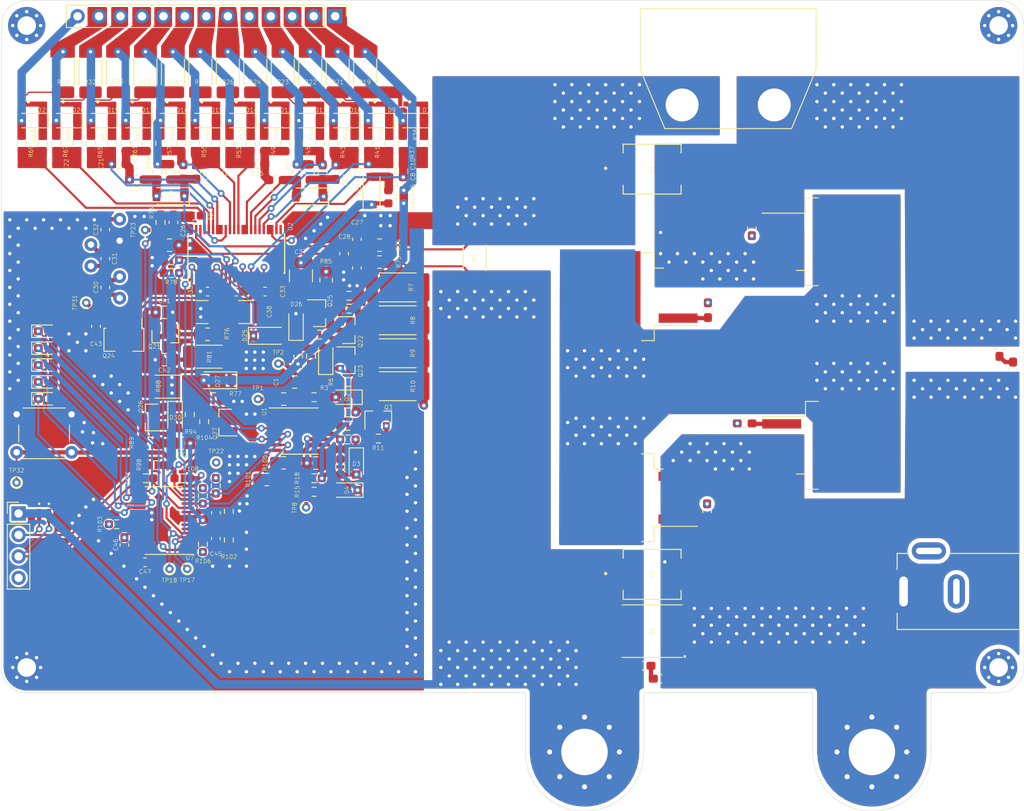
<source format=kicad_pcb>
(kicad_pcb (version 20171130) (host pcbnew "(5.1.7)-1")
  (layers (0 F.Cu signal) (1 In1.Cu power hide) (2 In2.Cu power hide) (31 B.Cu signal) (34 B.Paste user) (35 F.Paste user) (36 B.SilkS user) (37 F.SilkS user) (38 B.Mask user) (39 F.Mask user) (44 Edge.Cuts user))
  (net 0 "")
  (net 1 GND)
  (net 2 BAT)
  (net 3 VDDCP)
  (net 4 +BATT)
  (net 5 "Net-(C3-Pad1)")
  (net 6 PACK+)
  (net 7 PACK)
  (net 8 "Net-(C6-Pad1)")
  (net 9 PACK-)
  (net 10 /BQ76940/C12/vc+)
  (net 11 /BQ76940/C11/vc+)
  (net 12 /BQ76940/C10/vc+)
  (net 13 /BQ76940/C9/vc+)
  (net 14 VC10X)
  (net 15 /BQ76940/C8/vc+)
  (net 16 /BQ76940/C7/vc+)
  (net 17 /BQ76940/C6/vc+)
  (net 18 /BQ76940/C5/vc+)
  (net 19 VC5X)
  (net 20 /BQ76940/C3/vc+)
  (net 21 /BQ76940/C4/vc+)
  (net 22 /BQ76940/C2/vc+)
  (net 23 /BQ76940/C1/vc+)
  (net 24 /BQ76940/C1/vc-)
  (net 25 /BQ76940/C9/vcb)
  (net 26 /BQ76940/C5/vcb)
  (net 27 /BQ76940/ALERT)
  (net 28 "Net-(C27-Pad1)")
  (net 29 "Net-(C28-Pad2)")
  (net 30 TS3)
  (net 31 TS2)
  (net 32 TS1)
  (net 33 "Net-(C33-Pad1)")
  (net 34 "Net-(C34-Pad1)")
  (net 35 CAP1)
  (net 36 "Net-(C36-Pad1)")
  (net 37 C15)
  (net 38 VC15X)
  (net 39 REGOUT)
  (net 40 REGSRC)
  (net 41 "Net-(C42-Pad2)")
  (net 42 /BQ76940/LEDP)
  (net 43 "Net-(C44-Pad1)")
  (net 44 "Net-(C45-Pad1)")
  (net 45 "Net-(C47-Pad1)")
  (net 46 -BATT)
  (net 47 "Net-(D4-Pad2)")
  (net 48 /BQ76940/C11)
  (net 49 "Net-(D7-Pad1)")
  (net 50 /BQ76940/C10)
  (net 51 "Net-(D9-Pad1)")
  (net 52 "Net-(D10-Pad1)")
  (net 53 /BQ76940/C9)
  (net 54 "Net-(D11-Pad1)")
  (net 55 /BQ76940/C8)
  (net 56 /BQ76940/C7)
  (net 57 "Net-(D12-Pad1)")
  (net 58 "Net-(D14-Pad1)")
  (net 59 /BQ76940/C6)
  (net 60 /BQ76940/C5)
  (net 61 "Net-(D15-Pad1)")
  (net 62 "Net-(D16-Pad1)")
  (net 63 /BQ76940/C4)
  (net 64 /BQ76940/C3)
  (net 65 "Net-(D17-Pad1)")
  (net 66 /BQ76940/C2)
  (net 67 "Net-(D19-Pad1)")
  (net 68 "Net-(D20-Pad1)")
  (net 69 /BQ76940/C1)
  (net 70 /BQ76940/C0)
  (net 71 "Net-(D21-Pad1)")
  (net 72 "Net-(D25-Pad2)")
  (net 73 "Net-(D27-Pad1)")
  (net 74 "Net-(D30-Pad2)")
  (net 75 "Net-(D31-Pad1)")
  (net 76 "Net-(D32-Pad1)")
  (net 77 "Net-(D33-Pad1)")
  (net 78 "Net-(D34-Pad1)")
  (net 79 "Net-(D35-Pad1)")
  (net 80 "Net-(FB1-Pad1)")
  (net 81 "Net-(FB2-Pad1)")
  (net 82 "Net-(FB3-Pad1)")
  (net 83 "Net-(FB4-Pad1)")
  (net 84 "Net-(J3-Pad3)")
  (net 85 SMBC)
  (net 86 SMBD)
  (net 87 "Net-(J8-Pad4)")
  (net 88 /BQ76200/SNSP)
  (net 89 /BQ76200/SNSN)
  (net 90 "Net-(Q3-Pad3)")
  (net 91 "Net-(Q6-Pad2)")
  (net 92 "Net-(Q8-Pad2)")
  (net 93 "Net-(Q9-Pad2)")
  (net 94 "Net-(Q10-Pad2)")
  (net 95 "Net-(Q11-Pad2)")
  (net 96 "Net-(Q13-Pad2)")
  (net 97 "Net-(Q14-Pad2)")
  (net 98 "Net-(Q15-Pad2)")
  (net 99 "Net-(Q16-Pad2)")
  (net 100 "Net-(Q18-Pad2)")
  (net 101 "Net-(Q19-Pad2)")
  (net 102 "Net-(Q20-Pad2)")
  (net 103 "Net-(Q21-Pad1)")
  (net 104 "Net-(Q22-Pad1)")
  (net 105 "Net-(Q22-Pad2)")
  (net 106 "Net-(Q22-Pad3)")
  (net 107 "Net-(Q24-Pad2)")
  (net 108 "Net-(Q25-Pad1)")
  (net 109 "Net-(Q26-Pad3)")
  (net 110 "Net-(Q27-Pad3)")
  (net 111 /BQ76940/SDA)
  (net 112 /BQ76940/SCL)
  (net 113 "Net-(R89-Pad2)")
  (net 114 "Net-(R97-Pad2)")
  (net 115 "Net-(R98-Pad2)")
  (net 116 "Net-(R100-Pad2)")
  (net 117 "Net-(R103-Pad2)")
  (net 118 /BQ76200/CP_EN)
  (net 119 "Net-(R108-Pad2)")
  (net 120 "Net-(U1-Pad3)")
  (net 121 "Net-(U1-Pad13)")
  (net 122 "Net-(U1-Pad15)")
  (net 123 "Net-(U2-Pad23)")
  (net 124 "Net-(U2-Pad21)")
  (net 125 "Net-(U2-Pad22)")
  (net 126 "Net-(U7-Pad1)")
  (net 127 "Net-(U7-Pad10)")
  (net 128 "Net-(U7-Pad29)")
  (net 129 /BQ76200/CGATE)
  (net 130 /BQ76200/DGATE)
  (net 131 /BQ76200/DSG)
  (net 132 /BQ76200/CD)
  (net 133 /BQ76200/PGATE)
  (net 134 /BQ76200/PMON_EN)
  (net 135 /BQ76200/CHG)
  (net 136 /BQ76200/PCHG)
  (net 137 /BQ76200/PACKDIV)
  (net 138 /BQ76200/PCHG_EN)
  (net 139 /BQ76200/CHG_EN)
  (net 140 /BQ76200/DSG_EN)
  (net 141 "Net-(H4-Pad1)")
  (net 142 "Net-(H5-Pad1)")
  (net 143 "Net-(H6-Pad1)")
  (module user-footprints:TRANS_CSD13380F3 (layer F.Cu) (at 143.4 30.6 270)
    (fp_text reference Q8)
    (fp_text value CSD13381F4)
    (pad 3 smd oval (at 0.225 0 270) (size 0.25 0.6) (layers F.Cu) (net 50 /BQ76940/C10))
    (pad 2 smd oval (at -0.175 0.175 270) (size 0.35 0.25) (layers F.Cu) (net 92 "Net-(Q8-Pad2)"))
    (pad 1 smd oval (at -0.175 -0.175 270) (size 0.35 0.25) (layers F.Cu) (net 51 "Net-(D9-Pad1)"))
  )
  (module user-footprints:alexembedded_logo_10mm (layer F.Cu) (at 112 92.5)
    (fp_text reference G1)
    (fp_text value LOGO)
  )
  (module MountingHole:MountingHole_5.5mm_Pad_Via (layer F.Cu) (at 203 107)
    (fp_text reference H1)
    (fp_text value MountingHole_Pad)
    (pad 1 thru_hole circle (at 2.926815 -2.926815) (size 0.9 0.9) (drill 0.6) (layers *.Cu *.Mask) (net 6 PACK+))
    (pad 1 thru_hole circle (at 0 -4.125) (size 0.9 0.9) (drill 0.6) (layers *.Cu *.Mask) (net 6 PACK+))
    (pad 1 thru_hole circle (at -2.926815 -2.926815) (size 0.9 0.9) (drill 0.6) (layers *.Cu *.Mask) (net 6 PACK+))
    (pad 1 thru_hole circle (at -4.125 0) (size 0.9 0.9) (drill 0.6) (layers *.Cu *.Mask) (net 6 PACK+))
    (pad 1 thru_hole circle (at -2.926815 2.926815) (size 0.9 0.9) (drill 0.6) (layers *.Cu *.Mask) (net 6 PACK+))
    (pad 1 thru_hole circle (at 0 4.125) (size 0.9 0.9) (drill 0.6) (layers *.Cu *.Mask) (net 6 PACK+))
    (pad 1 thru_hole circle (at 2.926815 2.926815) (size 0.9 0.9) (drill 0.6) (layers *.Cu *.Mask) (net 6 PACK+))
    (pad 1 thru_hole circle (at 4.125 0) (size 0.9 0.9) (drill 0.6) (layers *.Cu *.Mask) (net 6 PACK+))
    (pad 1 thru_hole circle (at 0 0) (size 11 11) (drill 5.5) (layers *.Cu *.Mask) (net 6 PACK+))
  )
  (module Resistor_SMD:R_0603_1608Metric_Pad0.98x0.95mm_HandSolder (layer F.Cu) (at 136.64 60.16 90)
    (fp_text reference R79)
    (fp_text value 10M)
    (pad 2 smd roundrect (at 0.9125 0 90) (size 0.975 0.95) (layers F.Cu F.Paste F.Mask) (net 36 "Net-(C36-Pad1)"))
    (pad 1 smd roundrect (at -0.9125 0 90) (size 0.975 0.95) (layers F.Cu F.Paste F.Mask) (net 6 PACK+))
  )
  (module Diode_SMD:D_SOD-323_HandSoldering (layer F.Cu) (at 138.38 60.41 90)
    (fp_text reference D28)
    (fp_text value 18V)
    (pad 2 smd rect (at 1.25 0 90) (size 1 1) (layers F.Cu F.Paste F.Mask) (net 36 "Net-(C36-Pad1)"))
    (pad 1 smd rect (at -1.25 0 90) (size 1 1) (layers F.Cu F.Paste F.Mask) (net 6 PACK+))
  )
  (module Capacitor_SMD:C_0603_1608Metric_Pad1.08x0.95mm_HandSolder (layer F.Cu) (at 135.12 60.18 270)
    (fp_text reference C36)
    (fp_text value 470p)
    (pad 2 smd roundrect (at 0.8625 0 270) (size 1.075 0.95) (layers F.Cu F.Paste F.Mask) (net 37 C15))
    (pad 1 smd roundrect (at -0.8625 0 270) (size 1.075 0.95) (layers F.Cu F.Paste F.Mask) (net 36 "Net-(C36-Pad1)"))
  )
  (module Package_TO_SOT_SMD:SOT-23 (layer F.Cu) (at 137.62 55.05)
    (fp_text reference Q25 (at 1.28 -1.45 90) (layer F.SilkS) (effects (font (size 0.5 0.5) (thickness 0.05))))
    (fp_text value 100V)
    (pad 3 smd rect (at 1 0) (size 0.9 0.8) (layers F.Cu F.Paste F.Mask) (net 104 "Net-(Q22-Pad1)"))
    (pad 2 smd rect (at -1 0.95) (size 0.9 0.8) (layers F.Cu F.Paste F.Mask) (net 1 GND))
    (pad 1 smd rect (at -1 -0.95) (size 0.9 0.8) (layers F.Cu F.Paste F.Mask) (net 108 "Net-(Q25-Pad1)"))
  )
  (module Package_TO_SOT_SMD:SOT-23 (layer F.Cu) (at 141.09 57.06)
    (fp_text reference Q22 (at 1.41 1.34 90) (layer F.SilkS) (effects (font (size 0.5 0.5) (thickness 0.05))))
    (fp_text value 100V)
    (pad 3 smd rect (at 1 0) (size 0.9 0.8) (layers F.Cu F.Paste F.Mask) (net 106 "Net-(Q22-Pad3)"))
    (pad 2 smd rect (at -1 0.95) (size 0.9 0.8) (layers F.Cu F.Paste F.Mask) (net 105 "Net-(Q22-Pad2)"))
    (pad 1 smd rect (at -1 -0.95) (size 0.9 0.8) (layers F.Cu F.Paste F.Mask) (net 104 "Net-(Q22-Pad1)"))
  )
  (module Package_TO_SOT_SMD:SOT-23 (layer F.Cu) (at 141.09 60.63)
    (fp_text reference Q23 (at 1.41 1.27 90) (layer F.SilkS) (effects (font (size 0.5 0.5) (thickness 0.05))))
    (fp_text value -100V)
    (pad 3 smd rect (at 1 0) (size 0.9 0.8) (layers F.Cu F.Paste F.Mask) (net 106 "Net-(Q22-Pad3)"))
    (pad 2 smd rect (at -1 0.95) (size 0.9 0.8) (layers F.Cu F.Paste F.Mask) (net 6 PACK+))
    (pad 1 smd rect (at -1 -0.95) (size 0.9 0.8) (layers F.Cu F.Paste F.Mask) (net 36 "Net-(C36-Pad1)"))
  )
  (module Resistor_SMD:R_0603_1608Metric_Pad0.98x0.95mm_HandSolder (layer F.Cu) (at 141.14 52.99)
    (fp_text reference R84)
    (fp_text value 10M)
    (pad 2 smd roundrect (at 0.9125 0) (size 0.975 0.95) (layers F.Cu F.Paste F.Mask) (net 1 GND))
    (pad 1 smd roundrect (at -0.9125 0) (size 0.975 0.95) (layers F.Cu F.Paste F.Mask) (net 104 "Net-(Q22-Pad1)"))
  )
  (module Resistor_SMD:R_0603_1608Metric_Pad0.98x0.95mm_HandSolder (layer F.Cu) (at 137.67 57.59 180)
    (fp_text reference R80)
    (fp_text value 51k)
    (pad 2 smd roundrect (at 0.9125 0 180) (size 0.975 0.95) (layers F.Cu F.Paste F.Mask) (net 72 "Net-(D25-Pad2)"))
    (pad 1 smd roundrect (at -0.9125 0 180) (size 0.975 0.95) (layers F.Cu F.Paste F.Mask) (net 105 "Net-(Q22-Pad2)"))
  )
  (module Resistor_SMD:R_0805_2012Metric_Pad1.20x1.40mm_HandSolder (layer F.Cu) (at 138.43 51.14 90)
    (fp_text reference R85 (at 2.24 -0.03 180) (layer F.SilkS) (effects (font (size 0.5 0.5) (thickness 0.05))))
    (fp_text value 100k)
    (pad 2 smd roundrect (at 1 0 90) (size 1.2 1.4) (layers F.Cu F.Paste F.Mask) (roundrect_rratio 0.2083325) (net 39 REGOUT))
    (pad 1 smd roundrect (at -1 0 90) (size 1.2 1.4) (layers F.Cu F.Paste F.Mask) (roundrect_rratio 0.2083325) (net 108 "Net-(Q25-Pad1)"))
  )
  (module Resistor_SMD:R_0603_1608Metric_Pad0.98x0.95mm_HandSolder (layer F.Cu) (at 141.13 54.52 180)
    (fp_text reference R87)
    (fp_text value 1M)
    (pad 2 smd roundrect (at 0.9125 0 180) (size 0.975 0.95) (layers F.Cu F.Paste F.Mask) (net 104 "Net-(Q22-Pad1)"))
    (pad 1 smd roundrect (at -0.9125 0 180) (size 0.975 0.95) (layers F.Cu F.Paste F.Mask) (net 106 "Net-(Q22-Pad3)"))
  )
  (module user-footprints:NetTie-2_SMD_Pad0.25mm (layer F.Cu) (at 147.2 49 180)
    (fp_text reference NT3)
    (fp_text value Net-Tie_2)
    (fp_poly (pts (xy 0.25 0.125) (xy -0.25 0.125) (xy -0.25 -0.125) (xy 0.25 -0.125)) (layer F.Cu) (width 0))
    (pad 2 smd circle (at 0.25 0 180) (size 0.25 0.25) (layers F.Cu) (net 89 /BQ76200/SNSN))
    (pad 1 smd circle (at -0.25 0 180) (size 0.25 0.25) (layers F.Cu) (net 9 PACK-))
  )
  (module user-footprints:NetTie-2_SMD_Pad0.25mm (layer F.Cu) (at 147.2 47 180)
    (fp_text reference NT2)
    (fp_text value Net-Tie_2)
    (fp_poly (pts (xy 0.25 0.125) (xy -0.25 0.125) (xy -0.25 -0.125) (xy 0.25 -0.125)) (layer F.Cu) (width 0))
    (pad 2 smd circle (at 0.25 0 180) (size 0.25 0.25) (layers F.Cu) (net 88 /BQ76200/SNSP))
    (pad 1 smd circle (at -0.25 0 180) (size 0.25 0.25) (layers F.Cu) (net 46 -BATT))
  )
  (module MountingHole:MountingHole_5.5mm_Pad_Via (layer F.Cu) (at 169 107)
    (fp_text reference H2)
    (fp_text value MountingHole_Pad)
    (pad 1 thru_hole circle (at 2.926815 -2.926815) (size 0.9 0.9) (drill 0.6) (layers *.Cu *.Mask) (net 9 PACK-))
    (pad 1 thru_hole circle (at 0 -4.125) (size 0.9 0.9) (drill 0.6) (layers *.Cu *.Mask) (net 9 PACK-))
    (pad 1 thru_hole circle (at -2.926815 -2.926815) (size 0.9 0.9) (drill 0.6) (layers *.Cu *.Mask) (net 9 PACK-))
    (pad 1 thru_hole circle (at -4.125 0) (size 0.9 0.9) (drill 0.6) (layers *.Cu *.Mask) (net 9 PACK-))
    (pad 1 thru_hole circle (at -2.926815 2.926815) (size 0.9 0.9) (drill 0.6) (layers *.Cu *.Mask) (net 9 PACK-))
    (pad 1 thru_hole circle (at 0 4.125) (size 0.9 0.9) (drill 0.6) (layers *.Cu *.Mask) (net 9 PACK-))
    (pad 1 thru_hole circle (at 2.926815 2.926815) (size 0.9 0.9) (drill 0.6) (layers *.Cu *.Mask) (net 9 PACK-))
    (pad 1 thru_hole circle (at 4.125 0) (size 0.9 0.9) (drill 0.6) (layers *.Cu *.Mask) (net 9 PACK-))
    (pad 1 thru_hole circle (at 0 0) (size 11 11) (drill 5.5) (layers *.Cu *.Mask) (net 9 PACK-))
  )
  (module Package_TO_SOT_SMD:TO-263-2 (layer F.Cu) (at 198.1 70.7)
    (fp_text reference Q5)
    (fp_text value 100V)
    (pad 2 smd rect (at 3.375 0) (size 9.4 10.8) (layers F.Cu F.Mask) (net 132 /BQ76200/CD))
    (pad 3 smd rect (at -5.775 2.54) (size 4.6 1.1) (layers F.Cu F.Paste F.Mask) (net 6 PACK+))
    (pad 1 smd rect (at -5.775 -2.54) (size 4.6 1.1) (layers F.Cu F.Paste F.Mask) (net 83 "Net-(FB4-Pad1)"))
  )
  (module Package_TO_SOT_SMD:TO-263-2 (layer F.Cu) (at 174.275 76.9 180)
    (fp_text reference Q4)
    (fp_text value 100V)
    (pad 2 smd rect (at 3.375 0 180) (size 9.4 10.8) (layers F.Cu F.Mask) (net 132 /BQ76200/CD))
    (pad 3 smd rect (at -5.775 2.54 180) (size 4.6 1.1) (layers F.Cu F.Paste F.Mask) (net 6 PACK+))
    (pad 1 smd rect (at -5.775 -2.54 180) (size 4.6 1.1) (layers F.Cu F.Paste F.Mask) (net 82 "Net-(FB3-Pad1)"))
  )
  (module Package_TO_SOT_SMD:TO-263-2 (layer F.Cu) (at 174.3 53.1 180)
    (fp_text reference Q2)
    (fp_text value 100V)
    (pad 2 smd rect (at 3.375 0 180) (size 9.4 10.8) (layers F.Cu F.Mask) (net 132 /BQ76200/CD))
    (pad 3 smd rect (at -5.775 2.54 180) (size 4.6 1.1) (layers F.Cu F.Paste F.Mask) (net 4 +BATT))
    (pad 1 smd rect (at -5.775 -2.54 180) (size 4.6 1.1) (layers F.Cu F.Paste F.Mask) (net 81 "Net-(FB2-Pad1)"))
  )
  (module Package_TO_SOT_SMD:TO-263-2 (layer F.Cu) (at 198.1 46.6)
    (fp_text reference Q1)
    (fp_text value 100V)
    (pad 2 smd rect (at 3.375 0) (size 9.4 10.8) (layers F.Cu F.Mask) (net 132 /BQ76200/CD))
    (pad 3 smd rect (at -5.775 2.54) (size 4.6 1.1) (layers F.Cu F.Paste F.Mask) (net 4 +BATT))
    (pad 1 smd rect (at -5.775 -2.54) (size 4.6 1.1) (layers F.Cu F.Paste F.Mask) (net 80 "Net-(FB1-Pad1)"))
  )
  (module MountingHole:MountingHole_2.2mm_M2_Pad_Via (layer F.Cu) (at 218 97)
    (fp_text reference H6)
    (fp_text value MountingHole_Pad)
    (pad 1 thru_hole circle (at 1.166726 -1.166726) (size 0.7 0.7) (drill 0.4) (layers *.Cu *.Mask) (net 143 "Net-(H6-Pad1)"))
    (pad 1 thru_hole circle (at 0 -1.65) (size 0.7 0.7) (drill 0.4) (layers *.Cu *.Mask) (net 143 "Net-(H6-Pad1)"))
    (pad 1 thru_hole circle (at -1.166726 -1.166726) (size 0.7 0.7) (drill 0.4) (layers *.Cu *.Mask) (net 143 "Net-(H6-Pad1)"))
    (pad 1 thru_hole circle (at -1.65 0) (size 0.7 0.7) (drill 0.4) (layers *.Cu *.Mask) (net 143 "Net-(H6-Pad1)"))
    (pad 1 thru_hole circle (at -1.166726 1.166726) (size 0.7 0.7) (drill 0.4) (layers *.Cu *.Mask) (net 143 "Net-(H6-Pad1)"))
    (pad 1 thru_hole circle (at 0 1.65) (size 0.7 0.7) (drill 0.4) (layers *.Cu *.Mask) (net 143 "Net-(H6-Pad1)"))
    (pad 1 thru_hole circle (at 1.166726 1.166726) (size 0.7 0.7) (drill 0.4) (layers *.Cu *.Mask) (net 143 "Net-(H6-Pad1)"))
    (pad 1 thru_hole circle (at 1.65 0) (size 0.7 0.7) (drill 0.4) (layers *.Cu *.Mask) (net 143 "Net-(H6-Pad1)"))
    (pad 1 thru_hole circle (at 0 0) (size 4.4 4.4) (drill 2.2) (layers *.Cu *.Mask) (net 143 "Net-(H6-Pad1)"))
  )
  (module MountingHole:MountingHole_2.2mm_M2_Pad_Via (layer F.Cu) (at 218 21)
    (fp_text reference H5)
    (fp_text value MountingHole_Pad)
    (pad 1 thru_hole circle (at 1.166726 -1.166726) (size 0.7 0.7) (drill 0.4) (layers *.Cu *.Mask) (net 142 "Net-(H5-Pad1)"))
    (pad 1 thru_hole circle (at 0 -1.65) (size 0.7 0.7) (drill 0.4) (layers *.Cu *.Mask) (net 142 "Net-(H5-Pad1)"))
    (pad 1 thru_hole circle (at -1.166726 -1.166726) (size 0.7 0.7) (drill 0.4) (layers *.Cu *.Mask) (net 142 "Net-(H5-Pad1)"))
    (pad 1 thru_hole circle (at -1.65 0) (size 0.7 0.7) (drill 0.4) (layers *.Cu *.Mask) (net 142 "Net-(H5-Pad1)"))
    (pad 1 thru_hole circle (at -1.166726 1.166726) (size 0.7 0.7) (drill 0.4) (layers *.Cu *.Mask) (net 142 "Net-(H5-Pad1)"))
    (pad 1 thru_hole circle (at 0 1.65) (size 0.7 0.7) (drill 0.4) (layers *.Cu *.Mask) (net 142 "Net-(H5-Pad1)"))
    (pad 1 thru_hole circle (at 1.166726 1.166726) (size 0.7 0.7) (drill 0.4) (layers *.Cu *.Mask) (net 142 "Net-(H5-Pad1)"))
    (pad 1 thru_hole circle (at 1.65 0) (size 0.7 0.7) (drill 0.4) (layers *.Cu *.Mask) (net 142 "Net-(H5-Pad1)"))
    (pad 1 thru_hole circle (at 0 0) (size 4.4 4.4) (drill 2.2) (layers *.Cu *.Mask) (net 142 "Net-(H5-Pad1)"))
  )
  (module Capacitor_SMD:C_0805_2012Metric_Pad1.18x1.45mm_HandSolder (layer F.Cu) (at 134.71 63.2)
    (fp_text reference C1 (at -2.21 0 90) (layer F.SilkS) (effects (font (size 0.5 0.5) (thickness 0.05))))
    (fp_text value 0.01u)
    (pad 2 smd roundrect (at 1.0375 0) (size 1.175 1.45) (layers F.Cu F.Paste F.Mask) (roundrect_rratio 0.2127659574468085) (net 2 BAT))
    (pad 1 smd roundrect (at -1.0375 0) (size 1.175 1.45) (layers F.Cu F.Paste F.Mask) (roundrect_rratio 0.2127659574468085) (net 1 GND))
  )
  (module Capacitor_SMD:C_0805_2012Metric_Pad1.18x1.45mm_HandSolder (layer F.Cu) (at 133.41 65.22 180)
    (fp_text reference C2)
    (fp_text value 1.5u)
    (pad 2 smd roundrect (at 1.0375 0 180) (size 1.175 1.45) (layers F.Cu F.Paste F.Mask) (roundrect_rratio 0.2127659574468085) (net 3 VDDCP))
    (pad 1 smd roundrect (at -1.0375 0 180) (size 1.175 1.45) (layers F.Cu F.Paste F.Mask) (roundrect_rratio 0.2127659574468085) (net 2 BAT))
  )
  (module Capacitor_SMD:C_0603_1608Metric_Pad1.08x0.95mm_HandSolder (layer F.Cu) (at 218.1 59.3 90)
    (fp_text reference C3)
    (fp_text value 0.1u)
    (pad 2 smd roundrect (at 0.8625 0 90) (size 1.075 0.95) (layers F.Cu F.Paste F.Mask) (net 4 +BATT))
    (pad 1 smd roundrect (at -0.8625 0 90) (size 1.075 0.95) (layers F.Cu F.Paste F.Mask) (net 5 "Net-(C3-Pad1)"))
  )
  (module Capacitor_SMD:C_0603_1608Metric_Pad1.08x0.95mm_HandSolder (layer F.Cu) (at 219.7 61.7 90)
    (fp_text reference C4)
    (fp_text value 0.1u)
    (pad 2 smd roundrect (at 0.8625 0 90) (size 1.075 0.95) (layers F.Cu F.Paste F.Mask) (net 5 "Net-(C3-Pad1)"))
    (pad 1 smd roundrect (at -0.8625 0 90) (size 1.075 0.95) (layers F.Cu F.Paste F.Mask) (net 6 PACK+))
  )
  (module Capacitor_SMD:C_0805_2012Metric_Pad1.18x1.45mm_HandSolder (layer F.Cu) (at 137.2 72.8 180)
    (fp_text reference C5)
    (fp_text value 0.01u)
    (pad 2 smd roundrect (at 1.0375 0 180) (size 1.175 1.45) (layers F.Cu F.Paste F.Mask) (roundrect_rratio 0.2127659574468085) (net 7 PACK))
    (pad 1 smd roundrect (at -1.0375 0 180) (size 1.175 1.45) (layers F.Cu F.Paste F.Mask) (roundrect_rratio 0.2127659574468085) (net 1 GND))
  )
  (module Capacitor_SMD:C_0603_1608Metric_Pad1.08x0.95mm_HandSolder (layer F.Cu) (at 176 96.8 180)
    (fp_text reference C6)
    (fp_text value 0.1u)
    (pad 2 smd roundrect (at 0.8625 0 180) (size 1.075 0.95) (layers F.Cu F.Paste F.Mask) (net 9 PACK-))
    (pad 1 smd roundrect (at -0.8625 0 180) (size 1.075 0.95) (layers F.Cu F.Paste F.Mask) (net 8 "Net-(C6-Pad1)"))
  )
  (module Capacitor_SMD:C_0603_1608Metric_Pad1.08x0.95mm_HandSolder (layer F.Cu) (at 178 98.325 180)
    (fp_text reference C7)
    (fp_text value 0.1u)
    (pad 2 smd roundrect (at 0.8625 0 180) (size 1.075 0.95) (layers F.Cu F.Paste F.Mask) (net 8 "Net-(C6-Pad1)"))
    (pad 1 smd roundrect (at -0.8625 0 180) (size 1.075 0.95) (layers F.Cu F.Paste F.Mask) (net 6 PACK+))
  )
  (module Capacitor_SMD:C_0603_1608Metric_Pad1.08x0.95mm_HandSolder (layer F.Cu) (at 146.7 38.95)
    (fp_text reference C8 (at 2 -0.05 90) (layer F.SilkS) (effects (font (size 0.5 0.5) (thickness 0.05))))
    (fp_text value 0.22u)
    (pad 2 smd roundrect (at 0.8625 0) (size 1.075 0.95) (layers F.Cu F.Paste F.Mask) (net 11 /BQ76940/C11/vc+))
    (pad 1 smd roundrect (at -0.8625 0) (size 1.075 0.95) (layers F.Cu F.Paste F.Mask) (net 10 /BQ76940/C12/vc+))
  )
  (module Capacitor_SMD:C_0603_1608Metric_Pad1.08x0.95mm_HandSolder (layer F.Cu) (at 146.7 37.4 180)
    (fp_text reference C10 (at -2 0 90) (layer F.SilkS) (effects (font (size 0.5 0.5) (thickness 0.05))))
    (fp_text value 0.22u)
    (pad 2 smd roundrect (at 0.8625 0 180) (size 1.075 0.95) (layers F.Cu F.Paste F.Mask) (net 12 /BQ76940/C10/vc+))
    (pad 1 smd roundrect (at -0.8625 0 180) (size 1.075 0.95) (layers F.Cu F.Paste F.Mask) (net 11 /BQ76940/C11/vc+))
  )
  (module Capacitor_SMD:C_0603_1608Metric_Pad1.08x0.95mm_HandSolder (layer F.Cu) (at 142.6 37.4 180)
    (fp_text reference C11 (at 0.8 -1.1) (layer F.SilkS) (effects (font (size 0.5 0.5) (thickness 0.05))))
    (fp_text value 0.22u)
    (pad 2 smd roundrect (at 0.8625 0 180) (size 1.075 0.95) (layers F.Cu F.Paste F.Mask) (net 13 /BQ76940/C9/vc+))
    (pad 1 smd roundrect (at -0.8625 0 180) (size 1.075 0.95) (layers F.Cu F.Paste F.Mask) (net 12 /BQ76940/C10/vc+))
  )
  (module Capacitor_SMD:C_0603_1608Metric_Pad1.08x0.95mm_HandSolder (layer F.Cu) (at 139.55 38.35 270)
    (fp_text reference C12 (at 0.95 -1.15 90) (layer F.SilkS) (effects (font (size 0.5 0.5) (thickness 0.05))))
    (fp_text value 0.22u)
    (pad 2 smd roundrect (at 0.8625 0 270) (size 1.075 0.95) (layers F.Cu F.Paste F.Mask) (net 14 VC10X))
    (pad 1 smd roundrect (at -0.8625 0 270) (size 1.075 0.95) (layers F.Cu F.Paste F.Mask) (net 13 /BQ76940/C9/vc+))
  )
  (module Capacitor_SMD:C_0603_1608Metric_Pad1.08x0.95mm_HandSolder (layer F.Cu) (at 132.5 39.29 180)
    (fp_text reference C13 (at 1 -1.11) (layer F.SilkS) (effects (font (size 0.5 0.5) (thickness 0.05))))
    (fp_text value 0.22u)
    (pad 2 smd roundrect (at 0.8625 0 180) (size 1.075 0.95) (layers F.Cu F.Paste F.Mask) (net 16 /BQ76940/C7/vc+))
    (pad 1 smd roundrect (at -0.8625 0 180) (size 1.075 0.95) (layers F.Cu F.Paste F.Mask) (net 15 /BQ76940/C8/vc+))
  )
  (module Capacitor_SMD:C_0603_1608Metric_Pad1.08x0.95mm_HandSolder (layer F.Cu) (at 130.3 37.4 180)
    (fp_text reference C15 (at 0 -1.1) (layer F.SilkS) (effects (font (size 0.5 0.5) (thickness 0.05))))
    (fp_text value 0.22u)
    (pad 2 smd roundrect (at 0.8625 0 180) (size 1.075 0.95) (layers F.Cu F.Paste F.Mask) (net 17 /BQ76940/C6/vc+))
    (pad 1 smd roundrect (at -0.8625 0 180) (size 1.075 0.95) (layers F.Cu F.Paste F.Mask) (net 16 /BQ76940/C7/vc+))
  )
  (module Capacitor_SMD:C_0603_1608Metric_Pad1.08x0.95mm_HandSolder (layer F.Cu) (at 126.2 37.4 180)
    (fp_text reference C16 (at 0 -1.1) (layer F.SilkS) (effects (font (size 0.5 0.5) (thickness 0.05))))
    (fp_text value 0.22u)
    (pad 2 smd roundrect (at 0.8625 0 180) (size 1.075 0.95) (layers F.Cu F.Paste F.Mask) (net 18 /BQ76940/C5/vc+))
    (pad 1 smd roundrect (at -0.8625 0 180) (size 1.075 0.95) (layers F.Cu F.Paste F.Mask) (net 17 /BQ76940/C6/vc+))
  )
  (module Capacitor_SMD:C_0603_1608Metric_Pad1.08x0.95mm_HandSolder (layer F.Cu) (at 123.06 38.32 270)
    (fp_text reference C17 (at 0.88 -1.14 90) (layer F.SilkS) (effects (font (size 0.5 0.5) (thickness 0.05))))
    (fp_text value 0.22u)
    (pad 2 smd roundrect (at 0.8625 0 270) (size 1.075 0.95) (layers F.Cu F.Paste F.Mask) (net 19 VC5X))
    (pad 1 smd roundrect (at -0.8625 0 270) (size 1.075 0.95) (layers F.Cu F.Paste F.Mask) (net 18 /BQ76940/C5/vc+))
  )
  (module Capacitor_SMD:C_0603_1608Metric_Pad1.08x0.95mm_HandSolder (layer F.Cu) (at 116.03 39.24 180)
    (fp_text reference C18 (at 0 -1.06) (layer F.SilkS) (effects (font (size 0.5 0.5) (thickness 0.05))))
    (fp_text value 0.22u)
    (pad 2 smd roundrect (at 0.8625 0 180) (size 1.075 0.95) (layers F.Cu F.Paste F.Mask) (net 20 /BQ76940/C3/vc+))
    (pad 1 smd roundrect (at -0.8625 0 180) (size 1.075 0.95) (layers F.Cu F.Paste F.Mask) (net 21 /BQ76940/C4/vc+))
  )
  (module Capacitor_SMD:C_0603_1608Metric_Pad1.08x0.95mm_HandSolder (layer F.Cu) (at 113.9 37.4 180)
    (fp_text reference C20 (at -2 0 90) (layer F.SilkS) (effects (font (size 0.5 0.5) (thickness 0.05))))
    (fp_text value 0.22u)
    (pad 2 smd roundrect (at 0.8625 0 180) (size 1.075 0.95) (layers F.Cu F.Paste F.Mask) (net 22 /BQ76940/C2/vc+))
    (pad 1 smd roundrect (at -0.8625 0 180) (size 1.075 0.95) (layers F.Cu F.Paste F.Mask) (net 20 /BQ76940/C3/vc+))
  )
  (module Capacitor_SMD:C_0603_1608Metric_Pad1.08x0.95mm_HandSolder (layer F.Cu) (at 109.8 37.4 180)
    (fp_text reference C21 (at -2 0 90) (layer F.SilkS) (effects (font (size 0.5 0.5) (thickness 0.05))))
    (fp_text value 0.22u)
    (pad 2 smd roundrect (at 0.8625 0 180) (size 1.075 0.95) (layers F.Cu F.Paste F.Mask) (net 23 /BQ76940/C1/vc+))
    (pad 1 smd roundrect (at -0.8625 0 180) (size 1.075 0.95) (layers F.Cu F.Paste F.Mask) (net 22 /BQ76940/C2/vc+))
  )
  (module Capacitor_SMD:C_0603_1608Metric_Pad1.08x0.95mm_HandSolder (layer F.Cu) (at 105.7 37.4 180)
    (fp_text reference C22 (at -2 -0.1 90) (layer F.SilkS) (effects (font (size 0.5 0.5) (thickness 0.05))))
    (fp_text value 0.22u)
    (pad 2 smd roundrect (at 0.8625 0 180) (size 1.075 0.95) (layers F.Cu F.Paste F.Mask) (net 24 /BQ76940/C1/vc-))
    (pad 1 smd roundrect (at -0.8625 0 180) (size 1.075 0.95) (layers F.Cu F.Paste F.Mask) (net 23 /BQ76940/C1/vc+))
  )
  (module Capacitor_SMD:C_0603_1608Metric_Pad1.08x0.95mm_HandSolder (layer F.Cu) (at 138.02 38.35 270)
    (fp_text reference C23)
    (fp_text value 0.22u)
    (pad 2 smd roundrect (at 0.8625 0 270) (size 1.075 0.95) (layers F.Cu F.Paste F.Mask) (net 14 VC10X))
    (pad 1 smd roundrect (at -0.8625 0 270) (size 1.075 0.95) (layers F.Cu F.Paste F.Mask) (net 25 /BQ76940/C9/vcb))
  )
  (module Capacitor_SMD:C_0603_1608Metric_Pad1.08x0.95mm_HandSolder (layer F.Cu) (at 121.53 38.32 270)
    (fp_text reference C24)
    (fp_text value 0.22u)
    (pad 2 smd roundrect (at 0.8625 0 270) (size 1.075 0.95) (layers F.Cu F.Paste F.Mask) (net 19 VC5X))
    (pad 1 smd roundrect (at -0.8625 0 270) (size 1.075 0.95) (layers F.Cu F.Paste F.Mask) (net 26 /BQ76940/C5/vcb))
  )
  (module Capacitor_SMD:C_0603_1608Metric_Pad1.08x0.95mm_HandSolder (layer F.Cu) (at 122.8 43.5)
    (fp_text reference C25 (at 2 -0.1 90) (layer F.SilkS) (effects (font (size 0.5 0.5) (thickness 0.05))))
    (fp_text value 0.22u)
    (pad 2 smd roundrect (at 0.8625 0) (size 1.075 0.95) (layers F.Cu F.Paste F.Mask) (net 24 /BQ76940/C1/vc-))
    (pad 1 smd roundrect (at -0.8625 0) (size 1.075 0.95) (layers F.Cu F.Paste F.Mask) (net 1 GND))
  )
  (module Capacitor_SMD:C_0603_1608Metric_Pad1.08x0.95mm_HandSolder (layer F.Cu) (at 120.36 44.3 270)
    (fp_text reference C26 (at 1 -1.14 90) (layer F.SilkS) (effects (font (size 0.5 0.5) (thickness 0.05))))
    (fp_text value 470p)
    (pad 2 smd roundrect (at 0.8625 0 270) (size 1.075 0.95) (layers F.Cu F.Paste F.Mask) (net 27 /BQ76940/ALERT))
    (pad 1 smd roundrect (at -0.8625 0 270) (size 1.075 0.95) (layers F.Cu F.Paste F.Mask) (net 1 GND))
  )
  (module Capacitor_SMD:C_0603_1608Metric_Pad1.08x0.95mm_HandSolder (layer F.Cu) (at 142.07 46.3 90)
    (fp_text reference C27 (at 2 0.03 180) (layer F.SilkS) (effects (font (size 0.5 0.5) (thickness 0.05))))
    (fp_text value 0.1u)
    (pad 2 smd roundrect (at 0.8625 0 90) (size 1.075 0.95) (layers F.Cu F.Paste F.Mask) (net 1 GND))
    (pad 1 smd roundrect (at -0.8625 0 90) (size 1.075 0.95) (layers F.Cu F.Paste F.Mask) (net 28 "Net-(C27-Pad1)"))
  )
  (module Capacitor_SMD:C_0603_1608Metric_Pad1.08x0.95mm_HandSolder (layer F.Cu) (at 140.55 48 270)
    (fp_text reference C28 (at -2 -0.05 180) (layer F.SilkS) (effects (font (size 0.5 0.5) (thickness 0.05))))
    (fp_text value 0.1u)
    (pad 2 smd roundrect (at 0.8625 0 270) (size 1.075 0.95) (layers F.Cu F.Paste F.Mask) (net 29 "Net-(C28-Pad2)"))
    (pad 1 smd roundrect (at -0.8625 0 270) (size 1.075 0.95) (layers F.Cu F.Paste F.Mask) (net 28 "Net-(C27-Pad1)"))
  )
  (module Capacitor_SMD:C_0603_1608Metric_Pad1.08x0.95mm_HandSolder (layer F.Cu) (at 142.07 49.7 90)
    (fp_text reference C29)
    (fp_text value 0.1u)
    (pad 2 smd roundrect (at 0.8625 0 90) (size 1.075 0.95) (layers F.Cu F.Paste F.Mask) (net 29 "Net-(C28-Pad2)"))
    (pad 1 smd roundrect (at -0.8625 0 90) (size 1.075 0.95) (layers F.Cu F.Paste F.Mask) (net 1 GND))
  )
  (module Capacitor_SMD:C_0603_1608Metric_Pad1.08x0.95mm_HandSolder (layer F.Cu) (at 112.3 52 270)
    (fp_text reference C30 (at 0 1.1 90) (layer F.SilkS) (effects (font (size 0.5 0.5) (thickness 0.05))))
    (fp_text value 4700p)
    (pad 2 smd roundrect (at 0.8625 0 270) (size 1.075 0.95) (layers F.Cu F.Paste F.Mask) (net 30 TS3))
    (pad 1 smd roundrect (at -0.8625 0 270) (size 1.075 0.95) (layers F.Cu F.Paste F.Mask) (net 14 VC10X))
  )
  (module Capacitor_SMD:C_0603_1608Metric_Pad1.08x0.95mm_HandSolder (layer F.Cu) (at 112.3 48.6 270)
    (fp_text reference C31 (at 0 -1.1 90) (layer F.SilkS) (effects (font (size 0.5 0.5) (thickness 0.05))))
    (fp_text value 4700p)
    (pad 2 smd roundrect (at 0.8625 0 270) (size 1.075 0.95) (layers F.Cu F.Paste F.Mask) (net 31 TS2))
    (pad 1 smd roundrect (at -0.8625 0 270) (size 1.075 0.95) (layers F.Cu F.Paste F.Mask) (net 19 VC5X))
  )
  (module Capacitor_SMD:C_0603_1608Metric_Pad1.08x0.95mm_HandSolder (layer F.Cu) (at 112.3 45.1625 90)
    (fp_text reference C32 (at 0 -1.1 90) (layer F.SilkS) (effects (font (size 0.5 0.5) (thickness 0.05))))
    (fp_text value 4700p)
    (pad 2 smd roundrect (at 0.8625 0 90) (size 1.075 0.95) (layers F.Cu F.Paste F.Mask) (net 32 TS1))
    (pad 1 smd roundrect (at -0.8625 0 90) (size 1.075 0.95) (layers F.Cu F.Paste F.Mask) (net 1 GND))
  )
  (module Capacitor_SMD:C_0603_1608Metric_Pad1.08x0.95mm_HandSolder (layer F.Cu) (at 131.2 52.5 180)
    (fp_text reference C33 (at -2.1 0 90) (layer F.SilkS) (effects (font (size 0.5 0.5) (thickness 0.05))))
    (fp_text value 1u)
    (pad 2 smd roundrect (at 0.8625 0 180) (size 1.075 0.95) (layers F.Cu F.Paste F.Mask) (net 14 VC10X))
    (pad 1 smd roundrect (at -0.8625 0 180) (size 1.075 0.95) (layers F.Cu F.Paste F.Mask) (net 33 "Net-(C33-Pad1)"))
  )
  (module Capacitor_SMD:C_0603_1608Metric_Pad1.08x0.95mm_HandSolder (layer F.Cu) (at 127.8 52.5 180)
    (fp_text reference C34)
    (fp_text value 1u)
    (pad 2 smd roundrect (at 0.8625 0 180) (size 1.075 0.95) (layers F.Cu F.Paste F.Mask) (net 19 VC5X))
    (pad 1 smd roundrect (at -0.8625 0 180) (size 1.075 0.95) (layers F.Cu F.Paste F.Mask) (net 34 "Net-(C34-Pad1)"))
  )
  (module Capacitor_SMD:C_0603_1608Metric_Pad1.08x0.95mm_HandSolder (layer F.Cu) (at 124.4 52.5)
    (fp_text reference C35 (at -2 0 90) (layer F.SilkS) (effects (font (size 0.5 0.5) (thickness 0.05))))
    (fp_text value 1u)
    (pad 2 smd roundrect (at 0.8625 0) (size 1.075 0.95) (layers F.Cu F.Paste F.Mask) (net 35 CAP1))
    (pad 1 smd roundrect (at -0.8625 0) (size 1.075 0.95) (layers F.Cu F.Paste F.Mask) (net 1 GND))
  )
  (module Capacitor_SMD:C_1210_3225Metric_Pad1.33x2.70mm_HandSolder (layer F.Cu) (at 135.45 50.64 90)
    (fp_text reference C37 (at 2.84 -0.05 180) (layer F.SilkS) (effects (font (size 0.5 0.5) (thickness 0.05))))
    (fp_text value 10u)
    (pad 2 smd roundrect (at 1.5625 0 90) (size 1.325 2.7) (layers F.Cu F.Paste F.Mask) (roundrect_rratio 0.1886784905660377) (net 38 VC15X))
    (pad 1 smd roundrect (at -1.5625 0 90) (size 1.325 2.7) (layers F.Cu F.Paste F.Mask) (roundrect_rratio 0.1886784905660377) (net 14 VC10X))
  )
  (module Capacitor_SMD:C_1210_3225Metric_Pad1.33x2.70mm_HandSolder (layer F.Cu) (at 128.79 54.92)
    (fp_text reference C38 (at 2.91 -0.02 90) (layer F.SilkS) (effects (font (size 0.5 0.5) (thickness 0.05))))
    (fp_text value 10u)
    (pad 2 smd roundrect (at 1.5625 0) (size 1.325 2.7) (layers F.Cu F.Paste F.Mask) (roundrect_rratio 0.1886784905660377) (net 14 VC10X))
    (pad 1 smd roundrect (at -1.5625 0) (size 1.325 2.7) (layers F.Cu F.Paste F.Mask) (roundrect_rratio 0.1886784905660377) (net 19 VC5X))
  )
  (module Capacitor_SMD:C_1210_3225Metric_Pad1.33x2.70mm_HandSolder (layer F.Cu) (at 123.76 54.92)
    (fp_text reference C39)
    (fp_text value 10u)
    (pad 2 smd roundrect (at 1.5625 0) (size 1.325 2.7) (layers F.Cu F.Paste F.Mask) (roundrect_rratio 0.1886784905660377) (net 19 VC5X))
    (pad 1 smd roundrect (at -1.5625 0) (size 1.325 2.7) (layers F.Cu F.Paste F.Mask) (roundrect_rratio 0.1886784905660377) (net 1 GND))
  )
  (module Capacitor_SMD:C_0805_2012Metric_Pad1.18x1.45mm_HandSolder (layer F.Cu) (at 119.89 47)
    (fp_text reference C40)
    (fp_text value 4.7u)
    (pad 2 smd roundrect (at 1.0375 0) (size 1.175 1.45) (layers F.Cu F.Paste F.Mask) (roundrect_rratio 0.2127659574468085) (net 39 REGOUT))
    (pad 1 smd roundrect (at -1.0375 0) (size 1.175 1.45) (layers F.Cu F.Paste F.Mask) (roundrect_rratio 0.2127659574468085) (net 1 GND))
  )
  (module Capacitor_SMD:C_0805_2012Metric_Pad1.18x1.45mm_HandSolder (layer F.Cu) (at 119.3 54.95 180)
    (fp_text reference C41 (at 0 1.35) (layer F.SilkS) (effects (font (size 0.5 0.5) (thickness 0.05))))
    (fp_text value 1u)
    (pad 2 smd roundrect (at 1.0375 0 180) (size 1.175 1.45) (layers F.Cu F.Paste F.Mask) (roundrect_rratio 0.2127659574468085) (net 40 REGSRC))
    (pad 1 smd roundrect (at -1.0375 0 180) (size 1.175 1.45) (layers F.Cu F.Paste F.Mask) (roundrect_rratio 0.2127659574468085) (net 1 GND))
  )
  (module Capacitor_SMD:C_0805_2012Metric_Pad1.18x1.45mm_HandSolder (layer F.Cu) (at 119.3 60.55)
    (fp_text reference C42 (at 0 1.25) (layer F.SilkS) (effects (font (size 0.5 0.5) (thickness 0.05))))
    (fp_text value 1u)
    (pad 2 smd roundrect (at 1.0375 0) (size 1.175 1.45) (layers F.Cu F.Paste F.Mask) (roundrect_rratio 0.2127659574468085) (net 41 "Net-(C42-Pad2)"))
    (pad 1 smd roundrect (at -1.0375 0) (size 1.175 1.45) (layers F.Cu F.Paste F.Mask) (roundrect_rratio 0.2127659574468085) (net 1 GND))
  )
  (module Capacitor_SMD:C_0603_1608Metric_Pad1.08x0.95mm_HandSolder (layer F.Cu) (at 111.2 56.62 90)
    (fp_text reference C43 (at -2.08 0 180) (layer F.SilkS) (effects (font (size 0.5 0.5) (thickness 0.05))))
    (fp_text value 0.22u)
    (pad 2 smd roundrect (at 0.8625 0 90) (size 1.075 0.95) (layers F.Cu F.Paste F.Mask) (net 42 /BQ76940/LEDP))
    (pad 1 smd roundrect (at -0.8625 0 90) (size 1.075 0.95) (layers F.Cu F.Paste F.Mask) (net 1 GND))
  )
  (module Capacitor_SMD:C_0603_1608Metric (layer F.Cu) (at 125.39 78.69 90)
    (fp_text reference C44)
    (fp_text value 3300p)
    (pad 2 smd roundrect (at 0.775 0 90) (size 0.9 0.95) (layers F.Cu F.Paste F.Mask) (net 1 GND))
    (pad 1 smd roundrect (at -0.775 0 90) (size 0.9 0.95) (layers F.Cu F.Paste F.Mask) (net 43 "Net-(C44-Pad1)"))
  )
  (module Capacitor_SMD:C_0603_1608Metric (layer F.Cu) (at 125.38 81.73 270)
    (fp_text reference C45 (at 1.83 0 180) (layer F.SilkS) (effects (font (size 0.5 0.5) (thickness 0.05))))
    (fp_text value 3300p)
    (pad 2 smd roundrect (at 0.775 0 270) (size 0.9 0.95) (layers F.Cu F.Paste F.Mask) (net 1 GND))
    (pad 1 smd roundrect (at -0.775 0 270) (size 0.9 0.95) (layers F.Cu F.Paste F.Mask) (net 44 "Net-(C45-Pad1)"))
  )
  (module Capacitor_SMD:C_0603_1608Metric_Pad1.08x0.95mm_HandSolder (layer F.Cu) (at 114.56 82.49 270)
    (fp_text reference C46 (at -0.01 1.03 90) (layer F.SilkS) (effects (font (size 0.5 0.5) (thickness 0.05))))
    (fp_text value 0.1u)
    (pad 2 smd roundrect (at 0.8625 0 270) (size 1.075 0.95) (layers F.Cu F.Paste F.Mask) (net 1 GND))
    (pad 1 smd roundrect (at -0.8625 0 270) (size 1.075 0.95) (layers F.Cu F.Paste F.Mask) (net 39 REGOUT))
  )
  (module Capacitor_SMD:C_0603_1608Metric_Pad1.08x0.95mm_HandSolder (layer F.Cu) (at 117 84.55 180)
    (fp_text reference C47 (at 0 -1.1) (layer F.SilkS) (effects (font (size 0.5 0.5) (thickness 0.05))))
    (fp_text value 0.1u)
    (pad 2 smd roundrect (at 0.8625 0 180) (size 1.075 0.95) (layers F.Cu F.Paste F.Mask) (net 1 GND))
    (pad 1 smd roundrect (at -0.8625 0 180) (size 1.075 0.95) (layers F.Cu F.Paste F.Mask) (net 45 "Net-(C47-Pad1)"))
  )
  (module user-footprints:DIOM7959X262N (layer F.Cu) (at 177 38)
    (fp_text reference D1 (at 0 0 90) (layer F.SilkS) (effects (font (size 0.5 0.5) (thickness 0.05))))
    (fp_text value 60V)
    (pad 2 smd rect (at 3.485 0) (size 2.18 3.12) (layers F.Cu F.Paste F.Mask) (net 4 +BATT))
    (pad 1 smd rect (at -3.485 0) (size 2.18 3.12) (layers F.Cu F.Paste F.Mask) (net 46 -BATT))
  )
  (module Diode_SMD:D_SOD-323_HandSoldering (layer F.Cu) (at 140.8 65 180)
    (fp_text reference D2 (at -0.1 0 90) (layer F.SilkS) (effects (font (size 0.5 0.5) (thickness 0.05))))
    (fp_text value 16V)
    (pad 2 smd rect (at 1.25 0 180) (size 1 1) (layers F.Cu F.Paste F.Mask) (net 4 +BATT))
    (pad 1 smd rect (at -1.25 0 180) (size 1 1) (layers F.Cu F.Paste F.Mask) (net 129 /BQ76200/CGATE))
  )
  (module Diode_SMD:D_SOD-323_HandSoldering (layer F.Cu) (at 142 72.9 270)
    (fp_text reference D3 (at 0 0 180) (layer F.SilkS) (effects (font (size 0.5 0.5) (thickness 0.05))))
    (fp_text value 16V)
    (pad 2 smd rect (at 1.25 0 270) (size 1 1) (layers F.Cu F.Paste F.Mask) (net 6 PACK+))
    (pad 1 smd rect (at -1.25 0 270) (size 1 1) (layers F.Cu F.Paste F.Mask) (net 130 /BQ76200/DGATE))
  )
  (module Diode_SMD:D_SOD-323_HandSoldering (layer F.Cu) (at 140.9 76 180)
    (fp_text reference D4 (at 0 0 90) (layer F.SilkS) (effects (font (size 0.5 0.5) (thickness 0.05))))
    (fp_text value 18V)
    (pad 2 smd rect (at 1.25 0 180) (size 1 1) (layers F.Cu F.Paste F.Mask) (net 47 "Net-(D4-Pad2)"))
    (pad 1 smd rect (at -1.25 0 180) (size 1 1) (layers F.Cu F.Paste F.Mask) (net 131 /BQ76200/DSG))
  )
  (module user-footprints:DIOM7959X262N (layer F.Cu) (at 177 85.975)
    (fp_text reference D5 (at 0 -0.075 90) (layer F.SilkS) (effects (font (size 0.5 0.5) (thickness 0.05))))
    (fp_text value 60V)
    (pad 2 smd rect (at 3.485 0) (size 2.18 3.12) (layers F.Cu F.Paste F.Mask) (net 6 PACK+))
    (pad 1 smd rect (at -3.485 0) (size 2.18 3.12) (layers F.Cu F.Paste F.Mask) (net 9 PACK-))
  )
  (module user-footprints:ES3D-E3_57T (layer F.Cu) (at 177 92.7 180)
    (fp_text reference D6 (at 0 0 90) (layer F.SilkS) (effects (font (size 0.5 0.5) (thickness 0.05))))
    (fp_text value 200V)
    (pad 2 smd rect (at 3.155 0 180) (size 1.62 3.3) (layers F.Cu F.Paste F.Mask) (net 9 PACK-))
    (pad 1 smd rect (at -3.155 0 180) (size 1.62 3.3) (layers F.Cu F.Paste F.Mask) (net 6 PACK+))
  )
  (module Diode_SMD:D_SOD-323_HandSoldering (layer F.Cu) (at 148.75 32.25 180)
    (fp_text reference D7 (at -1.55 1.25) (layer F.SilkS) (effects (font (size 0.5 0.5) (thickness 0.05))))
    (fp_text value 5.6V)
    (pad 2 smd rect (at 1.25 0 180) (size 1 1) (layers F.Cu F.Paste F.Mask) (net 48 /BQ76940/C11))
    (pad 1 smd rect (at -1.25 0 180) (size 1 1) (layers F.Cu F.Paste F.Mask) (net 49 "Net-(D7-Pad1)"))
  )
  (module Diode_SMD:D_SOD-323_HandSoldering (layer F.Cu) (at 144.65 32.25 180)
    (fp_text reference D9 (at -1.55 1.25) (layer F.SilkS) (effects (font (size 0.5 0.5) (thickness 0.05))))
    (fp_text value 5.6V)
    (pad 2 smd rect (at 1.25 0 180) (size 1 1) (layers F.Cu F.Paste F.Mask) (net 50 /BQ76940/C10))
    (pad 1 smd rect (at -1.25 0 180) (size 1 1) (layers F.Cu F.Paste F.Mask) (net 51 "Net-(D9-Pad1)"))
  )
  (module Diode_SMD:D_SOD-323_HandSoldering (layer F.Cu) (at 140.55 32.25 180)
    (fp_text reference D10 (at -1.35 1.25) (layer F.SilkS) (effects (font (size 0.5 0.5) (thickness 0.05))))
    (fp_text value 5.6V)
    (pad 2 smd rect (at 1.25 0 180) (size 1 1) (layers F.Cu F.Paste F.Mask) (net 53 /BQ76940/C9))
    (pad 1 smd rect (at -1.25 0 180) (size 1 1) (layers F.Cu F.Paste F.Mask) (net 52 "Net-(D10-Pad1)"))
  )
  (module Diode_SMD:D_SOD-323_HandSoldering (layer F.Cu) (at 136.45 32.25 180)
    (fp_text reference D11 (at -1.35 1.25) (layer F.SilkS) (effects (font (size 0.5 0.5) (thickness 0.05))))
    (fp_text value 5.6V)
    (pad 2 smd rect (at 1.25 0 180) (size 1 1) (layers F.Cu F.Paste F.Mask) (net 55 /BQ76940/C8))
    (pad 1 smd rect (at -1.25 0 180) (size 1 1) (layers F.Cu F.Paste F.Mask) (net 54 "Net-(D11-Pad1)"))
  )
  (module Diode_SMD:D_SOD-323_HandSoldering (layer F.Cu) (at 132.35 32.25 180)
    (fp_text reference D12 (at -1.35 1.25) (layer F.SilkS) (effects (font (size 0.5 0.5) (thickness 0.05))))
    (fp_text value 5.6V)
    (pad 2 smd rect (at 1.25 0 180) (size 1 1) (layers F.Cu F.Paste F.Mask) (net 56 /BQ76940/C7))
    (pad 1 smd rect (at -1.25 0 180) (size 1 1) (layers F.Cu F.Paste F.Mask) (net 57 "Net-(D12-Pad1)"))
  )
  (module Diode_SMD:D_SOD-323_HandSoldering (layer F.Cu) (at 128.25 32.25 180)
    (fp_text reference D14 (at -1.35 1.25) (layer F.SilkS) (effects (font (size 0.5 0.5) (thickness 0.05))))
    (fp_text value 5.6V)
    (pad 2 smd rect (at 1.25 0 180) (size 1 1) (layers F.Cu F.Paste F.Mask) (net 59 /BQ76940/C6))
    (pad 1 smd rect (at -1.25 0 180) (size 1 1) (layers F.Cu F.Paste F.Mask) (net 58 "Net-(D14-Pad1)"))
  )
  (module Diode_SMD:D_SOD-323_HandSoldering (layer F.Cu) (at 124.15 32.25 180)
    (fp_text reference D15 (at -1.35 1.25) (layer F.SilkS) (effects (font (size 0.5 0.5) (thickness 0.05))))
    (fp_text value 5.6V)
    (pad 2 smd rect (at 1.25 0 180) (size 1 1) (layers F.Cu F.Paste F.Mask) (net 60 /BQ76940/C5))
    (pad 1 smd rect (at -1.25 0 180) (size 1 1) (layers F.Cu F.Paste F.Mask) (net 61 "Net-(D15-Pad1)"))
  )
  (module Diode_SMD:D_SOD-323_HandSoldering (layer F.Cu) (at 120.05 32.25 180)
    (fp_text reference D16 (at -1.35 1.25) (layer F.SilkS) (effects (font (size 0.5 0.5) (thickness 0.05))))
    (fp_text value 5.6V)
    (pad 2 smd rect (at 1.25 0 180) (size 1 1) (layers F.Cu F.Paste F.Mask) (net 63 /BQ76940/C4))
    (pad 1 smd rect (at -1.25 0 180) (size 1 1) (layers F.Cu F.Paste F.Mask) (net 62 "Net-(D16-Pad1)"))
  )
  (module Diode_SMD:D_SOD-323_HandSoldering (layer F.Cu) (at 115.95 32.25 180)
    (fp_text reference D17 (at -1.35 1.25 180) (layer F.SilkS) (effects (font (size 0.5 0.5) (thickness 0.05))))
    (fp_text value 5.6V)
    (pad 2 smd rect (at 1.25 0 180) (size 1 1) (layers F.Cu F.Paste F.Mask) (net 64 /BQ76940/C3))
    (pad 1 smd rect (at -1.25 0 180) (size 1 1) (layers F.Cu F.Paste F.Mask) (net 65 "Net-(D17-Pad1)"))
  )
  (module Diode_SMD:D_SOD-323_HandSoldering (layer F.Cu) (at 111.85 32.25 180)
    (fp_text reference D19 (at -1.35 1.25 180) (layer F.SilkS) (effects (font (size 0.5 0.5) (thickness 0.05))))
    (fp_text value 5.6V)
    (pad 2 smd rect (at 1.25 0 180) (size 1 1) (layers F.Cu F.Paste F.Mask) (net 66 /BQ76940/C2))
    (pad 1 smd rect (at -1.25 0 180) (size 1 1) (layers F.Cu F.Paste F.Mask) (net 67 "Net-(D19-Pad1)"))
  )
  (module Diode_SMD:D_SOD-323_HandSoldering (layer F.Cu) (at 107.75 32.25 180)
    (fp_text reference D20 (at -1.35 1.25 180) (layer F.SilkS) (effects (font (size 0.5 0.5) (thickness 0.05))))
    (fp_text value 5.6V)
    (pad 2 smd rect (at 1.25 0 180) (size 1 1) (layers F.Cu F.Paste F.Mask) (net 69 /BQ76940/C1))
    (pad 1 smd rect (at -1.25 0 180) (size 1 1) (layers F.Cu F.Paste F.Mask) (net 68 "Net-(D20-Pad1)"))
  )
  (module Diode_SMD:D_SOD-323_HandSoldering (layer F.Cu) (at 103.65 32.25 180)
    (fp_text reference D21 (at -1.35 1.25 180) (layer F.SilkS) (effects (font (size 0.5 0.5) (thickness 0.05))))
    (fp_text value 5.6V)
    (pad 2 smd rect (at 1.25 0 180) (size 1 1) (layers F.Cu F.Paste F.Mask) (net 70 /BQ76940/C0))
    (pad 1 smd rect (at -1.25 0 180) (size 1 1) (layers F.Cu F.Paste F.Mask) (net 71 "Net-(D21-Pad1)"))
  )
  (module Diode_SMD:D_SOD-123 (layer F.Cu) (at 143.8 40.55 90)
    (fp_text reference D22 (at 0 -1.5 90) (layer F.SilkS) (effects (font (size 0.5 0.5) (thickness 0.05))))
    (fp_text value 100V)
    (pad 2 smd rect (at 1.65 0 90) (size 0.9 1.2) (layers F.Cu F.Paste F.Mask) (net 10 /BQ76940/C12/vc+))
    (pad 1 smd rect (at -1.65 0 90) (size 0.9 1.2) (layers F.Cu F.Paste F.Mask) (net 38 VC15X))
  )
  (module Diode_SMD:D_SOD-123 (layer F.Cu) (at 136.49 41.24 180)
    (fp_text reference D23 (at 0 -1.46) (layer F.SilkS) (effects (font (size 0.5 0.5) (thickness 0.05))))
    (fp_text value 100V)
    (pad 2 smd rect (at 1.65 0 180) (size 0.9 1.2) (layers F.Cu F.Paste F.Mask) (net 15 /BQ76940/C8/vc+))
    (pad 1 smd rect (at -1.65 0 180) (size 0.9 1.2) (layers F.Cu F.Paste F.Mask) (net 14 VC10X))
  )
  (module Diode_SMD:D_SOD-123 (layer F.Cu) (at 120.01 41.19 180)
    (fp_text reference D24 (at 0 -0.01 90) (layer F.SilkS) (effects (font (size 0.5 0.5) (thickness 0.05))))
    (fp_text value 100V)
    (pad 2 smd rect (at 1.65 0 180) (size 0.9 1.2) (layers F.Cu F.Paste F.Mask) (net 21 /BQ76940/C4/vc+))
    (pad 1 smd rect (at -1.65 0 180) (size 0.9 1.2) (layers F.Cu F.Paste F.Mask) (net 19 VC5X))
  )
  (module Diode_SMD:D_SOD-123 (layer F.Cu) (at 131.48 57.73)
    (fp_text reference D25 (at -2.68 -0.03 90) (layer F.SilkS) (effects (font (size 0.5 0.5) (thickness 0.05))))
    (fp_text value 100V)
    (pad 2 smd rect (at 1.65 0) (size 0.9 1.2) (layers F.Cu F.Paste F.Mask) (net 72 "Net-(D25-Pad2)"))
    (pad 1 smd rect (at -1.65 0) (size 0.9 1.2) (layers F.Cu F.Paste F.Mask) (net 32 TS1))
  )
  (module Diode_SMD:D_SOD-323_HandSoldering (layer F.Cu) (at 134.87 56.37 90)
    (fp_text reference D26 (at 2.37 0.03 180) (layer F.SilkS) (effects (font (size 0.5 0.5) (thickness 0.05))))
    (fp_text value 3.9V)
    (pad 2 smd rect (at 1.25 0 90) (size 1 1) (layers F.Cu F.Paste F.Mask) (net 1 GND))
    (pad 1 smd rect (at -1.25 0 90) (size 1 1) (layers F.Cu F.Paste F.Mask) (net 72 "Net-(D25-Pad2)"))
  )
  (module Diode_SMD:D_SOD-123 (layer F.Cu) (at 125.6 63 180)
    (fp_text reference D27 (at 0 -0.1 90) (layer F.SilkS) (effects (font (size 0.5 0.5) (thickness 0.05))))
    (fp_text value 100V)
    (pad 2 smd rect (at 1.65 0 180) (size 0.9 1.2) (layers F.Cu F.Paste F.Mask) (net 37 C15))
    (pad 1 smd rect (at -1.65 0 180) (size 0.9 1.2) (layers F.Cu F.Paste F.Mask) (net 73 "Net-(D27-Pad1)"))
  )
  (module Diode_SMD:D_SOD-323_HandSoldering (layer F.Cu) (at 120.55 67.4 270)
    (fp_text reference D30 (at 0 -0.05 180) (layer F.SilkS) (effects (font (size 0.5 0.5) (thickness 0.05))))
    (fp_text value 18V)
    (pad 2 smd rect (at 1.25 0 270) (size 1 1) (layers F.Cu F.Paste F.Mask) (net 74 "Net-(D30-Pad2)"))
    (pad 1 smd rect (at -1.25 0 270) (size 1 1) (layers F.Cu F.Paste F.Mask) (net 37 C15))
  )
  (module Diode_SMD:D_0603_1608Metric_Pad1.05x0.95mm_HandSolder (layer F.Cu) (at 105.25 57.19)
    (fp_text reference D31)
    (fp_text value SMD_GREEN)
    (pad 2 smd roundrect (at 0.875 0) (size 1.05 0.95) (layers F.Cu F.Paste F.Mask) (net 42 /BQ76940/LEDP))
    (pad 1 smd roundrect (at -0.875 0) (size 1.05 0.95) (layers F.Cu F.Paste F.Mask) (net 75 "Net-(D31-Pad1)"))
  )
  (module Diode_SMD:D_0603_1608Metric_Pad1.05x0.95mm_HandSolder (layer F.Cu) (at 105.25 59.19)
    (fp_text reference D32)
    (fp_text value SMD_GREEN)
    (pad 2 smd roundrect (at 0.875 0) (size 1.05 0.95) (layers F.Cu F.Paste F.Mask) (net 42 /BQ76940/LEDP))
    (pad 1 smd roundrect (at -0.875 0) (size 1.05 0.95) (layers F.Cu F.Paste F.Mask) (net 76 "Net-(D32-Pad1)"))
  )
  (module Diode_SMD:D_0603_1608Metric_Pad1.05x0.95mm_HandSolder (layer F.Cu) (at 105.25 61.19)
    (fp_text reference D33)
    (fp_text value SMD_GREEN)
    (pad 2 smd roundrect (at 0.875 0) (size 1.05 0.95) (layers F.Cu F.Paste F.Mask) (net 42 /BQ76940/LEDP))
    (pad 1 smd roundrect (at -0.875 0) (size 1.05 0.95) (layers F.Cu F.Paste F.Mask) (net 77 "Net-(D33-Pad1)"))
  )
  (module Diode_SMD:D_0603_1608Metric_Pad1.05x0.95mm_HandSolder (layer F.Cu) (at 105.25 63.19)
    (fp_text reference D34)
    (fp_text value SMD_GREEN)
    (pad 2 smd roundrect (at 0.875 0) (size 1.05 0.95) (layers F.Cu F.Paste F.Mask) (net 42 /BQ76940/LEDP))
    (pad 1 smd roundrect (at -0.875 0) (size 1.05 0.95) (layers F.Cu F.Paste F.Mask) (net 78 "Net-(D34-Pad1)"))
  )
  (module Diode_SMD:D_0603_1608Metric_Pad1.05x0.95mm_HandSolder (layer F.Cu) (at 105.25 65.19)
    (fp_text reference D35)
    (fp_text value SMD_GREEN)
    (pad 2 smd roundrect (at 0.875 0) (size 1.05 0.95) (layers F.Cu F.Paste F.Mask) (net 42 /BQ76940/LEDP))
    (pad 1 smd roundrect (at -0.875 0) (size 1.05 0.95) (layers F.Cu F.Paste F.Mask) (net 79 "Net-(D35-Pad1)"))
  )
  (module Inductor_SMD:L_0603_1608Metric_Pad1.05x0.95mm_HandSolder (layer F.Cu) (at 188.8 45 270)
    (fp_text reference FB1)
    (fp_text value 220)
    (pad 2 smd roundrect (at 0.875 0 270) (size 1.05 0.95) (layers F.Cu F.Paste F.Mask) (net 129 /BQ76200/CGATE))
    (pad 1 smd roundrect (at -0.875 0 270) (size 1.05 0.95) (layers F.Cu F.Paste F.Mask) (net 80 "Net-(FB1-Pad1)"))
  )
  (module Inductor_SMD:L_0603_1608Metric_Pad1.05x0.95mm_HandSolder (layer F.Cu) (at 183.6 54.7 90)
    (fp_text reference FB2)
    (fp_text value 220)
    (pad 2 smd roundrect (at 0.875 0 90) (size 1.05 0.95) (layers F.Cu F.Paste F.Mask) (net 129 /BQ76200/CGATE))
    (pad 1 smd roundrect (at -0.875 0 90) (size 1.05 0.95) (layers F.Cu F.Paste F.Mask) (net 81 "Net-(FB2-Pad1)"))
  )
  (module Inductor_SMD:L_0603_1608Metric_Pad1.05x0.95mm_HandSolder (layer F.Cu) (at 183.5 78.5 90)
    (fp_text reference FB3)
    (fp_text value 220)
    (pad 2 smd roundrect (at 0.875 0 90) (size 1.05 0.95) (layers F.Cu F.Paste F.Mask) (net 130 /BQ76200/DGATE))
    (pad 1 smd roundrect (at -0.875 0 90) (size 1.05 0.95) (layers F.Cu F.Paste F.Mask) (net 82 "Net-(FB3-Pad1)"))
  )
  (module Inductor_SMD:L_0603_1608Metric_Pad1.05x0.95mm_HandSolder (layer F.Cu) (at 187.95 68.1 180)
    (fp_text reference FB4)
    (fp_text value 220)
    (pad 2 smd roundrect (at 0.875 0 180) (size 1.05 0.95) (layers F.Cu F.Paste F.Mask) (net 130 /BQ76200/DGATE))
    (pad 1 smd roundrect (at -0.875 0 180) (size 1.05 0.95) (layers F.Cu F.Paste F.Mask) (net 83 "Net-(FB4-Pad1)"))
  )
  (module MountingHole:MountingHole_2.2mm_M2_Pad_Via (layer F.Cu) (at 103 97)
    (fp_text reference H3)
    (fp_text value MountingHole_Pad)
    (pad 1 thru_hole circle (at 1.166726 -1.166726) (size 0.7 0.7) (drill 0.4) (layers *.Cu *.Mask) (net 1 GND))
    (pad 1 thru_hole circle (at 0 -1.65) (size 0.7 0.7) (drill 0.4) (layers *.Cu *.Mask) (net 1 GND))
    (pad 1 thru_hole circle (at -1.166726 -1.166726) (size 0.7 0.7) (drill 0.4) (layers *.Cu *.Mask) (net 1 GND))
    (pad 1 thru_hole circle (at -1.65 0) (size 0.7 0.7) (drill 0.4) (layers *.Cu *.Mask) (net 1 GND))
    (pad 1 thru_hole circle (at -1.166726 1.166726) (size 0.7 0.7) (drill 0.4) (layers *.Cu *.Mask) (net 1 GND))
    (pad 1 thru_hole circle (at 0 1.65) (size 0.7 0.7) (drill 0.4) (layers *.Cu *.Mask) (net 1 GND))
    (pad 1 thru_hole circle (at 1.166726 1.166726) (size 0.7 0.7) (drill 0.4) (layers *.Cu *.Mask) (net 1 GND))
    (pad 1 thru_hole circle (at 1.65 0) (size 0.7 0.7) (drill 0.4) (layers *.Cu *.Mask) (net 1 GND))
    (pad 1 thru_hole circle (at 0 0) (size 4.4 4.4) (drill 2.2) (layers *.Cu *.Mask) (net 1 GND))
  )
  (module MountingHole:MountingHole_2.2mm_M2_Pad_Via (layer F.Cu) (at 103 21)
    (fp_text reference H4)
    (fp_text value MountingHole_Pad)
    (pad 1 thru_hole circle (at 1.166726 -1.166726) (size 0.7 0.7) (drill 0.4) (layers *.Cu *.Mask) (net 141 "Net-(H4-Pad1)"))
    (pad 1 thru_hole circle (at 0 -1.65) (size 0.7 0.7) (drill 0.4) (layers *.Cu *.Mask) (net 141 "Net-(H4-Pad1)"))
    (pad 1 thru_hole circle (at -1.166726 -1.166726) (size 0.7 0.7) (drill 0.4) (layers *.Cu *.Mask) (net 141 "Net-(H4-Pad1)"))
    (pad 1 thru_hole circle (at -1.65 0) (size 0.7 0.7) (drill 0.4) (layers *.Cu *.Mask) (net 141 "Net-(H4-Pad1)"))
    (pad 1 thru_hole circle (at -1.166726 1.166726) (size 0.7 0.7) (drill 0.4) (layers *.Cu *.Mask) (net 141 "Net-(H4-Pad1)"))
    (pad 1 thru_hole circle (at 0 1.65) (size 0.7 0.7) (drill 0.4) (layers *.Cu *.Mask) (net 141 "Net-(H4-Pad1)"))
    (pad 1 thru_hole circle (at 1.166726 1.166726) (size 0.7 0.7) (drill 0.4) (layers *.Cu *.Mask) (net 141 "Net-(H4-Pad1)"))
    (pad 1 thru_hole circle (at 1.65 0) (size 0.7 0.7) (drill 0.4) (layers *.Cu *.Mask) (net 141 "Net-(H4-Pad1)"))
    (pad 1 thru_hole circle (at 0 0) (size 4.4 4.4) (drill 2.2) (layers *.Cu *.Mask) (net 141 "Net-(H4-Pad1)"))
  )
  (module user-footprints:XT90PW (layer F.Cu) (at 186 21 180)
    (fp_text reference J1)
    (fp_text value Conn_01x02_Male)
    (pad "" np_thru_hole oval (at 9.45 0 180) (size 0.6 1.6) (drill oval 0.6 1.6) (layers *.Cu *.Mask))
    (pad "" np_thru_hole oval (at -9.45 0 180) (size 0.6 1.6) (drill oval 0.6 1.6) (layers *.Cu *.Mask))
    (pad 2 thru_hole circle (at 5.45 -9.4 180) (size 5.4 5.4) (drill 3.9) (layers *.Cu *.Mask) (net 46 -BATT))
    (pad 1 thru_hole circle (at -5.45 -9.4 180) (size 5.4 5.4) (drill 3.9) (layers *.Cu *.Mask) (net 4 +BATT))
  )
  (module user-footprints:SWITCHCRAFT_RAPC722X (layer F.Cu) (at 213 88 90)
    (fp_text reference J3)
    (fp_text value Barrel_Jack_Switch)
    (pad 1 thru_hole oval (at 0 -6.25 90) (size 4.56 2.28) (drill oval 3.56 1.02) (layers *.Cu *.Mask) (net 6 PACK+))
    (pad 3 thru_hole oval (at 4.8 -3.25 90) (size 2.025 4.05) (drill oval 0.76 3.05) (layers *.Cu *.Mask) (net 84 "Net-(J3-Pad3)"))
    (pad 2 thru_hole oval (at 0 0 90) (size 4.05 2.025) (drill oval 3.05 0.76) (layers *.Cu *.Mask) (net 9 PACK-))
  )
  (module Connector_PinHeader_2.54mm:PinHeader_1x13_P2.54mm_Vertical (layer F.Cu) (at 139.5 19.9 270)
    (fp_text reference J5)
    (fp_text value Conn_01x13_Male)
    (pad 13 thru_hole oval (at 0 30.48 270) (size 1.7 1.7) (drill 1) (layers *.Cu *.Mask) (net 70 /BQ76940/C0))
    (pad 12 thru_hole oval (at 0 27.94 270) (size 1.7 1.7) (drill 1) (layers *.Cu *.Mask) (net 69 /BQ76940/C1))
    (pad 11 thru_hole oval (at 0 25.4 270) (size 1.7 1.7) (drill 1) (layers *.Cu *.Mask) (net 66 /BQ76940/C2))
    (pad 10 thru_hole oval (at 0 22.86 270) (size 1.7 1.7) (drill 1) (layers *.Cu *.Mask) (net 64 /BQ76940/C3))
    (pad 9 thru_hole oval (at 0 20.32 270) (size 1.7 1.7) (drill 1) (layers *.Cu *.Mask) (net 63 /BQ76940/C4))
    (pad 8 thru_hole oval (at 0 17.78 270) (size 1.7 1.7) (drill 1) (layers *.Cu *.Mask) (net 60 /BQ76940/C5))
    (pad 7 thru_hole oval (at 0 15.24 270) (size 1.7 1.7) (drill 1) (layers *.Cu *.Mask) (net 59 /BQ76940/C6))
    (pad 6 thru_hole oval (at 0 12.7 270) (size 1.7 1.7) (drill 1) (layers *.Cu *.Mask) (net 56 /BQ76940/C7))
    (pad 5 thru_hole oval (at 0 10.16 270) (size 1.7 1.7) (drill 1) (layers *.Cu *.Mask) (net 55 /BQ76940/C8))
    (pad 4 thru_hole oval (at 0 7.62 270) (size 1.7 1.7) (drill 1) (layers *.Cu *.Mask) (net 53 /BQ76940/C9))
    (pad 3 thru_hole oval (at 0 5.08 270) (size 1.7 1.7) (drill 1) (layers *.Cu *.Mask) (net 50 /BQ76940/C10))
    (pad 2 thru_hole oval (at 0 2.54 270) (size 1.7 1.7) (drill 1) (layers *.Cu *.Mask) (net 48 /BQ76940/C11))
    (pad 1 thru_hole rect (at 0 0 270) (size 1.7 1.7) (drill 1) (layers *.Cu *.Mask) (net 37 C15))
  )
  (module Connector_PinHeader_2.54mm:PinHeader_1x04_P2.54mm_Vertical (layer F.Cu) (at 102.04 78.77)
    (fp_text reference J8)
    (fp_text value Conn_01x04_Male)
    (pad 4 thru_hole oval (at 0 7.62) (size 1.7 1.7) (drill 1) (layers *.Cu *.Mask) (net 87 "Net-(J8-Pad4)"))
    (pad 3 thru_hole oval (at 0 5.08) (size 1.7 1.7) (drill 1) (layers *.Cu *.Mask) (net 86 SMBD))
    (pad 2 thru_hole oval (at 0 2.54) (size 1.7 1.7) (drill 1) (layers *.Cu *.Mask) (net 85 SMBC))
    (pad 1 thru_hole rect (at 0 0) (size 1.7 1.7) (drill 1) (layers *.Cu *.Mask) (net 9 PACK-))
  )
  (module NetTie:NetTie-2_SMD_Pad2.0mm (layer F.Cu) (at 149.7 44.1 180)
    (fp_text reference NT1)
    (fp_text value Net-Tie_2)
    (fp_poly (pts (xy -2 -1) (xy 2 -1) (xy 2 1) (xy -2 1)) (layer F.Cu) (width 0))
    (pad 2 smd circle (at 2 0 180) (size 2 2) (layers F.Cu) (net 1 GND))
    (pad 1 smd circle (at -2 0 180) (size 2 2) (layers F.Cu) (net 46 -BATT))
  )
  (module Package_TO_SOT_SMD:SOT-23 (layer F.Cu) (at 144.6 67.4 90)
    (fp_text reference Q3 (at 1.2 1.2 180) (layer F.SilkS) (effects (font (size 0.5 0.5) (thickness 0.05))))
    (fp_text value -100V)
    (pad 3 smd rect (at 1 0 90) (size 0.9 0.8) (layers F.Cu F.Paste F.Mask) (net 90 "Net-(Q3-Pad3)"))
    (pad 2 smd rect (at -1 0.95 90) (size 0.9 0.8) (layers F.Cu F.Paste F.Mask) (net 132 /BQ76200/CD))
    (pad 1 smd rect (at -1 -0.95 90) (size 0.9 0.8) (layers F.Cu F.Paste F.Mask) (net 133 /BQ76200/PGATE))
  )
  (module user-footprints:TRANS_CSD13380F3 (layer F.Cu) (at 147.5 30.6 270)
    (fp_text reference Q6)
    (fp_text value CSD13381F4)
    (pad 3 smd oval (at 0.225 0 270) (size 0.25 0.6) (layers F.Cu) (net 48 /BQ76940/C11))
    (pad 2 smd oval (at -0.175 0.175 270) (size 0.35 0.25) (layers F.Cu) (net 91 "Net-(Q6-Pad2)"))
    (pad 1 smd oval (at -0.175 -0.175 270) (size 0.35 0.25) (layers F.Cu) (net 49 "Net-(D7-Pad1)"))
  )
  (module user-footprints:TRANS_CSD13380F3 (layer F.Cu) (at 139.3 30.6 270)
    (fp_text reference Q9)
    (fp_text value CSD13381F4)
    (pad 3 smd oval (at 0.225 0 270) (size 0.25 0.6) (layers F.Cu) (net 53 /BQ76940/C9))
    (pad 2 smd oval (at -0.175 0.175 270) (size 0.35 0.25) (layers F.Cu) (net 93 "Net-(Q9-Pad2)"))
    (pad 1 smd oval (at -0.175 -0.175 270) (size 0.35 0.25) (layers F.Cu) (net 52 "Net-(D10-Pad1)"))
  )
  (module user-footprints:TRANS_CSD13380F3 (layer F.Cu) (at 135.2 30.6 270)
    (fp_text reference Q10)
    (fp_text value CSD13381F4)
    (pad 3 smd oval (at 0.225 0 270) (size 0.25 0.6) (layers F.Cu) (net 55 /BQ76940/C8))
    (pad 2 smd oval (at -0.175 0.175 270) (size 0.35 0.25) (layers F.Cu) (net 94 "Net-(Q10-Pad2)"))
    (pad 1 smd oval (at -0.175 -0.175 270) (size 0.35 0.25) (layers F.Cu) (net 54 "Net-(D11-Pad1)"))
  )
  (module user-footprints:TRANS_CSD13380F3 (layer F.Cu) (at 131.1 30.6 270)
    (fp_text reference Q11)
    (fp_text value CSD13381F4)
    (pad 3 smd oval (at 0.225 0 270) (size 0.25 0.6) (layers F.Cu) (net 56 /BQ76940/C7))
    (pad 2 smd oval (at -0.175 0.175 270) (size 0.35 0.25) (layers F.Cu) (net 95 "Net-(Q11-Pad2)"))
    (pad 1 smd oval (at -0.175 -0.175 270) (size 0.35 0.25) (layers F.Cu) (net 57 "Net-(D12-Pad1)"))
  )
  (module user-footprints:TRANS_CSD13380F3 (layer F.Cu) (at 127 30.6 270)
    (fp_text reference Q13)
    (fp_text value CSD13381F4)
    (pad 3 smd oval (at 0.225 0 270) (size 0.25 0.6) (layers F.Cu) (net 59 /BQ76940/C6))
    (pad 2 smd oval (at -0.175 0.175 270) (size 0.35 0.25) (layers F.Cu) (net 96 "Net-(Q13-Pad2)"))
    (pad 1 smd oval (at -0.175 -0.175 270) (size 0.35 0.25) (layers F.Cu) (net 58 "Net-(D14-Pad1)"))
  )
  (module user-footprints:TRANS_CSD13380F3 (layer F.Cu) (at 122.9 30.6 270)
    (fp_text reference Q14)
    (fp_text value CSD13381F4)
    (pad 3 smd oval (at 0.225 0 270) (size 0.25 0.6) (layers F.Cu) (net 60 /BQ76940/C5))
    (pad 2 smd oval (at -0.175 0.175 270) (size 0.35 0.25) (layers F.Cu) (net 97 "Net-(Q14-Pad2)"))
    (pad 1 smd oval (at -0.175 -0.175 270) (size 0.35 0.25) (layers F.Cu) (net 61 "Net-(D15-Pad1)"))
  )
  (module user-footprints:TRANS_CSD13380F3 (layer F.Cu) (at 118.8 30.6 270)
    (fp_text reference Q15)
    (fp_text value CSD13381F4)
    (pad 3 smd oval (at 0.225 0 270) (size 0.25 0.6) (layers F.Cu) (net 63 /BQ76940/C4))
    (pad 2 smd oval (at -0.175 0.175 270) (size 0.35 0.25) (layers F.Cu) (net 98 "Net-(Q15-Pad2)"))
    (pad 1 smd oval (at -0.175 -0.175 270) (size 0.35 0.25) (layers F.Cu) (net 62 "Net-(D16-Pad1)"))
  )
  (module user-footprints:TRANS_CSD13380F3 (layer F.Cu) (at 114.7 30.6 270)
    (fp_text reference Q16)
    (fp_text value CSD13381F4)
    (pad 3 smd oval (at 0.225 0 270) (size 0.25 0.6) (layers F.Cu) (net 64 /BQ76940/C3))
    (pad 2 smd oval (at -0.175 0.175 270) (size 0.35 0.25) (layers F.Cu) (net 99 "Net-(Q16-Pad2)"))
    (pad 1 smd oval (at -0.175 -0.175 270) (size 0.35 0.25) (layers F.Cu) (net 65 "Net-(D17-Pad1)"))
  )
  (module user-footprints:TRANS_CSD13380F3 (layer F.Cu) (at 110.6 30.6 270)
    (fp_text reference Q18)
    (fp_text value CSD13381F4)
    (pad 3 smd oval (at 0.225 0 270) (size 0.25 0.6) (layers F.Cu) (net 66 /BQ76940/C2))
    (pad 2 smd oval (at -0.175 0.175 270) (size 0.35 0.25) (layers F.Cu) (net 100 "Net-(Q18-Pad2)"))
    (pad 1 smd oval (at -0.175 -0.175 270) (size 0.35 0.25) (layers F.Cu) (net 67 "Net-(D19-Pad1)"))
  )
  (module user-footprints:TRANS_CSD13380F3 (layer F.Cu) (at 106.5 30.6 270)
    (fp_text reference Q19)
    (fp_text value CSD13381F4)
    (pad 3 smd oval (at 0.225 0 270) (size 0.25 0.6) (layers F.Cu) (net 69 /BQ76940/C1))
    (pad 2 smd oval (at -0.175 0.175 270) (size 0.35 0.25) (layers F.Cu) (net 101 "Net-(Q19-Pad2)"))
    (pad 1 smd oval (at -0.175 -0.175 270) (size 0.35 0.25) (layers F.Cu) (net 68 "Net-(D20-Pad1)"))
  )
  (module user-footprints:TRANS_CSD13380F3 (layer F.Cu) (at 102.4 30.6 270)
    (fp_text reference Q20)
    (fp_text value CSD13381F4)
    (pad 3 smd oval (at 0.225 0 270) (size 0.25 0.6) (layers F.Cu) (net 70 /BQ76940/C0))
    (pad 2 smd oval (at -0.175 0.175 270) (size 0.35 0.25) (layers F.Cu) (net 102 "Net-(Q20-Pad2)"))
    (pad 1 smd oval (at -0.175 -0.175 270) (size 0.35 0.25) (layers F.Cu) (net 71 "Net-(D21-Pad1)"))
  )
  (module Package_TO_SOT_SMD:SOT-23 (layer F.Cu) (at 119.4 57.8 270)
    (fp_text reference Q21 (at 1.2 1.3 180) (layer F.SilkS) (effects (font (size 0.5 0.5) (thickness 0.05))))
    (fp_text value 100V)
    (pad 3 smd rect (at 1 0 270) (size 0.9 0.8) (layers F.Cu F.Paste F.Mask) (net 41 "Net-(C42-Pad2)"))
    (pad 2 smd rect (at -1 0.95 270) (size 0.9 0.8) (layers F.Cu F.Paste F.Mask) (net 40 REGSRC))
    (pad 1 smd rect (at -1 -0.95 270) (size 0.9 0.8) (layers F.Cu F.Paste F.Mask) (net 103 "Net-(Q21-Pad1)"))
  )
  (module Package_TO_SOT_SMD:SOT-89-3_Handsoldering (layer F.Cu) (at 114.5 57.9 270)
    (fp_text reference Q24 (at 2.2 1.8 180) (layer F.SilkS) (effects (font (size 0.5 0.5) (thickness 0.05))))
    (fp_text value 100V)
    (pad 2 smd custom (at -2.0625 0 270) (size 2.475 0.9) (layers F.Cu F.Paste F.Mask) (net 107 "Net-(Q24-Pad2)") (options (clearance outline) (anchor rect)) (primitives (gr_poly (pts (xy 1.2375 -0.8665) (xy 5.3625 -0.8665) (xy 5.3625 0.8665) (xy 1.2375 0.8665)) (width 0))))
    (pad 3 smd rect (at -2.15 1.5 270) (size 2.3 0.9) (layers F.Cu F.Paste F.Mask) (net 42 /BQ76940/LEDP))
    (pad 1 smd rect (at -2.15 -1.5 270) (size 2.3 0.9) (layers F.Cu F.Paste F.Mask) (net 35 CAP1))
  )
  (module Package_TO_SOT_SMD:SOT-23 (layer F.Cu) (at 117.8 67.4 180)
    (fp_text reference Q26 (at 1.3 1.3 90) (layer F.SilkS) (effects (font (size 0.5 0.5) (thickness 0.05))))
    (fp_text value -100V)
    (pad 3 smd rect (at 1 0 180) (size 0.9 0.8) (layers F.Cu F.Paste F.Mask) (net 109 "Net-(Q26-Pad3)"))
    (pad 2 smd rect (at -1 0.95 180) (size 0.9 0.8) (layers F.Cu F.Paste F.Mask) (net 37 C15))
    (pad 1 smd rect (at -1 -0.95 180) (size 0.9 0.8) (layers F.Cu F.Paste F.Mask) (net 74 "Net-(D30-Pad2)"))
  )
  (module Package_TO_SOT_SMD:SOT-23 (layer F.Cu) (at 126.5 68 180)
    (fp_text reference Q27 (at 1.2 -1.3 90) (layer F.SilkS) (effects (font (size 0.5 0.5) (thickness 0.05))))
    (fp_text value 100V)
    (pad 3 smd rect (at 1 0 180) (size 0.9 0.8) (layers F.Cu F.Paste F.Mask) (net 110 "Net-(Q27-Pad3)"))
    (pad 2 smd rect (at -1 0.95 180) (size 0.9 0.8) (layers F.Cu F.Paste F.Mask) (net 1 GND))
    (pad 1 smd rect (at -1 -0.95 180) (size 0.9 0.8) (layers F.Cu F.Paste F.Mask) (net 134 /BQ76200/PMON_EN))
  )
  (module Resistor_SMD:R_0603_1608Metric_Pad0.98x0.95mm_HandSolder (layer F.Cu) (at 137 65 180)
    (fp_text reference R3 (at -1.2 1.1) (layer F.SilkS) (effects (font (size 0.5 0.5) (thickness 0.05))))
    (fp_text value 100)
    (pad 2 smd roundrect (at 0.9125 0 180) (size 0.975 0.95) (layers F.Cu F.Paste F.Mask) (net 2 BAT))
    (pad 1 smd roundrect (at -0.9125 0 180) (size 0.975 0.95) (layers F.Cu F.Paste F.Mask) (net 4 +BATT))
  )
  (module Resistor_SMD:R_2010_5025Metric_Pad1.40x2.65mm_HandSolder (layer F.Cu) (at 156 48.5 90)
    (fp_text reference R4 (at 0 0 90) (layer F.SilkS) (effects (font (size 0.5 0.5) (thickness 0.05))))
    (fp_text value 0.001)
    (pad 2 smd roundrect (at 2.4 0 90) (size 1.4 2.65) (layers F.Cu F.Paste F.Mask) (roundrect_rratio 0.1785707142857143) (net 46 -BATT))
    (pad 1 smd roundrect (at -2.4 0 90) (size 1.4 2.65) (layers F.Cu F.Paste F.Mask) (roundrect_rratio 0.1785707142857143) (net 9 PACK-))
  )
  (module Resistor_SMD:R_0603_1608Metric_Pad0.98x0.95mm_HandSolder (layer F.Cu) (at 141 63.2)
    (fp_text reference R6 (at -2 0 90) (layer F.SilkS) (effects (font (size 0.5 0.5) (thickness 0.05))))
    (fp_text value 10M)
    (pad 2 smd roundrect (at 0.9125 0) (size 0.975 0.95) (layers F.Cu F.Paste F.Mask) (net 129 /BQ76200/CGATE))
    (pad 1 smd roundrect (at -0.9125 0) (size 0.975 0.95) (layers F.Cu F.Paste F.Mask) (net 4 +BATT))
  )
  (module Resistor_SMD:R_2512_6332Metric_Pad1.40x3.35mm_HandSolder (layer F.Cu) (at 146.9 52)
    (fp_text reference R7 (at 1.6 0 90) (layer F.SilkS) (effects (font (size 0.5 0.5) (thickness 0.05))))
    (fp_text value 1.2k)
    (pad 2 smd roundrect (at 3.05 0) (size 1.4 3.35) (layers F.Cu F.Paste F.Mask) (roundrect_rratio 0.1785707142857143) (net 4 +BATT))
    (pad 1 smd roundrect (at -3.05 0) (size 1.4 3.35) (layers F.Cu F.Paste F.Mask) (roundrect_rratio 0.1785707142857143) (net 90 "Net-(Q3-Pad3)"))
  )
  (module Resistor_SMD:R_2512_6332Metric_Pad1.40x3.35mm_HandSolder (layer F.Cu) (at 146.9 55.9)
    (fp_text reference R8 (at 1.8 0 90) (layer F.SilkS) (effects (font (size 0.5 0.5) (thickness 0.05))))
    (fp_text value 1.2k)
    (pad 2 smd roundrect (at 3.05 0) (size 1.4 3.35) (layers F.Cu F.Paste F.Mask) (roundrect_rratio 0.1785707142857143) (net 4 +BATT))
    (pad 1 smd roundrect (at -3.05 0) (size 1.4 3.35) (layers F.Cu F.Paste F.Mask) (roundrect_rratio 0.1785707142857143) (net 90 "Net-(Q3-Pad3)"))
  )
  (module Resistor_SMD:R_2512_6332Metric_Pad1.40x3.35mm_HandSolder (layer F.Cu) (at 146.9 59.8)
    (fp_text reference R9 (at 1.8 0 90) (layer F.SilkS) (effects (font (size 0.5 0.5) (thickness 0.05))))
    (fp_text value 1.2k)
    (pad 2 smd roundrect (at 3.05 0) (size 1.4 3.35) (layers F.Cu F.Paste F.Mask) (roundrect_rratio 0.1785707142857143) (net 4 +BATT))
    (pad 1 smd roundrect (at -3.05 0) (size 1.4 3.35) (layers F.Cu F.Paste F.Mask) (roundrect_rratio 0.1785707142857143) (net 90 "Net-(Q3-Pad3)"))
  )
  (module Resistor_SMD:R_2512_6332Metric_Pad1.40x3.35mm_HandSolder (layer F.Cu) (at 146.9 63.7)
    (fp_text reference R10 (at 1.8 0 90) (layer F.SilkS) (effects (font (size 0.5 0.5) (thickness 0.05))))
    (fp_text value 1.2k)
    (pad 2 smd roundrect (at 3.05 0) (size 1.4 3.35) (layers F.Cu F.Paste F.Mask) (roundrect_rratio 0.1785707142857143) (net 4 +BATT))
    (pad 1 smd roundrect (at -3.05 0) (size 1.4 3.35) (layers F.Cu F.Paste F.Mask) (roundrect_rratio 0.1785707142857143) (net 90 "Net-(Q3-Pad3)"))
  )
  (module Resistor_SMD:R_0603_1608Metric_Pad0.98x0.95mm_HandSolder (layer F.Cu) (at 144.6 69.9)
    (fp_text reference R11 (at 0 1.1 180) (layer F.SilkS) (effects (font (size 0.5 0.5) (thickness 0.05))))
    (fp_text value 10M)
    (pad 2 smd roundrect (at 0.9125 0) (size 0.975 0.95) (layers F.Cu F.Paste F.Mask) (net 132 /BQ76200/CD))
    (pad 1 smd roundrect (at -0.9125 0) (size 0.975 0.95) (layers F.Cu F.Paste F.Mask) (net 133 /BQ76200/PGATE))
  )
  (module Resistor_SMD:R_0603_1608Metric_Pad0.98x0.95mm_HandSolder (layer F.Cu) (at 141 66.8)
    (fp_text reference R12)
    (fp_text value 620)
    (pad 2 smd roundrect (at 0.9125 0) (size 0.975 0.95) (layers F.Cu F.Paste F.Mask) (net 129 /BQ76200/CGATE))
    (pad 1 smd roundrect (at -0.9125 0) (size 0.975 0.95) (layers F.Cu F.Paste F.Mask) (net 135 /BQ76200/CHG))
  )
  (module Resistor_SMD:R_0603_1608Metric_Pad0.98x0.95mm_HandSolder (layer F.Cu) (at 141 68.4)
    (fp_text reference R13)
    (fp_text value 620)
    (pad 2 smd roundrect (at 0.9125 0) (size 0.975 0.95) (layers F.Cu F.Paste F.Mask) (net 133 /BQ76200/PGATE))
    (pad 1 smd roundrect (at -0.9125 0) (size 0.975 0.95) (layers F.Cu F.Paste F.Mask) (net 136 /BQ76200/PCHG))
  )
  (module Resistor_SMD:R_0603_1608Metric_Pad0.98x0.95mm_HandSolder (layer F.Cu) (at 141 70)
    (fp_text reference R14)
    (fp_text value 620)
    (pad 2 smd roundrect (at 0.9125 0) (size 0.975 0.95) (layers F.Cu F.Paste F.Mask) (net 130 /BQ76200/DGATE))
    (pad 1 smd roundrect (at -0.9125 0) (size 0.975 0.95) (layers F.Cu F.Paste F.Mask) (net 131 /BQ76200/DSG))
  )
  (module Resistor_SMD:R_0603_1608Metric_Pad0.98x0.95mm_HandSolder (layer F.Cu) (at 137 76.2)
    (fp_text reference R15 (at -2 0 90) (layer F.SilkS) (effects (font (size 0.5 0.5) (thickness 0.05))))
    (fp_text value 100)
    (pad 2 smd roundrect (at 0.9125 0) (size 0.975 0.95) (layers F.Cu F.Paste F.Mask) (net 47 "Net-(D4-Pad2)"))
    (pad 1 smd roundrect (at -0.9125 0) (size 0.975 0.95) (layers F.Cu F.Paste F.Mask) (net 7 PACK))
  )
  (module Resistor_SMD:R_0603_1608Metric_Pad0.98x0.95mm_HandSolder (layer F.Cu) (at 140.1 73.25 270)
    (fp_text reference R16)
    (fp_text value 10M)
    (pad 2 smd roundrect (at 0.9125 0 270) (size 0.975 0.95) (layers F.Cu F.Paste F.Mask) (net 6 PACK+))
    (pad 1 smd roundrect (at -0.9125 0 270) (size 0.975 0.95) (layers F.Cu F.Paste F.Mask) (net 130 /BQ76200/DGATE))
  )
  (module Resistor_SMD:R_0603_1608Metric_Pad0.98x0.95mm_HandSolder (layer F.Cu) (at 137 74.6 180)
    (fp_text reference R18 (at 2 0 90) (layer F.SilkS) (effects (font (size 0.5 0.5) (thickness 0.05))))
    (fp_text value 100)
    (pad 2 smd roundrect (at 0.9125 0 180) (size 0.975 0.95) (layers F.Cu F.Paste F.Mask) (net 7 PACK))
    (pad 1 smd roundrect (at -0.9125 0 180) (size 0.975 0.95) (layers F.Cu F.Paste F.Mask) (net 6 PACK+))
  )
  (module Resistor_SMD:R_2010_5025Metric_Pad1.40x2.65mm_HandSolder (layer F.Cu) (at 143.05 26.5 90)
    (fp_text reference R19 (at -1.2 -0.05 180) (layer F.SilkS) (effects (font (size 0.5 0.5) (thickness 0.05))))
    (fp_text value 28.7)
    (pad 2 smd roundrect (at 2.4 0 90) (size 1.4 2.65) (layers F.Cu F.Paste F.Mask) (roundrect_rratio 0.1785707142857143) (net 37 C15))
    (pad 1 smd roundrect (at -2.4 0 90) (size 1.4 2.65) (layers F.Cu F.Paste F.Mask) (roundrect_rratio 0.1785707142857143) (net 91 "Net-(Q6-Pad2)"))
  )
  (module Resistor_SMD:R_2010_5025Metric_Pad1.40x2.65mm_HandSolder (layer F.Cu) (at 139.8 26.5 90)
    (fp_text reference R21 (at -1.2 0 180) (layer F.SilkS) (effects (font (size 0.5 0.5) (thickness 0.05))))
    (fp_text value 28.7)
    (pad 2 smd roundrect (at 2.4 0 90) (size 1.4 2.65) (layers F.Cu F.Paste F.Mask) (roundrect_rratio 0.1785707142857143) (net 48 /BQ76940/C11))
    (pad 1 smd roundrect (at -2.4 0 90) (size 1.4 2.65) (layers F.Cu F.Paste F.Mask) (roundrect_rratio 0.1785707142857143) (net 92 "Net-(Q8-Pad2)"))
  )
  (module Resistor_SMD:R_2010_5025Metric_Pad1.40x2.65mm_HandSolder (layer F.Cu) (at 136.55 26.5 90)
    (fp_text reference R22 (at -1.2 0.05 180) (layer F.SilkS) (effects (font (size 0.5 0.5) (thickness 0.05))))
    (fp_text value 28.7)
    (pad 2 smd roundrect (at 2.4 0 90) (size 1.4 2.65) (layers F.Cu F.Paste F.Mask) (roundrect_rratio 0.1785707142857143) (net 50 /BQ76940/C10))
    (pad 1 smd roundrect (at -2.4 0 90) (size 1.4 2.65) (layers F.Cu F.Paste F.Mask) (roundrect_rratio 0.1785707142857143) (net 93 "Net-(Q9-Pad2)"))
  )
  (module Resistor_SMD:R_2010_5025Metric_Pad1.40x2.65mm_HandSolder (layer F.Cu) (at 133.3 26.5 90)
    (fp_text reference R23 (at -1.2 0 180) (layer F.SilkS) (effects (font (size 0.5 0.5) (thickness 0.05))))
    (fp_text value 28.7)
    (pad 2 smd roundrect (at 2.4 0 90) (size 1.4 2.65) (layers F.Cu F.Paste F.Mask) (roundrect_rratio 0.1785707142857143) (net 53 /BQ76940/C9))
    (pad 1 smd roundrect (at -2.4 0 90) (size 1.4 2.65) (layers F.Cu F.Paste F.Mask) (roundrect_rratio 0.1785707142857143) (net 94 "Net-(Q10-Pad2)"))
  )
  (module Resistor_SMD:R_2010_5025Metric_Pad1.40x2.65mm_HandSolder (layer F.Cu) (at 130.05 26.5 90)
    (fp_text reference R24 (at -1.2 -0.05 180) (layer F.SilkS) (effects (font (size 0.5 0.5) (thickness 0.05))))
    (fp_text value 28.7)
    (pad 2 smd roundrect (at 2.4 0 90) (size 1.4 2.65) (layers F.Cu F.Paste F.Mask) (roundrect_rratio 0.1785707142857143) (net 55 /BQ76940/C8))
    (pad 1 smd roundrect (at -2.4 0 90) (size 1.4 2.65) (layers F.Cu F.Paste F.Mask) (roundrect_rratio 0.1785707142857143) (net 95 "Net-(Q11-Pad2)"))
  )
  (module Resistor_SMD:R_2010_5025Metric_Pad1.40x2.65mm_HandSolder (layer F.Cu) (at 126.8 26.5 90)
    (fp_text reference R26 (at -1.2 0 180) (layer F.SilkS) (effects (font (size 0.5 0.5) (thickness 0.05))))
    (fp_text value 28.7)
    (pad 2 smd roundrect (at 2.4 0 90) (size 1.4 2.65) (layers F.Cu F.Paste F.Mask) (roundrect_rratio 0.1785707142857143) (net 56 /BQ76940/C7))
    (pad 1 smd roundrect (at -2.4 0 90) (size 1.4 2.65) (layers F.Cu F.Paste F.Mask) (roundrect_rratio 0.1785707142857143) (net 96 "Net-(Q13-Pad2)"))
  )
  (module Resistor_SMD:R_2010_5025Metric_Pad1.40x2.65mm_HandSolder (layer F.Cu) (at 123.55 26.5 90)
    (fp_text reference R27 (at -1.2 0.05 180) (layer F.SilkS) (effects (font (size 0.5 0.5) (thickness 0.05))))
    (fp_text value 28.7)
    (pad 2 smd roundrect (at 2.4 0 90) (size 1.4 2.65) (layers F.Cu F.Paste F.Mask) (roundrect_rratio 0.1785707142857143) (net 59 /BQ76940/C6))
    (pad 1 smd roundrect (at -2.4 0 90) (size 1.4 2.65) (layers F.Cu F.Paste F.Mask) (roundrect_rratio 0.1785707142857143) (net 97 "Net-(Q14-Pad2)"))
  )
  (module Resistor_SMD:R_2010_5025Metric_Pad1.40x2.65mm_HandSolder (layer F.Cu) (at 120.3 26.5 90)
    (fp_text reference R28 (at -1.2 0 180) (layer F.SilkS) (effects (font (size 0.5 0.5) (thickness 0.05))))
    (fp_text value 28.7)
    (pad 2 smd roundrect (at 2.4 0 90) (size 1.4 2.65) (layers F.Cu F.Paste F.Mask) (roundrect_rratio 0.1785707142857143) (net 60 /BQ76940/C5))
    (pad 1 smd roundrect (at -2.4 0 90) (size 1.4 2.65) (layers F.Cu F.Paste F.Mask) (roundrect_rratio 0.1785707142857143) (net 98 "Net-(Q15-Pad2)"))
  )
  (module Resistor_SMD:R_2010_5025Metric_Pad1.40x2.65mm_HandSolder (layer F.Cu) (at 117.05 26.5 90)
    (fp_text reference R29 (at -1.2 -0.05 180) (layer F.SilkS) (effects (font (size 0.5 0.5) (thickness 0.05))))
    (fp_text value 28.7)
    (pad 2 smd roundrect (at 2.4 0 90) (size 1.4 2.65) (layers F.Cu F.Paste F.Mask) (roundrect_rratio 0.1785707142857143) (net 63 /BQ76940/C4))
    (pad 1 smd roundrect (at -2.4 0 90) (size 1.4 2.65) (layers F.Cu F.Paste F.Mask) (roundrect_rratio 0.1785707142857143) (net 99 "Net-(Q16-Pad2)"))
  )
  (module Resistor_SMD:R_2010_5025Metric_Pad1.40x2.65mm_HandSolder (layer F.Cu) (at 113.8 26.5 90)
    (fp_text reference R31 (at -1.1 0 180) (layer F.SilkS) (effects (font (size 0.5 0.5) (thickness 0.05))))
    (fp_text value 28.7)
    (pad 2 smd roundrect (at 2.4 0 90) (size 1.4 2.65) (layers F.Cu F.Paste F.Mask) (roundrect_rratio 0.1785707142857143) (net 64 /BQ76940/C3))
    (pad 1 smd roundrect (at -2.4 0 90) (size 1.4 2.65) (layers F.Cu F.Paste F.Mask) (roundrect_rratio 0.1785707142857143) (net 100 "Net-(Q18-Pad2)"))
  )
  (module Resistor_SMD:R_2010_5025Metric_Pad1.40x2.65mm_HandSolder (layer F.Cu) (at 110.55 26.5 90)
    (fp_text reference R32 (at -1.2 -0.05 180) (layer F.SilkS) (effects (font (size 0.5 0.5) (thickness 0.05))))
    (fp_text value 28.7)
    (pad 2 smd roundrect (at 2.4 0 90) (size 1.4 2.65) (layers F.Cu F.Paste F.Mask) (roundrect_rratio 0.1785707142857143) (net 66 /BQ76940/C2))
    (pad 1 smd roundrect (at -2.4 0 90) (size 1.4 2.65) (layers F.Cu F.Paste F.Mask) (roundrect_rratio 0.1785707142857143) (net 101 "Net-(Q19-Pad2)"))
  )
  (module Resistor_SMD:R_2010_5025Metric_Pad1.40x2.65mm_HandSolder (layer F.Cu) (at 107.3 26.5 90)
    (fp_text reference R33 (at -1.2 0 180) (layer F.SilkS) (effects (font (size 0.5 0.5) (thickness 0.05))))
    (fp_text value 28.7)
    (pad 2 smd roundrect (at 2.4 0 90) (size 1.4 2.65) (layers F.Cu F.Paste F.Mask) (roundrect_rratio 0.1785707142857143) (net 69 /BQ76940/C1))
    (pad 1 smd roundrect (at -2.4 0 90) (size 1.4 2.65) (layers F.Cu F.Paste F.Mask) (roundrect_rratio 0.1785707142857143) (net 102 "Net-(Q20-Pad2)"))
  )
  (module Resistor_SMD:R_0603_1608Metric_Pad0.98x0.95mm_HandSolder (layer F.Cu) (at 146.7 42.05)
    (fp_text reference R34 (at 2 -0.05 90) (layer F.SilkS) (effects (font (size 0.5 0.5) (thickness 0.05))))
    (fp_text value 1k)
    (pad 2 smd roundrect (at 0.9125 0) (size 0.975 0.95) (layers F.Cu F.Paste F.Mask) (net 37 C15))
    (pad 1 smd roundrect (at -0.9125 0) (size 0.975 0.95) (layers F.Cu F.Paste F.Mask) (net 38 VC15X))
  )
  (module Resistor_SMD:R_0603_1608Metric_Pad0.98x0.95mm_HandSolder (layer F.Cu) (at 146.7 40.5)
    (fp_text reference R35 (at 2 0 90) (layer F.SilkS) (effects (font (size 0.5 0.5) (thickness 0.05))))
    (fp_text value 1k)
    (pad 2 smd roundrect (at 0.9125 0) (size 0.975 0.95) (layers F.Cu F.Paste F.Mask) (net 37 C15))
    (pad 1 smd roundrect (at -0.9125 0) (size 0.975 0.95) (layers F.Cu F.Paste F.Mask) (net 10 /BQ76940/C12/vc+))
  )
  (module Resistor_SMD:R_0603_1608Metric_Pad0.98x0.95mm_HandSolder (layer F.Cu) (at 150 34.95 90)
    (fp_text reference R36 (at 1.05 -1 90) (layer F.SilkS) (effects (font (size 0.5 0.5) (thickness 0.05))))
    (fp_text value 10k)
    (pad 2 smd roundrect (at 0.9125 0 90) (size 0.975 0.95) (layers F.Cu F.Paste F.Mask) (net 49 "Net-(D7-Pad1)"))
    (pad 1 smd roundrect (at -0.9125 0 90) (size 0.975 0.95) (layers F.Cu F.Paste F.Mask) (net 11 /BQ76940/C11/vc+))
  )
  (module Resistor_SMD:R_0603_1608Metric_Pad0.98x0.95mm_HandSolder (layer F.Cu) (at 147.5 34.95 90)
    (fp_text reference R37 (at -1.05 1.1 90) (layer F.SilkS) (effects (font (size 0.5 0.5) (thickness 0.05))))
    (fp_text value 1k)
    (pad 2 smd roundrect (at 0.9125 0 90) (size 0.975 0.95) (layers F.Cu F.Paste F.Mask) (net 48 /BQ76940/C11))
    (pad 1 smd roundrect (at -0.9125 0 90) (size 0.975 0.95) (layers F.Cu F.Paste F.Mask) (net 11 /BQ76940/C11/vc+))
  )
  (module Resistor_SMD:R_0603_1608Metric_Pad0.98x0.95mm_HandSolder (layer F.Cu) (at 145.9 34.95 90)
    (fp_text reference R40 (at 1.05 -1 90) (layer F.SilkS) (effects (font (size 0.5 0.5) (thickness 0.05))))
    (fp_text value 10k)
    (pad 2 smd roundrect (at 0.9125 0 90) (size 0.975 0.95) (layers F.Cu F.Paste F.Mask) (net 51 "Net-(D9-Pad1)"))
    (pad 1 smd roundrect (at -0.9125 0 90) (size 0.975 0.95) (layers F.Cu F.Paste F.Mask) (net 12 /BQ76940/C10/vc+))
  )
  (module Resistor_SMD:R_0603_1608Metric_Pad0.98x0.95mm_HandSolder (layer F.Cu) (at 143.4 34.95 90)
    (fp_text reference R41 (at -1.05 1.1 90) (layer F.SilkS) (effects (font (size 0.5 0.5) (thickness 0.05))))
    (fp_text value 1k)
    (pad 2 smd roundrect (at 0.9125 0 90) (size 0.975 0.95) (layers F.Cu F.Paste F.Mask) (net 50 /BQ76940/C10))
    (pad 1 smd roundrect (at -0.9125 0 90) (size 0.975 0.95) (layers F.Cu F.Paste F.Mask) (net 12 /BQ76940/C10/vc+))
  )
  (module Resistor_SMD:R_0603_1608Metric_Pad0.98x0.95mm_HandSolder (layer F.Cu) (at 141.8 34.95 90)
    (fp_text reference R42 (at 1.05 -1 90) (layer F.SilkS) (effects (font (size 0.5 0.5) (thickness 0.05))))
    (fp_text value 10k)
    (pad 2 smd roundrect (at 0.9125 0 90) (size 0.975 0.95) (layers F.Cu F.Paste F.Mask) (net 52 "Net-(D10-Pad1)"))
    (pad 1 smd roundrect (at -0.9125 0 90) (size 0.975 0.95) (layers F.Cu F.Paste F.Mask) (net 13 /BQ76940/C9/vc+))
  )
  (module Resistor_SMD:R_0603_1608Metric_Pad0.98x0.95mm_HandSolder (layer F.Cu) (at 139.3 34.95 90)
    (fp_text reference R43 (at -1.05 1.1 90) (layer F.SilkS) (effects (font (size 0.5 0.5) (thickness 0.05))))
    (fp_text value 1k)
    (pad 2 smd roundrect (at 0.9125 0 90) (size 0.975 0.95) (layers F.Cu F.Paste F.Mask) (net 53 /BQ76940/C9))
    (pad 1 smd roundrect (at -0.9125 0 90) (size 0.975 0.95) (layers F.Cu F.Paste F.Mask) (net 13 /BQ76940/C9/vc+))
  )
  (module Resistor_SMD:R_0603_1608Metric_Pad0.98x0.95mm_HandSolder (layer F.Cu) (at 137.7 34.95 90)
    (fp_text reference R44 (at 1.05 -1 90) (layer F.SilkS) (effects (font (size 0.5 0.5) (thickness 0.05))))
    (fp_text value 10k)
    (pad 2 smd roundrect (at 0.9125 0 90) (size 0.975 0.95) (layers F.Cu F.Paste F.Mask) (net 54 "Net-(D11-Pad1)"))
    (pad 1 smd roundrect (at -0.9125 0 90) (size 0.975 0.95) (layers F.Cu F.Paste F.Mask) (net 25 /BQ76940/C9/vcb))
  )
  (module Resistor_SMD:R_0603_1608Metric_Pad0.98x0.95mm_HandSolder (layer F.Cu) (at 135.2 34.95 90)
    (fp_text reference R45 (at -1.05 1.1 90) (layer F.SilkS) (effects (font (size 0.5 0.5) (thickness 0.05))))
    (fp_text value 1k)
    (pad 2 smd roundrect (at 0.9125 0 90) (size 0.975 0.95) (layers F.Cu F.Paste F.Mask) (net 55 /BQ76940/C8))
    (pad 1 smd roundrect (at -0.9125 0 90) (size 0.975 0.95) (layers F.Cu F.Paste F.Mask) (net 25 /BQ76940/C9/vcb))
  )
  (module Resistor_SMD:R_0603_1608Metric_Pad0.98x0.95mm_HandSolder (layer F.Cu) (at 136.49 38.35 90)
    (fp_text reference R46)
    (fp_text value 1k)
    (pad 2 smd roundrect (at 0.9125 0 90) (size 0.975 0.95) (layers F.Cu F.Paste F.Mask) (net 55 /BQ76940/C8))
    (pad 1 smd roundrect (at -0.9125 0 90) (size 0.975 0.95) (layers F.Cu F.Paste F.Mask) (net 14 VC10X))
  )
  (module Resistor_SMD:R_0603_1608Metric_Pad0.98x0.95mm_HandSolder (layer F.Cu) (at 134.95 38.35 90)
    (fp_text reference R47 (at 0.95 -1.05 90) (layer F.SilkS) (effects (font (size 0.5 0.5) (thickness 0.05))))
    (fp_text value 1k)
    (pad 2 smd roundrect (at 0.9125 0 90) (size 0.975 0.95) (layers F.Cu F.Paste F.Mask) (net 55 /BQ76940/C8))
    (pad 1 smd roundrect (at -0.9125 0 90) (size 0.975 0.95) (layers F.Cu F.Paste F.Mask) (net 15 /BQ76940/C8/vc+))
  )
  (module Resistor_SMD:R_0603_1608Metric_Pad0.98x0.95mm_HandSolder (layer F.Cu) (at 133.6 34.95 90)
    (fp_text reference R48 (at 1.05 -1 90) (layer F.SilkS) (effects (font (size 0.5 0.5) (thickness 0.05))))
    (fp_text value 10k)
    (pad 2 smd roundrect (at 0.9125 0 90) (size 0.975 0.95) (layers F.Cu F.Paste F.Mask) (net 57 "Net-(D12-Pad1)"))
    (pad 1 smd roundrect (at -0.9125 0 90) (size 0.975 0.95) (layers F.Cu F.Paste F.Mask) (net 16 /BQ76940/C7/vc+))
  )
  (module Resistor_SMD:R_0603_1608Metric_Pad0.98x0.95mm_HandSolder (layer F.Cu) (at 131.1 34.95 90)
    (fp_text reference R49 (at -1.05 1.1 90) (layer F.SilkS) (effects (font (size 0.5 0.5) (thickness 0.05))))
    (fp_text value 1k)
    (pad 2 smd roundrect (at 0.9125 0 90) (size 0.975 0.95) (layers F.Cu F.Paste F.Mask) (net 56 /BQ76940/C7))
    (pad 1 smd roundrect (at -0.9125 0 90) (size 0.975 0.95) (layers F.Cu F.Paste F.Mask) (net 16 /BQ76940/C7/vc+))
  )
  (module Resistor_SMD:R_0603_1608Metric_Pad0.98x0.95mm_HandSolder (layer F.Cu) (at 129.5 34.95 90)
    (fp_text reference R52 (at 1.05 -1 90) (layer F.SilkS) (effects (font (size 0.5 0.5) (thickness 0.05))))
    (fp_text value 10k)
    (pad 2 smd roundrect (at 0.9125 0 90) (size 0.975 0.95) (layers F.Cu F.Paste F.Mask) (net 58 "Net-(D14-Pad1)"))
    (pad 1 smd roundrect (at -0.9125 0 90) (size 0.975 0.95) (layers F.Cu F.Paste F.Mask) (net 17 /BQ76940/C6/vc+))
  )
  (module Resistor_SMD:R_0603_1608Metric_Pad0.98x0.95mm_HandSolder (layer F.Cu) (at 127 34.95 90)
    (fp_text reference R53 (at -1.05 1.1 90) (layer F.SilkS) (effects (font (size 0.5 0.5) (thickness 0.05))))
    (fp_text value 1k)
    (pad 2 smd roundrect (at 0.9125 0 90) (size 0.975 0.95) (layers F.Cu F.Paste F.Mask) (net 59 /BQ76940/C6))
    (pad 1 smd roundrect (at -0.9125 0 90) (size 0.975 0.95) (layers F.Cu F.Paste F.Mask) (net 17 /BQ76940/C6/vc+))
  )
  (module Resistor_SMD:R_0603_1608Metric_Pad0.98x0.95mm_HandSolder (layer F.Cu) (at 125.4 34.95 90)
    (fp_text reference R54 (at 1.05 -1 90) (layer F.SilkS) (effects (font (size 0.5 0.5) (thickness 0.05))))
    (fp_text value 10k)
    (pad 2 smd roundrect (at 0.9125 0 90) (size 0.975 0.95) (layers F.Cu F.Paste F.Mask) (net 61 "Net-(D15-Pad1)"))
    (pad 1 smd roundrect (at -0.9125 0 90) (size 0.975 0.95) (layers F.Cu F.Paste F.Mask) (net 18 /BQ76940/C5/vc+))
  )
  (module Resistor_SMD:R_0603_1608Metric_Pad0.98x0.95mm_HandSolder (layer F.Cu) (at 122.9 34.95 90)
    (fp_text reference R55 (at -0.95 1.1 90) (layer F.SilkS) (effects (font (size 0.5 0.5) (thickness 0.05))))
    (fp_text value 1k)
    (pad 2 smd roundrect (at 0.9125 0 90) (size 0.975 0.95) (layers F.Cu F.Paste F.Mask) (net 60 /BQ76940/C5))
    (pad 1 smd roundrect (at -0.9125 0 90) (size 0.975 0.95) (layers F.Cu F.Paste F.Mask) (net 18 /BQ76940/C5/vc+))
  )
  (module Resistor_SMD:R_0603_1608Metric_Pad0.98x0.95mm_HandSolder (layer F.Cu) (at 121.3 34.95 90)
    (fp_text reference R56 (at 1.05 -1 90) (layer F.SilkS) (effects (font (size 0.5 0.5) (thickness 0.05))))
    (fp_text value 10k)
    (pad 2 smd roundrect (at 0.9125 0 90) (size 0.975 0.95) (layers F.Cu F.Paste F.Mask) (net 62 "Net-(D16-Pad1)"))
    (pad 1 smd roundrect (at -0.9125 0 90) (size 0.975 0.95) (layers F.Cu F.Paste F.Mask) (net 26 /BQ76940/C5/vcb))
  )
  (module Resistor_SMD:R_0603_1608Metric_Pad0.98x0.95mm_HandSolder (layer F.Cu) (at 118.8 34.95 90)
    (fp_text reference R57 (at -1.05 1.1 90) (layer F.SilkS) (effects (font (size 0.5 0.5) (thickness 0.05))))
    (fp_text value 1k)
    (pad 2 smd roundrect (at 0.9125 0 90) (size 0.975 0.95) (layers F.Cu F.Paste F.Mask) (net 63 /BQ76940/C4))
    (pad 1 smd roundrect (at -0.9125 0 90) (size 0.975 0.95) (layers F.Cu F.Paste F.Mask) (net 26 /BQ76940/C5/vcb))
  )
  (module Resistor_SMD:R_0603_1608Metric_Pad0.98x0.95mm_HandSolder (layer F.Cu) (at 119.99 38.32 90)
    (fp_text reference R58)
    (fp_text value 1k)
    (pad 2 smd roundrect (at 0.9125 0 90) (size 0.975 0.95) (layers F.Cu F.Paste F.Mask) (net 63 /BQ76940/C4))
    (pad 1 smd roundrect (at -0.9125 0 90) (size 0.975 0.95) (layers F.Cu F.Paste F.Mask) (net 19 VC5X))
  )
  (module Resistor_SMD:R_0603_1608Metric_Pad0.98x0.95mm_HandSolder (layer F.Cu) (at 118.48 38.32 90)
    (fp_text reference R59 (at 1.02 -1.08 90) (layer F.SilkS) (effects (font (size 0.5 0.5) (thickness 0.05))))
    (fp_text value 1k)
    (pad 2 smd roundrect (at 0.9125 0 90) (size 0.975 0.95) (layers F.Cu F.Paste F.Mask) (net 63 /BQ76940/C4))
    (pad 1 smd roundrect (at -0.9125 0 90) (size 0.975 0.95) (layers F.Cu F.Paste F.Mask) (net 21 /BQ76940/C4/vc+))
  )
  (module Resistor_SMD:R_0603_1608Metric_Pad0.98x0.95mm_HandSolder (layer F.Cu) (at 117.2 34.95 90)
    (fp_text reference R60 (at 1.05 -1 90) (layer F.SilkS) (effects (font (size 0.5 0.5) (thickness 0.05))))
    (fp_text value 10k)
    (pad 2 smd roundrect (at 0.9125 0 90) (size 0.975 0.95) (layers F.Cu F.Paste F.Mask) (net 65 "Net-(D17-Pad1)"))
    (pad 1 smd roundrect (at -0.9125 0 90) (size 0.975 0.95) (layers F.Cu F.Paste F.Mask) (net 20 /BQ76940/C3/vc+))
  )
  (module Resistor_SMD:R_0603_1608Metric_Pad0.98x0.95mm_HandSolder (layer F.Cu) (at 114.7 34.95 90)
    (fp_text reference R61 (at -0.95 1.1 90) (layer F.SilkS) (effects (font (size 0.5 0.5) (thickness 0.05))))
    (fp_text value 1k)
    (pad 2 smd roundrect (at 0.9125 0 90) (size 0.975 0.95) (layers F.Cu F.Paste F.Mask) (net 64 /BQ76940/C3))
    (pad 1 smd roundrect (at -0.9125 0 90) (size 0.975 0.95) (layers F.Cu F.Paste F.Mask) (net 20 /BQ76940/C3/vc+))
  )
  (module Resistor_SMD:R_0603_1608Metric_Pad0.98x0.95mm_HandSolder (layer F.Cu) (at 113.1 34.95 90)
    (fp_text reference R64 (at 0.95 -1 90) (layer F.SilkS) (effects (font (size 0.5 0.5) (thickness 0.05))))
    (fp_text value 10k)
    (pad 2 smd roundrect (at 0.9125 0 90) (size 0.975 0.95) (layers F.Cu F.Paste F.Mask) (net 67 "Net-(D19-Pad1)"))
    (pad 1 smd roundrect (at -0.9125 0 90) (size 0.975 0.95) (layers F.Cu F.Paste F.Mask) (net 22 /BQ76940/C2/vc+))
  )
  (module Resistor_SMD:R_0603_1608Metric_Pad0.98x0.95mm_HandSolder (layer F.Cu) (at 110.6 34.95 90)
    (fp_text reference R65 (at -1.05 1.1 90) (layer F.SilkS) (effects (font (size 0.5 0.5) (thickness 0.05))))
    (fp_text value 1k)
    (pad 2 smd roundrect (at 0.9125 0 90) (size 0.975 0.95) (layers F.Cu F.Paste F.Mask) (net 66 /BQ76940/C2))
    (pad 1 smd roundrect (at -0.9125 0 90) (size 0.975 0.95) (layers F.Cu F.Paste F.Mask) (net 22 /BQ76940/C2/vc+))
  )
  (module Resistor_SMD:R_0603_1608Metric_Pad0.98x0.95mm_HandSolder (layer F.Cu) (at 109 34.95 90)
    (fp_text reference R66 (at 0.95 -1 90) (layer F.SilkS) (effects (font (size 0.5 0.5) (thickness 0.05))))
    (fp_text value 10k)
    (pad 2 smd roundrect (at 0.9125 0 90) (size 0.975 0.95) (layers F.Cu F.Paste F.Mask) (net 68 "Net-(D20-Pad1)"))
    (pad 1 smd roundrect (at -0.9125 0 90) (size 0.975 0.95) (layers F.Cu F.Paste F.Mask) (net 23 /BQ76940/C1/vc+))
  )
  (module Resistor_SMD:R_0603_1608Metric_Pad0.98x0.95mm_HandSolder (layer F.Cu) (at 106.5 34.95 90)
    (fp_text reference R67 (at -0.95 1.1 90) (layer F.SilkS) (effects (font (size 0.5 0.5) (thickness 0.05))))
    (fp_text value 1k)
    (pad 2 smd roundrect (at 0.9125 0 90) (size 0.975 0.95) (layers F.Cu F.Paste F.Mask) (net 69 /BQ76940/C1))
    (pad 1 smd roundrect (at -0.9125 0 90) (size 0.975 0.95) (layers F.Cu F.Paste F.Mask) (net 23 /BQ76940/C1/vc+))
  )
  (module Resistor_SMD:R_0603_1608Metric_Pad0.98x0.95mm_HandSolder (layer F.Cu) (at 104.9 34.95 90)
    (fp_text reference R68 (at 0.95 -1 90) (layer F.SilkS) (effects (font (size 0.5 0.5) (thickness 0.05))))
    (fp_text value 10k)
    (pad 2 smd roundrect (at 0.9125 0 90) (size 0.975 0.95) (layers F.Cu F.Paste F.Mask) (net 71 "Net-(D21-Pad1)"))
    (pad 1 smd roundrect (at -0.9125 0 90) (size 0.975 0.95) (layers F.Cu F.Paste F.Mask) (net 24 /BQ76940/C1/vc-))
  )
  (module Resistor_SMD:R_0603_1608Metric_Pad0.98x0.95mm_HandSolder (layer F.Cu) (at 102.4 34.95 90)
    (fp_text reference R69 (at -0.95 1.1 90) (layer F.SilkS) (effects (font (size 0.5 0.5) (thickness 0.05))))
    (fp_text value 1k)
    (pad 2 smd roundrect (at 0.9125 0 90) (size 0.975 0.95) (layers F.Cu F.Paste F.Mask) (net 70 /BQ76940/C0))
    (pad 1 smd roundrect (at -0.9125 0 90) (size 0.975 0.95) (layers F.Cu F.Paste F.Mask) (net 24 /BQ76940/C1/vc-))
  )
  (module Resistor_SMD:R_0603_1608Metric_Pad0.98x0.95mm_HandSolder (layer F.Cu) (at 118.83 44.3 90)
    (fp_text reference R73 (at 1.1 -1.03 90) (layer F.SilkS) (effects (font (size 0.5 0.5) (thickness 0.05))))
    (fp_text value 499k)
    (pad 2 smd roundrect (at 0.9125 0 90) (size 0.975 0.95) (layers F.Cu F.Paste F.Mask) (net 1 GND))
    (pad 1 smd roundrect (at -0.9125 0 90) (size 0.975 0.95) (layers F.Cu F.Paste F.Mask) (net 27 /BQ76940/ALERT))
  )
  (module Resistor_SMD:R_0805_2012Metric_Pad1.20x1.40mm_HandSolder (layer F.Cu) (at 144.75 47)
    (fp_text reference R74 (at 2.25 0 270) (layer F.SilkS) (effects (font (size 0.5 0.5) (thickness 0.05))))
    (fp_text value 100)
    (pad 2 smd roundrect (at 1 0) (size 1.2 1.4) (layers F.Cu F.Paste F.Mask) (roundrect_rratio 0.2083325) (net 88 /BQ76200/SNSP))
    (pad 1 smd roundrect (at -1 0) (size 1.2 1.4) (layers F.Cu F.Paste F.Mask) (roundrect_rratio 0.2083325) (net 28 "Net-(C27-Pad1)"))
  )
  (module Resistor_SMD:R_0805_2012Metric_Pad1.20x1.40mm_HandSolder (layer F.Cu) (at 144.75 49)
    (fp_text reference R75 (at 2.25 0 90) (layer F.SilkS) (effects (font (size 0.5 0.5) (thickness 0.05))))
    (fp_text value 100)
    (pad 2 smd roundrect (at 1 0) (size 1.2 1.4) (layers F.Cu F.Paste F.Mask) (roundrect_rratio 0.2083325) (net 89 /BQ76200/SNSN))
    (pad 1 smd roundrect (at -1 0) (size 1.2 1.4) (layers F.Cu F.Paste F.Mask) (roundrect_rratio 0.2083325) (net 29 "Net-(C28-Pad2)"))
  )
  (module Resistor_SMD:R_0805_2012Metric_Pad1.20x1.40mm_HandSolder (layer F.Cu) (at 124.4 57.55)
    (fp_text reference R76 (at 2.3 -0.05 90) (layer F.SilkS) (effects (font (size 0.5 0.5) (thickness 0.05))))
    (fp_text value 100k)
    (pad 2 smd roundrect (at 1 0) (size 1.2 1.4) (layers F.Cu F.Paste F.Mask) (roundrect_rratio 0.2083325) (net 19 VC5X))
    (pad 1 smd roundrect (at -1 0) (size 1.2 1.4) (layers F.Cu F.Paste F.Mask) (roundrect_rratio 0.2083325) (net 103 "Net-(Q21-Pad1)"))
  )
  (module Resistor_SMD:R_0805_2012Metric_Pad1.20x1.40mm_HandSolder (layer F.Cu) (at 125.1 65.2)
    (fp_text reference R77 (at 2.6 -0.6) (layer F.SilkS) (effects (font (size 0.5 0.5) (thickness 0.05))))
    (fp_text value 100k)
    (pad 2 smd roundrect (at 1 0) (size 1.2 1.4) (layers F.Cu F.Paste F.Mask) (roundrect_rratio 0.2083325) (net 73 "Net-(D27-Pad1)"))
    (pad 1 smd roundrect (at -1 0) (size 1.2 1.4) (layers F.Cu F.Paste F.Mask) (roundrect_rratio 0.2083325) (net 37 C15))
  )
  (module Resistor_SMD:R_0603_1608Metric_Pad0.98x0.95mm_HandSolder (layer F.Cu) (at 120.13 50.3)
    (fp_text reference R78 (at -0.03 1.1) (layer F.SilkS) (effects (font (size 0.5 0.5) (thickness 0.05))))
    (fp_text value 10k)
    (pad 2 smd roundrect (at 0.9125 0) (size 0.975 0.95) (layers F.Cu F.Paste F.Mask) (net 111 /BQ76940/SDA))
    (pad 1 smd roundrect (at -0.9125 0) (size 0.975 0.95) (layers F.Cu F.Paste F.Mask) (net 39 REGOUT))
  )
  (module Resistor_SMD:R_2010_5025Metric_Pad1.40x2.65mm_HandSolder (layer F.Cu) (at 124.6 60.2 180)
    (fp_text reference R81 (at 0 0 90) (layer F.SilkS) (effects (font (size 0.5 0.5) (thickness 0.05))))
    (fp_text value 1k)
    (pad 2 smd roundrect (at 2.4 0 180) (size 1.4 2.65) (layers F.Cu F.Paste F.Mask) (roundrect_rratio 0.1785707142857143) (net 41 "Net-(C42-Pad2)"))
    (pad 1 smd roundrect (at -2.4 0 180) (size 1.4 2.65) (layers F.Cu F.Paste F.Mask) (roundrect_rratio 0.1785707142857143) (net 73 "Net-(D27-Pad1)"))
  )
  (module Resistor_SMD:R_0603_1608Metric_Pad0.98x0.95mm_HandSolder (layer F.Cu) (at 120.13 48.77)
    (fp_text reference R82)
    (fp_text value 10k)
    (pad 2 smd roundrect (at 0.9125 0) (size 0.975 0.95) (layers F.Cu F.Paste F.Mask) (net 112 /BQ76940/SCL))
    (pad 1 smd roundrect (at -0.9125 0) (size 0.975 0.95) (layers F.Cu F.Paste F.Mask) (net 39 REGOUT))
  )
  (module Resistor_SMD:R_2010_5025Metric_Pad1.40x2.65mm_HandSolder (layer F.Cu) (at 119.7 63.75 180)
    (fp_text reference R88 (at 1.1 0.05 90) (layer F.SilkS) (effects (font (size 0.5 0.5) (thickness 0.05))))
    (fp_text value 750)
    (pad 2 smd roundrect (at 2.4 0 180) (size 1.4 2.65) (layers F.Cu F.Paste F.Mask) (roundrect_rratio 0.1785707142857143) (net 107 "Net-(Q24-Pad2)"))
    (pad 1 smd roundrect (at -2.4 0 180) (size 1.4 2.65) (layers F.Cu F.Paste F.Mask) (roundrect_rratio 0.1785707142857143) (net 37 C15))
  )
  (module Resistor_SMD:R_0805_2012Metric_Pad1.20x1.40mm_HandSolder (layer F.Cu) (at 117.55 70.45)
    (fp_text reference R89 (at -2.15 -0.05 90) (layer F.SilkS) (effects (font (size 0.5 0.5) (thickness 0.05))))
    (fp_text value 300k)
    (pad 2 smd roundrect (at 1 0) (size 1.2 1.4) (layers F.Cu F.Paste F.Mask) (roundrect_rratio 0.2083325) (net 113 "Net-(R89-Pad2)"))
    (pad 1 smd roundrect (at -1 0) (size 1.2 1.4) (layers F.Cu F.Paste F.Mask) (roundrect_rratio 0.2083325) (net 109 "Net-(Q26-Pad3)"))
  )
  (module Resistor_SMD:R_0805_2012Metric_Pad1.20x1.40mm_HandSolder (layer F.Cu) (at 121.35 70.45 180)
    (fp_text reference R92 (at 0 -1.35) (layer F.SilkS) (effects (font (size 0.5 0.5) (thickness 0.05))))
    (fp_text value 300k)
    (pad 2 smd roundrect (at 1 0 180) (size 1.2 1.4) (layers F.Cu F.Paste F.Mask) (roundrect_rratio 0.2083325) (net 113 "Net-(R89-Pad2)"))
    (pad 1 smd roundrect (at -1 0 180) (size 1.2 1.4) (layers F.Cu F.Paste F.Mask) (roundrect_rratio 0.2083325) (net 43 "Net-(C44-Pad1)"))
  )
  (module Resistor_SMD:R_0603_1608Metric_Pad0.98x0.95mm_HandSolder (layer F.Cu) (at 122.3 67.05 270)
    (fp_text reference R94 (at 2.05 -0.1 180) (layer F.SilkS) (effects (font (size 0.5 0.5) (thickness 0.05))))
    (fp_text value 100k)
    (pad 2 smd roundrect (at 0.9125 0 270) (size 0.975 0.95) (layers F.Cu F.Paste F.Mask) (net 74 "Net-(D30-Pad2)"))
    (pad 1 smd roundrect (at -0.9125 0 270) (size 0.975 0.95) (layers F.Cu F.Paste F.Mask) (net 37 C15))
  )
  (module Resistor_SMD:R_0603_1608Metric_Pad0.98x0.95mm_HandSolder (layer F.Cu) (at 117.05 74.6)
    (fp_text reference R97 (at -2.05 0 90) (layer F.SilkS) (effects (font (size 0.5 0.5) (thickness 0.05))))
    (fp_text value 100)
    (pad 2 smd roundrect (at 0.9125 0) (size 0.975 0.95) (layers F.Cu F.Paste F.Mask) (net 114 "Net-(R97-Pad2)"))
    (pad 1 smd roundrect (at -0.9125 0) (size 0.975 0.95) (layers F.Cu F.Paste F.Mask) (net 86 SMBD))
  )
  (module Resistor_SMD:R_0603_1608Metric_Pad0.98x0.95mm_HandSolder (layer F.Cu) (at 118.3 73.05)
    (fp_text reference R98 (at -2 -0.05 90) (layer F.SilkS) (effects (font (size 0.5 0.5) (thickness 0.05))))
    (fp_text value 100)
    (pad 2 smd roundrect (at 0.9125 0) (size 0.975 0.95) (layers F.Cu F.Paste F.Mask) (net 115 "Net-(R98-Pad2)"))
    (pad 1 smd roundrect (at -0.9125 0) (size 0.975 0.95) (layers F.Cu F.Paste F.Mask) (net 85 SMBC))
  )
  (module Resistor_SMD:R_0603_1608Metric_Pad0.98x0.95mm_HandSolder (layer F.Cu) (at 126.92 78.51 90)
    (fp_text reference R99)
    (fp_text value 10k)
    (pad 2 smd roundrect (at 0.9125 0 90) (size 0.975 0.95) (layers F.Cu F.Paste F.Mask) (net 1 GND))
    (pad 1 smd roundrect (at -0.9125 0 90) (size 0.975 0.95) (layers F.Cu F.Paste F.Mask) (net 43 "Net-(C44-Pad1)"))
  )
  (module Resistor_SMD:R_0805_2012Metric_Pad1.20x1.40mm_HandSolder (layer F.Cu) (at 133.4 72.77 180)
    (fp_text reference R100 (at 2.2 -0.03 90) (layer F.SilkS) (effects (font (size 0.5 0.5) (thickness 0.05))))
    (fp_text value 300k)
    (pad 2 smd roundrect (at 1 0 180) (size 1.2 1.4) (layers F.Cu F.Paste F.Mask) (roundrect_rratio 0.2083325) (net 116 "Net-(R100-Pad2)"))
    (pad 1 smd roundrect (at -1 0 180) (size 1.2 1.4) (layers F.Cu F.Paste F.Mask) (roundrect_rratio 0.2083325) (net 137 /BQ76200/PACKDIV))
  )
  (module Resistor_SMD:R_0805_2012Metric_Pad1.20x1.40mm_HandSolder (layer F.Cu) (at 131.42 74.75 180)
    (fp_text reference R101 (at 2.22 0.05 90) (layer F.SilkS) (effects (font (size 0.5 0.5) (thickness 0.05))))
    (fp_text value 300k)
    (pad 2 smd roundrect (at 1 0 180) (size 1.2 1.4) (layers F.Cu F.Paste F.Mask) (roundrect_rratio 0.2083325) (net 44 "Net-(C45-Pad1)"))
    (pad 1 smd roundrect (at -1 0 180) (size 1.2 1.4) (layers F.Cu F.Paste F.Mask) (roundrect_rratio 0.2083325) (net 116 "Net-(R100-Pad2)"))
  )
  (module Resistor_SMD:R_0603_1608Metric_Pad0.98x0.95mm_HandSolder (layer F.Cu) (at 126.92 81.9 270)
    (fp_text reference R102 (at 1.99 -0.02 180) (layer F.SilkS) (effects (font (size 0.5 0.5) (thickness 0.05))))
    (fp_text value 10k)
    (pad 2 smd roundrect (at 0.9125 0 270) (size 0.975 0.95) (layers F.Cu F.Paste F.Mask) (net 1 GND))
    (pad 1 smd roundrect (at -0.9125 0 270) (size 0.975 0.95) (layers F.Cu F.Paste F.Mask) (net 44 "Net-(C45-Pad1)"))
  )
  (module Resistor_SMD:R_0603_1608Metric_Pad0.98x0.95mm_HandSolder (layer F.Cu) (at 113.64 80.04)
    (fp_text reference R103 (at -1.97 0 270) (layer F.SilkS) (effects (font (size 0.5 0.5) (thickness 0.05))))
    (fp_text value 100k)
    (pad 2 smd roundrect (at 0.9125 0) (size 0.975 0.95) (layers F.Cu F.Paste F.Mask) (net 117 "Net-(R103-Pad2)"))
    (pad 1 smd roundrect (at -0.9125 0) (size 0.975 0.95) (layers F.Cu F.Paste F.Mask) (net 39 REGOUT))
  )
  (module Resistor_SMD:R_0603_1608Metric_Pad0.98x0.95mm_HandSolder (layer F.Cu) (at 124 67.9 270)
    (fp_text reference R104 (at 1.9 0 180) (layer F.SilkS) (effects (font (size 0.5 0.5) (thickness 0.05))))
    (fp_text value 220k)
    (pad 2 smd roundrect (at 0.9125 0 270) (size 0.975 0.95) (layers F.Cu F.Paste F.Mask) (net 74 "Net-(D30-Pad2)"))
    (pad 1 smd roundrect (at -0.9125 0 270) (size 0.975 0.95) (layers F.Cu F.Paste F.Mask) (net 110 "Net-(Q27-Pad3)"))
  )
  (module Resistor_SMD:R_0603_1608Metric_Pad0.98x0.95mm_HandSolder (layer F.Cu) (at 125.37 75.48 270)
    (fp_text reference R105)
    (fp_text value 510k)
    (pad 2 smd roundrect (at 0.9125 0 270) (size 0.975 0.95) (layers F.Cu F.Paste F.Mask) (net 118 /BQ76200/CP_EN))
    (pad 1 smd roundrect (at -0.9125 0 270) (size 0.975 0.95) (layers F.Cu F.Paste F.Mask) (net 39 REGOUT))
  )
  (module Resistor_SMD:R_0603_1608Metric_Pad0.98x0.95mm_HandSolder (layer F.Cu) (at 123.85 82.42 90)
    (fp_text reference R106 (at -1.99 0.01 180) (layer F.SilkS) (effects (font (size 0.5 0.5) (thickness 0.05))))
    (fp_text value 510k)
    (pad 2 smd roundrect (at 0.9125 0 90) (size 0.975 0.95) (layers F.Cu F.Paste F.Mask) (net 138 /BQ76200/PCHG_EN))
    (pad 1 smd roundrect (at -0.9125 0 90) (size 0.975 0.95) (layers F.Cu F.Paste F.Mask) (net 39 REGOUT))
  )
  (module Resistor_SMD:R_0603_1608Metric_Pad0.98x0.95mm_HandSolder (layer F.Cu) (at 123.84 76.68 270)
    (fp_text reference R107)
    (fp_text value 113k)
    (pad 2 smd roundrect (at 0.9125 0 270) (size 0.975 0.95) (layers F.Cu F.Paste F.Mask) (net 134 /BQ76200/PMON_EN))
    (pad 1 smd roundrect (at -0.9125 0 270) (size 0.975 0.95) (layers F.Cu F.Paste F.Mask) (net 39 REGOUT))
  )
  (module Resistor_SMD:R_0603_1608Metric_Pad0.98x0.95mm_HandSolder (layer F.Cu) (at 121.4 74.6 180)
    (fp_text reference R108 (at -1 1.1) (layer F.SilkS) (effects (font (size 0.5 0.5) (thickness 0.05))))
    (fp_text value 220k)
    (pad 2 smd roundrect (at 0.9125 0 180) (size 0.975 0.95) (layers F.Cu F.Paste F.Mask) (net 119 "Net-(R108-Pad2)"))
    (pad 1 smd roundrect (at -0.9125 0 180) (size 0.975 0.95) (layers F.Cu F.Paste F.Mask) (net 39 REGOUT))
  )
  (module user-footprints:SW_MEC_NO (layer F.Cu) (at 105.06 69.28 180)
    (fp_text reference SW1)
    (fp_text value SW_MEC_5E)
    (pad 4 thru_hole circle (at 3.25 2.25 180) (size 1.524 1.524) (drill 0.762) (layers *.Cu *.Mask) (net 1 GND))
    (pad 3 thru_hole circle (at -3.25 2.25 180) (size 1.524 1.524) (drill 0.762) (layers *.Cu *.Mask) (net 1 GND))
    (pad 2 thru_hole circle (at 3.25 -2.25 180) (size 1.524 1.524) (drill 0.762) (layers *.Cu *.Mask) (net 119 "Net-(R108-Pad2)"))
    (pad 1 thru_hole circle (at -3.25 -2.25 180) (size 1.524 1.524) (drill 0.762) (layers *.Cu *.Mask) (net 119 "Net-(R108-Pad2)"))
  )
  (module user-footprints:103AT-2 (layer F.Cu) (at 114 52 90)
    (fp_text reference TH1)
    (fp_text value 10k)
    (pad 2 thru_hole circle (at 1.27 0 90) (size 1.524 1.524) (drill 0.762) (layers *.Cu *.Mask) (net 14 VC10X))
    (pad 1 thru_hole circle (at -1.27 0 90) (size 1.524 1.524) (drill 0.762) (layers *.Cu *.Mask) (net 30 TS3))
  )
  (module user-footprints:103AT-2 (layer F.Cu) (at 110.6 48.2 90)
    (fp_text reference TH2)
    (fp_text value 10k)
    (pad 2 thru_hole circle (at 1.27 0 90) (size 1.524 1.524) (drill 0.762) (layers *.Cu *.Mask) (net 19 VC5X))
    (pad 1 thru_hole circle (at -1.27 0 90) (size 1.524 1.524) (drill 0.762) (layers *.Cu *.Mask) (net 31 TS2))
  )
  (module user-footprints:103AT-2 (layer F.Cu) (at 114 45.2 270)
    (fp_text reference TH3)
    (fp_text value 10k)
    (pad 2 thru_hole circle (at 1.27 0 270) (size 1.524 1.524) (drill 0.762) (layers *.Cu *.Mask) (net 1 GND))
    (pad 1 thru_hole circle (at -1.27 0 270) (size 1.524 1.524) (drill 0.762) (layers *.Cu *.Mask) (net 32 TS1))
  )
  (module TestPoint:TestPoint_THTPad_D1.0mm_Drill0.5mm (layer F.Cu) (at 130.36 65.22)
    (fp_text reference TP1 (at 0 -1.32) (layer F.SilkS) (effects (font (size 0.5 0.5) (thickness 0.05))))
    (fp_text value TestPoint)
    (pad 1 thru_hole circle (at 0 0) (size 1 1) (drill 0.5) (layers *.Cu *.Mask) (net 3 VDDCP))
  )
  (module TestPoint:TestPoint_THTPad_D1.0mm_Drill0.5mm (layer F.Cu) (at 132.77 61.03)
    (fp_text reference TP2 (at 0 -1.33) (layer F.SilkS) (effects (font (size 0.5 0.5) (thickness 0.05))))
    (fp_text value TestPoint)
    (pad 1 thru_hole circle (at 0 0) (size 1 1) (drill 0.5) (layers *.Cu *.Mask) (net 2 BAT))
  )
  (module TestPoint:TestPoint_THTPad_D1.0mm_Drill0.5mm (layer F.Cu) (at 136.06 78.05)
    (fp_text reference TP8 (at -1.36 0.05 90) (layer F.SilkS) (effects (font (size 0.5 0.5) (thickness 0.05))))
    (fp_text value TestPoint)
    (pad 1 thru_hole circle (at 0 0) (size 1 1) (drill 0.5) (layers *.Cu *.Mask) (net 7 PACK))
  )
  (module TestPoint:TestPoint_THTPad_D1.0mm_Drill0.5mm (layer F.Cu) (at 122 85.32)
    (fp_text reference TP17 (at 0 1.33) (layer F.SilkS) (effects (font (size 0.5 0.5) (thickness 0.05))))
    (fp_text value TestPoint)
    (pad 1 thru_hole circle (at 0 0) (size 1 1) (drill 0.5) (layers *.Cu *.Mask) (net 111 /BQ76940/SDA))
  )
  (module TestPoint:TestPoint_THTPad_D1.0mm_Drill0.5mm (layer F.Cu) (at 119.9 85.33)
    (fp_text reference TP18 (at -0.01 1.35) (layer F.SilkS) (effects (font (size 0.5 0.5) (thickness 0.05))))
    (fp_text value TestPoint)
    (pad 1 thru_hole circle (at 0 0) (size 1 1) (drill 0.5) (layers *.Cu *.Mask) (net 112 /BQ76940/SCL))
  )
  (module TestPoint:TestPoint_THTPad_D1.0mm_Drill0.5mm (layer F.Cu) (at 125.42 72.73)
    (fp_text reference TP22 (at 0 -1.33) (layer F.SilkS) (effects (font (size 0.5 0.5) (thickness 0.05))))
    (fp_text value TestPoint)
    (pad 1 thru_hole circle (at 0 0) (size 1 1) (drill 0.5) (layers *.Cu *.Mask) (net 39 REGOUT))
  )
  (module TestPoint:TestPoint_THTPad_D1.0mm_Drill0.5mm (layer F.Cu) (at 117.01 45.2)
    (fp_text reference TP23 (at -1.41 0 90) (layer F.SilkS) (effects (font (size 0.5 0.5) (thickness 0.05))))
    (fp_text value TestPoint)
    (pad 1 thru_hole circle (at 0 0) (size 1 1) (drill 0.5) (layers *.Cu *.Mask) (net 27 /BQ76940/ALERT))
  )
  (module TestPoint:TestPoint_THTPad_D1.0mm_Drill0.5mm (layer F.Cu) (at 110.04 53.82)
    (fp_text reference TP31 (at -1.34 -0.02 90) (layer F.SilkS) (effects (font (size 0.5 0.5) (thickness 0.05))))
    (fp_text value TestPoint)
    (pad 1 thru_hole circle (at 0 0) (size 1 1) (drill 0.5) (layers *.Cu *.Mask) (net 42 /BQ76940/LEDP))
  )
  (module TestPoint:TestPoint_THTPad_D1.0mm_Drill0.5mm (layer F.Cu) (at 101.8 75.11)
    (fp_text reference TP32 (at 0 -1.448) (layer F.SilkS) (effects (font (size 0.5 0.5) (thickness 0.05))))
    (fp_text value TestPoint)
    (pad 1 thru_hole circle (at 0 0) (size 1 1) (drill 0.5) (layers *.Cu *.Mask) (net 119 "Net-(R108-Pad2)"))
  )
  (module Package_SO:TSSOP-16_4.4x5mm_P0.65mm (layer F.Cu) (at 135.29 69.01)
    (fp_text reference U1 (at -4.19 -2.31 90) (layer F.SilkS) (effects (font (size 0.5 0.5) (thickness 0.05))))
    (fp_text value BQ76200PW)
    (pad 16 smd roundrect (at 2.8625 -2.275) (size 1.475 0.4) (layers F.Cu F.Paste F.Mask) (net 135 /BQ76200/CHG))
    (pad 15 smd roundrect (at 2.8625 -1.625) (size 1.475 0.4) (layers F.Cu F.Paste F.Mask) (net 122 "Net-(U1-Pad15)"))
    (pad 14 smd roundrect (at 2.8625 -0.975) (size 1.475 0.4) (layers F.Cu F.Paste F.Mask) (net 136 /BQ76200/PCHG))
    (pad 13 smd roundrect (at 2.8625 -0.325) (size 1.475 0.4) (layers F.Cu F.Paste F.Mask) (net 121 "Net-(U1-Pad13)"))
    (pad 12 smd roundrect (at 2.8625 0.325) (size 1.475 0.4) (layers F.Cu F.Paste F.Mask) (net 131 /BQ76200/DSG))
    (pad 11 smd roundrect (at 2.8625 0.975) (size 1.475 0.4) (layers F.Cu F.Paste F.Mask) (net 7 PACK))
    (pad 10 smd roundrect (at 2.8625 1.625) (size 1.475 0.4) (layers F.Cu F.Paste F.Mask) (net 137 /BQ76200/PACKDIV))
    (pad 9 smd roundrect (at 2.8625 2.275) (size 1.475 0.4) (layers F.Cu F.Paste F.Mask) (net 1 GND))
    (pad 8 smd roundrect (at -2.8625 2.275) (size 1.475 0.4) (layers F.Cu F.Paste F.Mask) (net 138 /BQ76200/PCHG_EN))
    (pad 7 smd roundrect (at -2.8625 1.625) (size 1.475 0.4) (layers F.Cu F.Paste F.Mask) (net 134 /BQ76200/PMON_EN))
    (pad 6 smd roundrect (at -2.8625 0.975) (size 1.475 0.4) (layers F.Cu F.Paste F.Mask) (net 140 /BQ76200/DSG_EN))
    (pad 5 smd roundrect (at -2.8625 0.325) (size 1.475 0.4) (layers F.Cu F.Paste F.Mask) (net 118 /BQ76200/CP_EN))
    (pad 4 smd roundrect (at -2.8625 -0.325) (size 1.475 0.4) (layers F.Cu F.Paste F.Mask) (net 139 /BQ76200/CHG_EN))
    (pad 3 smd roundrect (at -2.8625 -0.975) (size 1.475 0.4) (layers F.Cu F.Paste F.Mask) (net 120 "Net-(U1-Pad3)"))
    (pad 2 smd roundrect (at -2.8625 -1.625) (size 1.475 0.4) (layers F.Cu F.Paste F.Mask) (net 2 BAT))
    (pad 1 smd roundrect (at -2.8625 -2.275) (size 1.475 0.4) (layers F.Cu F.Paste F.Mask) (net 3 VDDCP))
  )
  (module Package_SO:TSSOP-44_4.4x11.2mm_P0.5mm (layer F.Cu) (at 127.8 48 90)
    (fp_text reference U2 (at 3.2 6.4 90) (layer F.SilkS) (effects (font (size 0.5 0.5) (thickness 0.05))))
    (fp_text value BQ76940)
    (pad 44 smd rect (at 2.85 -5.25 90) (size 1.1 0.285) (layers F.Cu F.Paste F.Mask) (net 27 /BQ76940/ALERT))
    (pad 43 smd rect (at 2.85 -4.75 90) (size 1.1 0.285) (layers F.Cu F.Paste F.Mask) (net 29 "Net-(C28-Pad2)"))
    (pad 42 smd rect (at 2.85 -4.25 90) (size 1.1 0.285) (layers F.Cu F.Paste F.Mask) (net 28 "Net-(C27-Pad1)"))
    (pad 41 smd rect (at 2.85 -3.75 90) (size 1.1 0.285) (layers F.Cu F.Paste F.Mask) (net 24 /BQ76940/C1/vc-))
    (pad 40 smd rect (at 2.85 -3.25 90) (size 1.1 0.285) (layers F.Cu F.Paste F.Mask) (net 23 /BQ76940/C1/vc+))
    (pad 39 smd rect (at 2.85 -2.75 90) (size 1.1 0.285) (layers F.Cu F.Paste F.Mask) (net 22 /BQ76940/C2/vc+))
    (pad 22 smd rect (at -2.85 5.25 90) (size 1.1 0.285) (layers F.Cu F.Paste F.Mask) (net 125 "Net-(U2-Pad22)"))
    (pad 21 smd rect (at -2.85 4.75 90) (size 1.1 0.285) (layers F.Cu F.Paste F.Mask) (net 124 "Net-(U2-Pad21)"))
    (pad 20 smd rect (at -2.85 4.25 90) (size 1.1 0.285) (layers F.Cu F.Paste F.Mask) (net 38 VC15X))
    (pad 38 smd rect (at 2.85 -2.25 90) (size 1.1 0.285) (layers F.Cu F.Paste F.Mask) (net 20 /BQ76940/C3/vc+))
    (pad 37 smd rect (at 2.85 -1.75 90) (size 1.1 0.285) (layers F.Cu F.Paste F.Mask) (net 20 /BQ76940/C3/vc+))
    (pad 36 smd rect (at 2.85 -1.25 90) (size 1.1 0.285) (layers F.Cu F.Paste F.Mask) (net 21 /BQ76940/C4/vc+))
    (pad 35 smd rect (at 2.85 -0.75 90) (size 1.1 0.285) (layers F.Cu F.Paste F.Mask) (net 26 /BQ76940/C5/vcb))
    (pad 34 smd rect (at 2.85 -0.25 90) (size 1.1 0.285) (layers F.Cu F.Paste F.Mask) (net 18 /BQ76940/C5/vc+))
    (pad 33 smd rect (at 2.85 0.25 90) (size 1.1 0.285) (layers F.Cu F.Paste F.Mask) (net 17 /BQ76940/C6/vc+))
    (pad 32 smd rect (at 2.85 0.75 90) (size 1.1 0.285) (layers F.Cu F.Paste F.Mask) (net 16 /BQ76940/C7/vc+))
    (pad 31 smd rect (at 2.85 1.25 90) (size 1.1 0.285) (layers F.Cu F.Paste F.Mask) (net 16 /BQ76940/C7/vc+))
    (pad 30 smd rect (at 2.85 1.75 90) (size 1.1 0.285) (layers F.Cu F.Paste F.Mask) (net 15 /BQ76940/C8/vc+))
    (pad 29 smd rect (at 2.85 2.25 90) (size 1.1 0.285) (layers F.Cu F.Paste F.Mask) (net 25 /BQ76940/C9/vcb))
    (pad 28 smd rect (at 2.85 2.75 90) (size 1.1 0.285) (layers F.Cu F.Paste F.Mask) (net 13 /BQ76940/C9/vc+))
    (pad 27 smd rect (at 2.85 3.25 90) (size 1.1 0.285) (layers F.Cu F.Paste F.Mask) (net 12 /BQ76940/C10/vc+))
    (pad 26 smd rect (at 2.85 3.75 90) (size 1.1 0.285) (layers F.Cu F.Paste F.Mask) (net 11 /BQ76940/C11/vc+))
    (pad 25 smd rect (at 2.85 4.25 90) (size 1.1 0.285) (layers F.Cu F.Paste F.Mask) (net 11 /BQ76940/C11/vc+))
    (pad 24 smd rect (at 2.85 4.75 90) (size 1.1 0.285) (layers F.Cu F.Paste F.Mask) (net 10 /BQ76940/C12/vc+))
    (pad 23 smd rect (at 2.85 5.25 90) (size 1.1 0.285) (layers F.Cu F.Paste F.Mask) (net 123 "Net-(U2-Pad23)"))
    (pad 19 smd rect (at -2.85 3.75 90) (size 1.1 0.285) (layers F.Cu F.Paste F.Mask) (net 33 "Net-(C33-Pad1)"))
    (pad 18 smd rect (at -2.85 3.25 90) (size 1.1 0.285) (layers F.Cu F.Paste F.Mask) (net 30 TS3))
    (pad 17 smd rect (at -2.85 2.75 90) (size 1.1 0.285) (layers F.Cu F.Paste F.Mask) (net 33 "Net-(C33-Pad1)"))
    (pad 16 smd rect (at -2.85 2.25 90) (size 1.1 0.285) (layers F.Cu F.Paste F.Mask) (net 33 "Net-(C33-Pad1)"))
    (pad 15 smd rect (at -2.85 1.75 90) (size 1.1 0.285) (layers F.Cu F.Paste F.Mask) (net 14 VC10X))
    (pad 14 smd rect (at -2.85 1.25 90) (size 1.1 0.285) (layers F.Cu F.Paste F.Mask) (net 34 "Net-(C34-Pad1)"))
    (pad 13 smd rect (at -2.85 0.75 90) (size 1.1 0.285) (layers F.Cu F.Paste F.Mask) (net 31 TS2))
    (pad 12 smd rect (at -2.85 0.25 90) (size 1.1 0.285) (layers F.Cu F.Paste F.Mask) (net 34 "Net-(C34-Pad1)"))
    (pad 11 smd rect (at -2.85 -0.25 90) (size 1.1 0.285) (layers F.Cu F.Paste F.Mask) (net 34 "Net-(C34-Pad1)"))
    (pad 10 smd rect (at -2.85 -0.75 90) (size 1.1 0.285) (layers F.Cu F.Paste F.Mask) (net 19 VC5X))
    (pad 9 smd rect (at -2.85 -1.25 90) (size 1.1 0.285) (layers F.Cu F.Paste F.Mask) (net 40 REGSRC))
    (pad 8 smd rect (at -2.85 -1.75 90) (size 1.1 0.285) (layers F.Cu F.Paste F.Mask) (net 39 REGOUT))
    (pad 7 smd rect (at -2.85 -2.25 90) (size 1.1 0.285) (layers F.Cu F.Paste F.Mask) (net 35 CAP1))
    (pad 6 smd rect (at -2.85 -2.75 90) (size 1.1 0.285) (layers F.Cu F.Paste F.Mask) (net 32 TS1))
    (pad 5 smd rect (at -2.85 -3.25 90) (size 1.1 0.285) (layers F.Cu F.Paste F.Mask) (net 112 /BQ76940/SCL))
    (pad 4 smd rect (at -2.85 -3.75 90) (size 1.1 0.285) (layers F.Cu F.Paste F.Mask) (net 111 /BQ76940/SDA))
    (pad 3 smd rect (at -2.85 -4.25 90) (size 1.1 0.285) (layers F.Cu F.Paste F.Mask) (net 1 GND))
    (pad 2 smd rect (at -2.85 -4.75 90) (size 1.1 0.285) (layers F.Cu F.Paste F.Mask) (net 139 /BQ76200/CHG_EN))
    (pad 1 smd rect (at -2.85 -5.25 90) (size 1.1 0.285) (layers F.Cu F.Paste F.Mask) (net 140 /BQ76200/DSG_EN))
  )
  (module user-footprints:DIO_TPD1E05U06DPYR (layer F.Cu) (at 104.48 79.02 270)
    (fp_text reference U3)
    (fp_text value TPD1E10B06DPYT)
    (pad 2 smd rect (at 0.5 0 270) (size 0.6 0.5) (layers F.Cu F.Paste F.Mask) (net 85 SMBC))
    (pad 1 smd rect (at -0.5 0 270) (size 0.6 0.5) (layers F.Cu F.Paste F.Mask) (net 9 PACK-))
  )
  (module user-footprints:DIO_TPD1E05U06DPYR (layer F.Cu) (at 105.64 79.02 270)
    (fp_text reference U4)
    (fp_text value TPD1E10B06DPYT)
    (pad 2 smd rect (at 0.5 0 270) (size 0.6 0.5) (layers F.Cu F.Paste F.Mask) (net 86 SMBD))
    (pad 1 smd rect (at -0.5 0 270) (size 0.6 0.5) (layers F.Cu F.Paste F.Mask) (net 9 PACK-))
  )
  (module Package_SO:TSSOP-30_4.4x7.8mm_P0.5mm (layer F.Cu) (at 119.2 79.6 180)
    (fp_text reference U7 (at -3.11 -4.42) (layer F.SilkS) (effects (font (size 0.5 0.5) (thickness 0.05))))
    (fp_text value BQ78350)
    (pad 30 smd roundrect (at 2.8625 -3.5 180) (size 1.475 0.3) (layers F.Cu F.Paste F.Mask) (net 1 GND))
    (pad 29 smd roundrect (at 2.8625 -3 180) (size 1.475 0.3) (layers F.Cu F.Paste F.Mask) (net 128 "Net-(U7-Pad29)"))
    (pad 28 smd roundrect (at 2.8625 -2.5 180) (size 1.475 0.3) (layers F.Cu F.Paste F.Mask) (net 1 GND))
    (pad 27 smd roundrect (at 2.8625 -2 180) (size 1.475 0.3) (layers F.Cu F.Paste F.Mask) (net 45 "Net-(C47-Pad1)"))
    (pad 26 smd roundrect (at 2.8625 -1.5 180) (size 1.475 0.3) (layers F.Cu F.Paste F.Mask) (net 39 REGOUT))
    (pad 25 smd roundrect (at 2.8625 -1 180) (size 1.475 0.3) (layers F.Cu F.Paste F.Mask) (net 1 GND))
    (pad 24 smd roundrect (at 2.8625 -0.5 180) (size 1.475 0.3) (layers F.Cu F.Paste F.Mask) (net 117 "Net-(R103-Pad2)"))
    (pad 23 smd roundrect (at 2.8625 0 180) (size 1.475 0.3) (layers F.Cu F.Paste F.Mask) (net 1 GND))
    (pad 22 smd roundrect (at 2.8625 0.5 180) (size 1.475 0.3) (layers F.Cu F.Paste F.Mask) (net 1 GND))
    (pad 21 smd roundrect (at 2.8625 1 180) (size 1.475 0.3) (layers F.Cu F.Paste F.Mask) (net 1 GND))
    (pad 20 smd roundrect (at 2.8625 1.5 180) (size 1.475 0.3) (layers F.Cu F.Paste F.Mask) (net 79 "Net-(D35-Pad1)"))
    (pad 19 smd roundrect (at 2.8625 2 180) (size 1.475 0.3) (layers F.Cu F.Paste F.Mask) (net 78 "Net-(D34-Pad1)"))
    (pad 18 smd roundrect (at 2.8625 2.5 180) (size 1.475 0.3) (layers F.Cu F.Paste F.Mask) (net 77 "Net-(D33-Pad1)"))
    (pad 17 smd roundrect (at 2.8625 3 180) (size 1.475 0.3) (layers F.Cu F.Paste F.Mask) (net 76 "Net-(D32-Pad1)"))
    (pad 16 smd roundrect (at 2.8625 3.5 180) (size 1.475 0.3) (layers F.Cu F.Paste F.Mask) (net 75 "Net-(D31-Pad1)"))
    (pad 15 smd roundrect (at -2.8625 3.5 180) (size 1.475 0.3) (layers F.Cu F.Paste F.Mask) (net 118 /BQ76200/CP_EN))
    (pad 14 smd roundrect (at -2.8625 3 180) (size 1.475 0.3) (layers F.Cu F.Paste F.Mask) (net 119 "Net-(R108-Pad2)"))
    (pad 13 smd roundrect (at -2.8625 2.5 180) (size 1.475 0.3) (layers F.Cu F.Paste F.Mask) (net 115 "Net-(R98-Pad2)"))
    (pad 12 smd roundrect (at -2.8625 2 180) (size 1.475 0.3) (layers F.Cu F.Paste F.Mask) (net 134 /BQ76200/PMON_EN))
    (pad 11 smd roundrect (at -2.8625 1.5 180) (size 1.475 0.3) (layers F.Cu F.Paste F.Mask) (net 114 "Net-(R97-Pad2)"))
    (pad 10 smd roundrect (at -2.8625 1 180) (size 1.475 0.3) (layers F.Cu F.Paste F.Mask) (net 127 "Net-(U7-Pad10)"))
    (pad 9 smd roundrect (at -2.8625 0.5 180) (size 1.475 0.3) (layers F.Cu F.Paste F.Mask) (net 1 GND))
    (pad 8 smd roundrect (at -2.8625 0 180) (size 1.475 0.3) (layers F.Cu F.Paste F.Mask) (net 1 GND))
    (pad 7 smd roundrect (at -2.8625 -0.5 180) (size 1.475 0.3) (layers F.Cu F.Paste F.Mask) (net 43 "Net-(C44-Pad1)"))
    (pad 6 smd roundrect (at -2.8625 -1 180) (size 1.475 0.3) (layers F.Cu F.Paste F.Mask) (net 44 "Net-(C45-Pad1)"))
    (pad 5 smd roundrect (at -2.8625 -1.5 180) (size 1.475 0.3) (layers F.Cu F.Paste F.Mask) (net 138 /BQ76200/PCHG_EN))
    (pad 4 smd roundrect (at -2.8625 -2 180) (size 1.475 0.3) (layers F.Cu F.Paste F.Mask) (net 112 /BQ76940/SCL))
    (pad 3 smd roundrect (at -2.8625 -2.5 180) (size 1.475 0.3) (layers F.Cu F.Paste F.Mask) (net 111 /BQ76940/SDA))
    (pad 2 smd roundrect (at -2.8625 -3 180) (size 1.475 0.3) (layers F.Cu F.Paste F.Mask) (net 27 /BQ76940/ALERT))
    (pad 1 smd roundrect (at -2.8625 -3.5 180) (size 1.475 0.3) (layers F.Cu F.Paste F.Mask) (net 126 "Net-(U7-Pad1)"))
  )
  (gr_arc (start 103 21) (end 103 18) (angle -90) (layer Edge.Cuts) (width 0.05))
  (gr_arc (start 218 21) (end 221 21) (angle -90) (layer Edge.Cuts) (width 0.05))
  (gr_arc (start 218 97) (end 218 100) (angle -90) (layer Edge.Cuts) (width 0.05))
  (gr_arc (start 103 97) (end 100 97) (angle -90) (layer Edge.Cuts) (width 0.05))
  (gr_line (start 210 100) (end 218 100) (layer Edge.Cuts) (width 0.05))
  (gr_line (start 210 107) (end 210 100) (layer Edge.Cuts) (width 0.05))
  (gr_arc (start 203 107) (end 196 107) (angle -180) (layer Edge.Cuts) (width 0.05))
  (gr_line (start 196 100) (end 196 107) (layer Edge.Cuts) (width 0.05))
  (gr_line (start 176 100) (end 196 100) (layer Edge.Cuts) (width 0.05))
  (gr_line (start 176 107) (end 176 100) (layer Edge.Cuts) (width 0.05))
  (gr_arc (start 169 107) (end 162 107) (angle -180) (layer Edge.Cuts) (width 0.05))
  (gr_line (start 162 100) (end 162 107) (layer Edge.Cuts) (width 0.05))
  (gr_line (start 162 100) (end 103 100) (layer Edge.Cuts) (width 0.05))
  (gr_line (start 221 21) (end 221 97) (layer Edge.Cuts) (width 0.05))
  (gr_line (start 103 18) (end 218 18) (layer Edge.Cuts) (width 0.05))
  (gr_line (start 100 97) (end 100 21) (layer Edge.Cuts) (width 0.05))
  (via (at 120.27 54.94) (size 0.8) (drill 0.4) (layers F.Cu B.Cu) (net 1))
  (via (at 118.21 60.57) (size 0.8) (drill 0.4) (layers F.Cu B.Cu) (net 1))
  (via (at 134.86 55.11) (size 0.8) (drill 0.4) (layers F.Cu B.Cu) (net 1))
  (via (at 146 44.7) (size 0.8) (drill 0.4) (layers F.Cu B.Cu) (net 1))
  (via (at 144.9 44.7) (size 0.8) (drill 0.4) (layers F.Cu B.Cu) (net 1))
  (via (at 144.9 43.5) (size 0.8) (drill 0.4) (layers F.Cu B.Cu) (net 1))
  (via (at 146 43.5) (size 0.8) (drill 0.4) (layers F.Cu B.Cu) (net 1))
  (segment (start 123.55 52.4875) (end 123.5375 52.5) (width 0.25) (layer F.Cu) (net 1))
  (segment (start 123.55 50.85) (end 123.55 52.47) (width 0.25) (layer F.Cu) (net 1))
  (segment (start 138.2375 71.37) (end 138.1525 71.285) (width 0.5) (layer F.Cu) (net 1))
  (segment (start 138.2375 72.8) (end 138.2375 71.37) (width 0.5) (layer F.Cu) (net 1))
  (segment (start 123.55 52.47) (end 123.55 52.4875) (width 0.25) (layer F.Cu) (net 1))
  (via (at 123.55 52.47) (size 0.8) (drill 0.4) (layers F.Cu B.Cu) (net 1))
  (segment (start 115.47 83.1) (end 116.3375 83.1) (width 0.25) (layer F.Cu) (net 1))
  (segment (start 115.23 82.86) (end 115.47 83.1) (width 0.25) (layer F.Cu) (net 1))
  (segment (start 115.23 82.475008) (end 115.23 82.86) (width 0.25) (layer F.Cu) (net 1))
  (segment (start 115.605008 82.1) (end 115.23 82.475008) (width 0.25) (layer F.Cu) (net 1))
  (segment (start 116.3375 82.1) (end 115.605008 82.1) (width 0.25) (layer F.Cu) (net 1))
  (segment (start 116.3375 80.6) (end 118.06 80.6) (width 0.25) (layer F.Cu) (net 1))
  (segment (start 116.3375 78.6) (end 116.3375 79.1) (width 0.25) (layer F.Cu) (net 1))
  (segment (start 116.3375 79.1) (end 116.3375 79.6) (width 0.25) (layer F.Cu) (net 1))
  (segment (start 122.0625 79.6) (end 122.0625 79.1) (width 0.25) (layer F.Cu) (net 1))
  (segment (start 124.94999 78.35501) (end 125.39 77.915) (width 0.25) (layer F.Cu) (net 1))
  (segment (start 123.948961 78.35501) (end 124.94999 78.35501) (width 0.25) (layer F.Cu) (net 1))
  (segment (start 123.203971 79.1) (end 123.948961 78.35501) (width 0.25) (layer F.Cu) (net 1))
  (segment (start 122.0625 79.1) (end 123.203971 79.1) (width 0.25) (layer F.Cu) (net 1))
  (via (at 117.79 78.68) (size 0.8) (drill 0.4) (layers F.Cu B.Cu) (net 1))
  (via (at 117.79 79.51) (size 0.8) (drill 0.4) (layers F.Cu B.Cu) (net 1))
  (segment (start 147.7 44.1) (end 148.9 45.3) (width 2) (layer F.Cu) (net 1))
  (segment (start 147.7 44.1) (end 144.9 44.1) (width 2) (layer F.Cu) (net 1))
  (via (at 143 43.5) (size 0.8) (drill 0.4) (layers F.Cu B.Cu) (net 1))
  (via (at 138.6 43.7) (size 0.8) (drill 0.4) (layers F.Cu B.Cu) (net 1))
  (via (at 137.8 44.5) (size 0.8) (drill 0.4) (layers F.Cu B.Cu) (net 1))
  (via (at 137 45.3) (size 0.8) (drill 0.4) (layers F.Cu B.Cu) (net 1))
  (via (at 136 46.2) (size 0.8) (drill 0.4) (layers F.Cu B.Cu) (net 1))
  (via (at 140.5 50.2) (size 0.8) (drill 0.4) (layers F.Cu B.Cu) (net 1))
  (via (at 140.5 51.1) (size 0.8) (drill 0.4) (layers F.Cu B.Cu) (net 1))
  (via (at 142.1 51.8) (size 0.8) (drill 0.4) (layers F.Cu B.Cu) (net 1))
  (via (at 141.2 51.8) (size 0.8) (drill 0.4) (layers F.Cu B.Cu) (net 1))
  (via (at 128.98 60.6) (size 0.8) (drill 0.4) (layers F.Cu B.Cu) (net 1))
  (via (at 129.98 60.61) (size 0.8) (drill 0.4) (layers F.Cu B.Cu) (net 1))
  (via (at 130.98 60.61) (size 0.8) (drill 0.4) (layers F.Cu B.Cu) (net 1))
  (via (at 130.98 61.6) (size 0.8) (drill 0.4) (layers F.Cu B.Cu) (net 1))
  (via (at 129.97 61.59) (size 0.8) (drill 0.4) (layers F.Cu B.Cu) (net 1))
  (via (at 128.98 61.6) (size 0.8) (drill 0.4) (layers F.Cu B.Cu) (net 1))
  (via (at 131 59.66) (size 0.8) (drill 0.4) (layers F.Cu B.Cu) (net 1))
  (via (at 130 59.66) (size 0.8) (drill 0.4) (layers F.Cu B.Cu) (net 1))
  (via (at 129 59.66) (size 0.8) (drill 0.4) (layers F.Cu B.Cu) (net 1))
  (via (at 120.18 62.65) (size 0.8) (drill 0.4) (layers F.Cu B.Cu) (net 1))
  (via (at 120.18 63.55) (size 0.8) (drill 0.4) (layers F.Cu B.Cu) (net 1))
  (via (at 120.2 64.52) (size 0.8) (drill 0.4) (layers F.Cu B.Cu) (net 1))
  (via (at 123.59 54.52) (size 0.8) (drill 0.4) (layers F.Cu B.Cu) (net 1))
  (via (at 123.59 55.5) (size 0.8) (drill 0.4) (layers F.Cu B.Cu) (net 1))
  (via (at 127 74.99) (size 0.8) (drill 0.4) (layers F.Cu B.Cu) (net 1))
  (via (at 127.01 73.99) (size 0.8) (drill 0.4) (layers F.Cu B.Cu) (net 1))
  (via (at 126.99 73.01) (size 0.8) (drill 0.4) (layers F.Cu B.Cu) (net 1))
  (via (at 127.01 72.01) (size 0.8) (drill 0.4) (layers F.Cu B.Cu) (net 1))
  (via (at 128 72.01) (size 0.8) (drill 0.4) (layers F.Cu B.Cu) (net 1))
  (via (at 128 73) (size 0.8) (drill 0.4) (layers F.Cu B.Cu) (net 1))
  (via (at 128 74.01) (size 0.8) (drill 0.4) (layers F.Cu B.Cu) (net 1))
  (via (at 129.01 73) (size 0.8) (drill 0.4) (layers F.Cu B.Cu) (net 1))
  (via (at 129 72.01) (size 0.8) (drill 0.4) (layers F.Cu B.Cu) (net 1))
  (via (at 129.99 72.03) (size 0.8) (drill 0.4) (layers F.Cu B.Cu) (net 1))
  (via (at 117.86 48.47) (size 0.8) (drill 0.4) (layers F.Cu B.Cu) (net 1))
  (via (at 117.84 49.44) (size 0.8) (drill 0.4) (layers F.Cu B.Cu) (net 1))
  (via (at 128.2 77.61) (size 0.8) (drill 0.4) (layers F.Cu B.Cu) (net 1))
  (via (at 129.06 77.62) (size 0.8) (drill 0.4) (layers F.Cu B.Cu) (net 1))
  (via (at 129.07 76.69) (size 0.8) (drill 0.4) (layers F.Cu B.Cu) (net 1))
  (via (at 128.17 78.47) (size 0.8) (drill 0.4) (layers F.Cu B.Cu) (net 1))
  (via (at 149 71.5) (size 0.8) (drill 0.4) (layers F.Cu B.Cu) (net 1))
  (via (at 149 73.5) (size 0.8) (drill 0.4) (layers F.Cu B.Cu) (net 1))
  (via (at 149 75.5) (size 0.8) (drill 0.4) (layers F.Cu B.Cu) (net 1))
  (via (at 149 77.5) (size 0.8) (drill 0.4) (layers F.Cu B.Cu) (net 1))
  (via (at 149 79.5) (size 0.8) (drill 0.4) (layers F.Cu B.Cu) (net 1))
  (via (at 149 81.5) (size 0.8) (drill 0.4) (layers F.Cu B.Cu) (net 1))
  (via (at 149 83.5) (size 0.8) (drill 0.4) (layers F.Cu B.Cu) (net 1))
  (via (at 149 85.5) (size 0.8) (drill 0.4) (layers F.Cu B.Cu) (net 1))
  (via (at 149 87.5) (size 0.8) (drill 0.4) (layers F.Cu B.Cu) (net 1))
  (via (at 149 89.5) (size 0.8) (drill 0.4) (layers F.Cu B.Cu) (net 1))
  (via (at 149 91.5) (size 0.8) (drill 0.4) (layers F.Cu B.Cu) (net 1))
  (via (at 149 93.5) (size 0.8) (drill 0.4) (layers F.Cu B.Cu) (net 1))
  (via (at 149 95.5) (size 0.8) (drill 0.4) (layers F.Cu B.Cu) (net 1))
  (via (at 149 97.5) (size 0.8) (drill 0.4) (layers F.Cu B.Cu) (net 1))
  (via (at 148 96.5) (size 0.8) (drill 0.4) (layers F.Cu B.Cu) (net 1))
  (via (at 148 94.5) (size 0.8) (drill 0.4) (layers F.Cu B.Cu) (net 1))
  (via (at 148 92.5) (size 0.8) (drill 0.4) (layers F.Cu B.Cu) (net 1))
  (via (at 148 90.5) (size 0.8) (drill 0.4) (layers F.Cu B.Cu) (net 1))
  (via (at 148 88.5) (size 0.8) (drill 0.4) (layers F.Cu B.Cu) (net 1))
  (via (at 148 86.5) (size 0.8) (drill 0.4) (layers F.Cu B.Cu) (net 1))
  (via (at 148 84.5) (size 0.8) (drill 0.4) (layers F.Cu B.Cu) (net 1))
  (via (at 148 82.5) (size 0.8) (drill 0.4) (layers F.Cu B.Cu) (net 1))
  (via (at 148 80.5) (size 0.8) (drill 0.4) (layers F.Cu B.Cu) (net 1))
  (via (at 148 78.5) (size 0.8) (drill 0.4) (layers F.Cu B.Cu) (net 1))
  (via (at 148 76.5) (size 0.8) (drill 0.4) (layers F.Cu B.Cu) (net 1))
  (via (at 148 74.5) (size 0.8) (drill 0.4) (layers F.Cu B.Cu) (net 1))
  (via (at 147 97.5) (size 0.8) (drill 0.4) (layers F.Cu B.Cu) (net 1))
  (via (at 145 97.5) (size 0.8) (drill 0.4) (layers F.Cu B.Cu) (net 1))
  (via (at 143 97.5) (size 0.8) (drill 0.4) (layers F.Cu B.Cu) (net 1))
  (via (at 141 97.5) (size 0.8) (drill 0.4) (layers F.Cu B.Cu) (net 1))
  (via (at 139 97.5) (size 0.8) (drill 0.4) (layers F.Cu B.Cu) (net 1))
  (via (at 137 97.5) (size 0.8) (drill 0.4) (layers F.Cu B.Cu) (net 1))
  (via (at 135 97.5) (size 0.8) (drill 0.4) (layers F.Cu B.Cu) (net 1))
  (via (at 133 97.5) (size 0.8) (drill 0.4) (layers F.Cu B.Cu) (net 1))
  (via (at 131 97.5) (size 0.8) (drill 0.4) (layers F.Cu B.Cu) (net 1))
  (via (at 129 97.5) (size 0.8) (drill 0.4) (layers F.Cu B.Cu) (net 1))
  (via (at 127 97.5) (size 0.8) (drill 0.4) (layers F.Cu B.Cu) (net 1))
  (via (at 128 96.5) (size 0.8) (drill 0.4) (layers F.Cu B.Cu) (net 1))
  (via (at 130 96.5) (size 0.8) (drill 0.4) (layers F.Cu B.Cu) (net 1))
  (via (at 132 96.5) (size 0.8) (drill 0.4) (layers F.Cu B.Cu) (net 1))
  (via (at 134 96.5) (size 0.8) (drill 0.4) (layers F.Cu B.Cu) (net 1))
  (via (at 136 96.5) (size 0.8) (drill 0.4) (layers F.Cu B.Cu) (net 1))
  (via (at 138 96.5) (size 0.8) (drill 0.4) (layers F.Cu B.Cu) (net 1))
  (via (at 140 96.5) (size 0.8) (drill 0.4) (layers F.Cu B.Cu) (net 1))
  (via (at 142 96.5) (size 0.8) (drill 0.4) (layers F.Cu B.Cu) (net 1))
  (via (at 144 96.5) (size 0.8) (drill 0.4) (layers F.Cu B.Cu) (net 1))
  (via (at 146 96.5) (size 0.8) (drill 0.4) (layers F.Cu B.Cu) (net 1))
  (via (at 126 96.5) (size 0.8) (drill 0.4) (layers F.Cu B.Cu) (net 1))
  (via (at 125 95.5) (size 0.8) (drill 0.4) (layers F.Cu B.Cu) (net 1))
  (via (at 124 94.5) (size 0.8) (drill 0.4) (layers F.Cu B.Cu) (net 1))
  (via (at 123 93.5) (size 0.8) (drill 0.4) (layers F.Cu B.Cu) (net 1))
  (via (at 122 92.5) (size 0.8) (drill 0.4) (layers F.Cu B.Cu) (net 1))
  (via (at 121 91.5) (size 0.8) (drill 0.4) (layers F.Cu B.Cu) (net 1))
  (via (at 120 90.5) (size 0.8) (drill 0.4) (layers F.Cu B.Cu) (net 1))
  (via (at 119 89.5) (size 0.8) (drill 0.4) (layers F.Cu B.Cu) (net 1))
  (via (at 118 88.5) (size 0.8) (drill 0.4) (layers F.Cu B.Cu) (net 1))
  (via (at 117 87.5) (size 0.8) (drill 0.4) (layers F.Cu B.Cu) (net 1))
  (via (at 116 86.5) (size 0.8) (drill 0.4) (layers F.Cu B.Cu) (net 1))
  (via (at 114.5 85) (size 0.8) (drill 0.4) (layers F.Cu B.Cu) (net 1))
  (via (at 113 83.5) (size 0.8) (drill 0.4) (layers F.Cu B.Cu) (net 1))
  (via (at 111.5 82) (size 0.8) (drill 0.4) (layers F.Cu B.Cu) (net 1))
  (via (at 112 70.5) (size 0.8) (drill 0.4) (layers F.Cu B.Cu) (net 1))
  (via (at 110.9 69.2) (size 0.8) (drill 0.4) (layers F.Cu B.Cu) (net 1))
  (via (at 109.8 68) (size 0.8) (drill 0.4) (layers F.Cu B.Cu) (net 1))
  (via (at 110.8 70.4) (size 0.8) (drill 0.4) (layers F.Cu B.Cu) (net 1))
  (via (at 109.6 69.1) (size 0.8) (drill 0.4) (layers F.Cu B.Cu) (net 1))
  (via (at 108.4 79.9) (size 0.8) (drill 0.4) (layers F.Cu B.Cu) (net 1))
  (via (at 109.2 79) (size 0.8) (drill 0.4) (layers F.Cu B.Cu) (net 1))
  (via (at 110 78) (size 0.8) (drill 0.4) (layers F.Cu B.Cu) (net 1))
  (via (at 110.9 77.1) (size 0.8) (drill 0.4) (layers F.Cu B.Cu) (net 1))
  (via (at 115 66.5) (size 0.8) (drill 0.4) (layers F.Cu B.Cu) (net 1))
  (via (at 114 65.5) (size 0.8) (drill 0.4) (layers F.Cu B.Cu) (net 1))
  (via (at 113 64.5) (size 0.8) (drill 0.4) (layers F.Cu B.Cu) (net 1))
  (via (at 112 63.5) (size 0.8) (drill 0.4) (layers F.Cu B.Cu) (net 1))
  (via (at 111 62.5) (size 0.8) (drill 0.4) (layers F.Cu B.Cu) (net 1))
  (via (at 113 62.5) (size 0.8) (drill 0.4) (layers F.Cu B.Cu) (net 1))
  (via (at 114 63.5) (size 0.8) (drill 0.4) (layers F.Cu B.Cu) (net 1))
  (via (at 115 64.5) (size 0.8) (drill 0.4) (layers F.Cu B.Cu) (net 1))
  (via (at 111 44) (size 0.8) (drill 0.4) (layers F.Cu B.Cu) (net 1))
  (via (at 109 44) (size 0.8) (drill 0.4) (layers F.Cu B.Cu) (net 1))
  (via (at 107 44) (size 0.8) (drill 0.4) (layers F.Cu B.Cu) (net 1))
  (via (at 105 44) (size 0.8) (drill 0.4) (layers F.Cu B.Cu) (net 1))
  (via (at 103 44) (size 0.8) (drill 0.4) (layers F.Cu B.Cu) (net 1))
  (via (at 101 44) (size 0.8) (drill 0.4) (layers F.Cu B.Cu) (net 1))
  (via (at 101 46) (size 0.8) (drill 0.4) (layers F.Cu B.Cu) (net 1))
  (via (at 101 48) (size 0.8) (drill 0.4) (layers F.Cu B.Cu) (net 1))
  (via (at 101 50) (size 0.8) (drill 0.4) (layers F.Cu B.Cu) (net 1))
  (via (at 101 52) (size 0.8) (drill 0.4) (layers F.Cu B.Cu) (net 1))
  (via (at 101 54) (size 0.8) (drill 0.4) (layers F.Cu B.Cu) (net 1))
  (via (at 101 56) (size 0.8) (drill 0.4) (layers F.Cu B.Cu) (net 1))
  (via (at 101 58) (size 0.8) (drill 0.4) (layers F.Cu B.Cu) (net 1))
  (via (at 101 60) (size 0.8) (drill 0.4) (layers F.Cu B.Cu) (net 1))
  (via (at 101 62) (size 0.8) (drill 0.4) (layers F.Cu B.Cu) (net 1))
  (via (at 101 64) (size 0.8) (drill 0.4) (layers F.Cu B.Cu) (net 1))
  (via (at 102 63) (size 0.8) (drill 0.4) (layers F.Cu B.Cu) (net 1))
  (via (at 102 61) (size 0.8) (drill 0.4) (layers F.Cu B.Cu) (net 1))
  (via (at 102 59) (size 0.8) (drill 0.4) (layers F.Cu B.Cu) (net 1))
  (via (at 102 57) (size 0.8) (drill 0.4) (layers F.Cu B.Cu) (net 1))
  (via (at 102 55) (size 0.8) (drill 0.4) (layers F.Cu B.Cu) (net 1))
  (via (at 102 53) (size 0.8) (drill 0.4) (layers F.Cu B.Cu) (net 1))
  (via (at 102 51) (size 0.8) (drill 0.4) (layers F.Cu B.Cu) (net 1))
  (via (at 102 49) (size 0.8) (drill 0.4) (layers F.Cu B.Cu) (net 1))
  (via (at 102 47) (size 0.8) (drill 0.4) (layers F.Cu B.Cu) (net 1))
  (via (at 102 45) (size 0.8) (drill 0.4) (layers F.Cu B.Cu) (net 1))
  (via (at 104 45) (size 0.8) (drill 0.4) (layers F.Cu B.Cu) (net 1))
  (via (at 106 45) (size 0.8) (drill 0.4) (layers F.Cu B.Cu) (net 1))
  (via (at 108 45) (size 0.8) (drill 0.4) (layers F.Cu B.Cu) (net 1))
  (via (at 110 45) (size 0.8) (drill 0.4) (layers F.Cu B.Cu) (net 1))
  (via (at 129 67) (size 0.8) (drill 0.4) (layers F.Cu B.Cu) (net 1))
  (via (at 130 67) (size 0.8) (drill 0.4) (layers F.Cu B.Cu) (net 1))
  (via (at 127.5 65.5) (size 0.8) (drill 0.4) (layers F.Cu B.Cu) (net 1))
  (via (at 128.5 65.5) (size 0.8) (drill 0.4) (layers F.Cu B.Cu) (net 1))
  (via (at 110 57.5) (size 0.8) (drill 0.4) (layers F.Cu B.Cu) (net 1))
  (via (at 108 57.5) (size 0.8) (drill 0.4) (layers F.Cu B.Cu) (net 1))
  (via (at 109 58.5) (size 0.8) (drill 0.4) (layers F.Cu B.Cu) (net 1))
  (via (at 108 59.5) (size 0.8) (drill 0.4) (layers F.Cu B.Cu) (net 1))
  (via (at 110 59.5) (size 0.8) (drill 0.4) (layers F.Cu B.Cu) (net 1))
  (via (at 125 85) (size 0.8) (drill 0.4) (layers F.Cu B.Cu) (net 1))
  (via (at 127 85) (size 0.8) (drill 0.4) (layers F.Cu B.Cu) (net 1))
  (via (at 129 85) (size 0.8) (drill 0.4) (layers F.Cu B.Cu) (net 1))
  (via (at 129 83) (size 0.8) (drill 0.4) (layers F.Cu B.Cu) (net 1))
  (via (at 129 81) (size 0.8) (drill 0.4) (layers F.Cu B.Cu) (net 1))
  (via (at 116.9 43.6) (size 0.8) (drill 0.4) (layers F.Cu B.Cu) (net 1))
  (via (at 115.8 43.6) (size 0.8) (drill 0.4) (layers F.Cu B.Cu) (net 1))
  (segment (start 135.8675 65.22) (end 136.0875 65) (width 1) (layer F.Cu) (net 2))
  (segment (start 134.4475 65.22) (end 135.8675 65.22) (width 1) (layer F.Cu) (net 2))
  (segment (start 134.4475 66.1025) (end 134.4475 65.22) (width 0.25) (layer F.Cu) (net 2))
  (segment (start 133.165 67.385) (end 134.4475 66.1025) (width 0.25) (layer F.Cu) (net 2))
  (segment (start 132.4275 67.385) (end 133.165 67.385) (width 0.25) (layer F.Cu) (net 2))
  (segment (start 136.0875 63.54) (end 135.7475 63.2) (width 1) (layer F.Cu) (net 2))
  (segment (start 136.0875 65) (end 136.0875 63.54) (width 1) (layer F.Cu) (net 2))
  (segment (start 133.5775 61.03) (end 135.7475 63.2) (width 0.5) (layer F.Cu) (net 2))
  (segment (start 132.77 61.03) (end 133.5775 61.03) (width 0.5) (layer F.Cu) (net 2))
  (segment (start 132.3725 65.22) (end 130.36 65.22) (width 0.5) (layer F.Cu) (net 3))
  (via (at 178 45.5) (size 0.8) (drill 0.4) (layers F.Cu B.Cu) (net 4))
  (via (at 139.55 65) (size 0.8) (drill 0.4) (layers F.Cu B.Cu) (net 4))
  (segment (start 149.95 52) (end 149.95 55.9) (width 1) (layer F.Cu) (net 4))
  (segment (start 149.95 55.9) (end 149.95 59.8) (width 1) (layer F.Cu) (net 4))
  (segment (start 149.95 59.8) (end 149.95 63.7) (width 1) (layer F.Cu) (net 4))
  (via (at 150 66) (size 0.8) (drill 0.4) (layers F.Cu B.Cu) (net 4))
  (segment (start 149.95 65.95) (end 150 66) (width 1) (layer F.Cu) (net 4))
  (segment (start 149.95 63.7) (end 149.95 65.95) (width 1) (layer F.Cu) (net 4))
  (segment (start 137.9125 65) (end 139.55 65) (width 1) (layer F.Cu) (net 4))
  (segment (start 140.0875 64.4625) (end 139.55 65) (width 1) (layer F.Cu) (net 4))
  (segment (start 140.0875 63.2) (end 140.0875 64.4625) (width 1) (layer F.Cu) (net 4))
  (via (at 208 58) (size 0.8) (drill 0.4) (layers F.Cu B.Cu) (net 4))
  (via (at 210 58) (size 0.8) (drill 0.4) (layers F.Cu B.Cu) (net 4))
  (via (at 209 57) (size 0.8) (drill 0.4) (layers F.Cu B.Cu) (net 4))
  (via (at 208 56) (size 0.8) (drill 0.4) (layers F.Cu B.Cu) (net 4))
  (via (at 210 56) (size 0.8) (drill 0.4) (layers F.Cu B.Cu) (net 4))
  (via (at 211 57) (size 0.8) (drill 0.4) (layers F.Cu B.Cu) (net 4))
  (via (at 212 58) (size 0.8) (drill 0.4) (layers F.Cu B.Cu) (net 4))
  (via (at 213 57) (size 0.8) (drill 0.4) (layers F.Cu B.Cu) (net 4))
  (via (at 212 56) (size 0.8) (drill 0.4) (layers F.Cu B.Cu) (net 4))
  (via (at 214 58) (size 0.8) (drill 0.4) (layers F.Cu B.Cu) (net 4))
  (via (at 216 58) (size 0.8) (drill 0.4) (layers F.Cu B.Cu) (net 4))
  (via (at 215 57) (size 0.8) (drill 0.4) (layers F.Cu B.Cu) (net 4))
  (via (at 214 56) (size 0.8) (drill 0.4) (layers F.Cu B.Cu) (net 4))
  (via (at 216 56) (size 0.8) (drill 0.4) (layers F.Cu B.Cu) (net 4))
  (via (at 217 57) (size 0.8) (drill 0.4) (layers F.Cu B.Cu) (net 4))
  (via (at 218 56) (size 0.8) (drill 0.4) (layers F.Cu B.Cu) (net 4))
  (via (at 219 57) (size 0.8) (drill 0.4) (layers F.Cu B.Cu) (net 4))
  (via (at 220 56) (size 0.8) (drill 0.4) (layers F.Cu B.Cu) (net 4))
  (via (at 220 58) (size 0.8) (drill 0.4) (layers F.Cu B.Cu) (net 4))
  (via (at 189 51) (size 0.8) (drill 0.4) (layers F.Cu B.Cu) (net 4))
  (via (at 187 51) (size 0.8) (drill 0.4) (layers F.Cu B.Cu) (net 4))
  (via (at 188 50) (size 0.8) (drill 0.4) (layers F.Cu B.Cu) (net 4))
  (via (at 186 50) (size 0.8) (drill 0.4) (layers F.Cu B.Cu) (net 4))
  (via (at 185 51) (size 0.8) (drill 0.4) (layers F.Cu B.Cu) (net 4))
  (via (at 184 50) (size 0.8) (drill 0.4) (layers F.Cu B.Cu) (net 4))
  (via (at 189 49) (size 0.8) (drill 0.4) (layers F.Cu B.Cu) (net 4))
  (via (at 187 49) (size 0.8) (drill 0.4) (layers F.Cu B.Cu) (net 4))
  (via (at 185 49) (size 0.8) (drill 0.4) (layers F.Cu B.Cu) (net 4))
  (via (at 184 48) (size 0.8) (drill 0.4) (layers F.Cu B.Cu) (net 4))
  (via (at 186 48) (size 0.8) (drill 0.4) (layers F.Cu B.Cu) (net 4))
  (via (at 188 48) (size 0.8) (drill 0.4) (layers F.Cu B.Cu) (net 4))
  (via (at 183 49) (size 0.8) (drill 0.4) (layers F.Cu B.Cu) (net 4))
  (via (at 182 48) (size 0.8) (drill 0.4) (layers F.Cu B.Cu) (net 4))
  (via (at 181 49) (size 0.8) (drill 0.4) (layers F.Cu B.Cu) (net 4))
  (via (at 180 48) (size 0.8) (drill 0.4) (layers F.Cu B.Cu) (net 4))
  (via (at 179 49) (size 0.8) (drill 0.4) (layers F.Cu B.Cu) (net 4))
  (via (at 178 48) (size 0.8) (drill 0.4) (layers F.Cu B.Cu) (net 4))
  (via (at 183 51) (size 0.8) (drill 0.4) (layers F.Cu B.Cu) (net 4))
  (via (at 196.5 28) (size 0.8) (drill 0.4) (layers F.Cu B.Cu) (net 4))
  (via (at 196.5 30) (size 0.8) (drill 0.4) (layers F.Cu B.Cu) (net 4))
  (via (at 196.5 32) (size 0.8) (drill 0.4) (layers F.Cu B.Cu) (net 4))
  (via (at 197.5 33) (size 0.8) (drill 0.4) (layers F.Cu B.Cu) (net 4))
  (via (at 197.5 31) (size 0.8) (drill 0.4) (layers F.Cu B.Cu) (net 4))
  (via (at 197.5 29) (size 0.8) (drill 0.4) (layers F.Cu B.Cu) (net 4))
  (via (at 198.5 28) (size 0.8) (drill 0.4) (layers F.Cu B.Cu) (net 4))
  (via (at 198.5 30) (size 0.8) (drill 0.4) (layers F.Cu B.Cu) (net 4))
  (via (at 198.5 32) (size 0.8) (drill 0.4) (layers F.Cu B.Cu) (net 4))
  (via (at 198.5 32) (size 0.8) (drill 0.4) (layers F.Cu B.Cu) (net 4))
  (via (at 199.5 33) (size 0.8) (drill 0.4) (layers F.Cu B.Cu) (net 4))
  (via (at 199.5 31) (size 0.8) (drill 0.4) (layers F.Cu B.Cu) (net 4))
  (via (at 199.5 29) (size 0.8) (drill 0.4) (layers F.Cu B.Cu) (net 4))
  (via (at 200.5 28) (size 0.8) (drill 0.4) (layers F.Cu B.Cu) (net 4))
  (via (at 200.5 30) (size 0.8) (drill 0.4) (layers F.Cu B.Cu) (net 4))
  (via (at 200.5 32) (size 0.8) (drill 0.4) (layers F.Cu B.Cu) (net 4))
  (via (at 201.5 33) (size 0.8) (drill 0.4) (layers F.Cu B.Cu) (net 4))
  (via (at 201.5 31) (size 0.8) (drill 0.4) (layers F.Cu B.Cu) (net 4))
  (via (at 201.5 29) (size 0.8) (drill 0.4) (layers F.Cu B.Cu) (net 4))
  (via (at 202.5 28) (size 0.8) (drill 0.4) (layers F.Cu B.Cu) (net 4))
  (via (at 202.5 30) (size 0.8) (drill 0.4) (layers F.Cu B.Cu) (net 4))
  (via (at 202.5 32) (size 0.8) (drill 0.4) (layers F.Cu B.Cu) (net 4))
  (via (at 203.5 33) (size 0.8) (drill 0.4) (layers F.Cu B.Cu) (net 4))
  (via (at 203.5 31) (size 0.8) (drill 0.4) (layers F.Cu B.Cu) (net 4))
  (via (at 203.5 29) (size 0.8) (drill 0.4) (layers F.Cu B.Cu) (net 4))
  (via (at 204.5 32) (size 0.8) (drill 0.4) (layers F.Cu B.Cu) (net 4))
  (via (at 204.5 30) (size 0.8) (drill 0.4) (layers F.Cu B.Cu) (net 4))
  (via (at 204.5 28) (size 0.8) (drill 0.4) (layers F.Cu B.Cu) (net 4))
  (via (at 205.5 33) (size 0.8) (drill 0.4) (layers F.Cu B.Cu) (net 4))
  (via (at 205.5 31) (size 0.8) (drill 0.4) (layers F.Cu B.Cu) (net 4))
  (via (at 205.5 29) (size 0.8) (drill 0.4) (layers F.Cu B.Cu) (net 4))
  (via (at 206.5 32) (size 0.8) (drill 0.4) (layers F.Cu B.Cu) (net 4))
  (via (at 206.5 30) (size 0.8) (drill 0.4) (layers F.Cu B.Cu) (net 4))
  (via (at 206.5 28) (size 0.8) (drill 0.4) (layers F.Cu B.Cu) (net 4))
  (segment (start 218.775 60.8375) (end 218.1 60.1625) (width 0.5) (layer F.Cu) (net 5))
  (segment (start 219.7 60.8375) (end 218.775 60.8375) (width 0.5) (layer F.Cu) (net 5))
  (via (at 178.5 84.5) (size 0.8) (drill 0.4) (layers F.Cu B.Cu) (net 6))
  (segment (start 140.1125 74.15) (end 140.1 74.1625) (width 0.5) (layer F.Cu) (net 6))
  (segment (start 142 74.15) (end 140.1125 74.15) (width 0.5) (layer F.Cu) (net 6))
  (segment (start 138.35 74.1625) (end 137.9125 74.6) (width 0.5) (layer F.Cu) (net 6))
  (segment (start 140.1 74.1625) (end 138.35 74.1625) (width 0.5) (layer F.Cu) (net 6))
  (via (at 142 74.15) (size 0.8) (drill 0.4) (layers F.Cu B.Cu) (net 6))
  (segment (start 137.9125 74.6) (end 137.9125 74.6) (width 0.5) (layer F.Cu) (net 6))
  (via (at 137.9125 74.6) (size 0.8) (drill 0.4) (layers F.Cu B.Cu) (net 6))
  (segment (start 137.9125 70.990998) (end 141.07 67.833498) (width 0.5) (layer B.Cu) (net 6))
  (segment (start 137.9125 74.6) (end 137.9125 70.990998) (width 0.5) (layer B.Cu) (net 6))
  (via (at 140.09 61.58) (size 0.8) (drill 0.4) (layers F.Cu B.Cu) (net 6))
  (segment (start 141.07 62.56) (end 140.09 61.58) (width 0.5) (layer B.Cu) (net 6))
  (segment (start 141.07 67.833498) (end 141.07 62.56) (width 0.5) (layer B.Cu) (net 6))
  (segment (start 138.46 61.58) (end 138.38 61.66) (width 0.5) (layer F.Cu) (net 6))
  (segment (start 140.09 61.58) (end 138.46 61.58) (width 0.5) (layer F.Cu) (net 6))
  (segment (start 137.2275 61.66) (end 136.64 61.0725) (width 0.5) (layer F.Cu) (net 6))
  (segment (start 138.38 61.66) (end 137.2275 61.66) (width 0.5) (layer F.Cu) (net 6))
  (via (at 202 94) (size 0.8) (drill 0.4) (layers F.Cu B.Cu) (net 6))
  (via (at 200 94) (size 0.8) (drill 0.4) (layers F.Cu B.Cu) (net 6))
  (via (at 198 94) (size 0.8) (drill 0.4) (layers F.Cu B.Cu) (net 6))
  (via (at 196 94) (size 0.8) (drill 0.4) (layers F.Cu B.Cu) (net 6))
  (via (at 194 94) (size 0.8) (drill 0.4) (layers F.Cu B.Cu) (net 6))
  (via (at 192 94) (size 0.8) (drill 0.4) (layers F.Cu B.Cu) (net 6))
  (via (at 190 94) (size 0.8) (drill 0.4) (layers F.Cu B.Cu) (net 6))
  (via (at 188 94) (size 0.8) (drill 0.4) (layers F.Cu B.Cu) (net 6))
  (via (at 186 94) (size 0.8) (drill 0.4) (layers F.Cu B.Cu) (net 6))
  (via (at 184 94) (size 0.8) (drill 0.4) (layers F.Cu B.Cu) (net 6))
  (via (at 182 94) (size 0.8) (drill 0.4) (layers F.Cu B.Cu) (net 6))
  (via (at 183 93) (size 0.8) (drill 0.4) (layers F.Cu B.Cu) (net 6))
  (via (at 185 93) (size 0.8) (drill 0.4) (layers F.Cu B.Cu) (net 6))
  (via (at 187 93) (size 0.8) (drill 0.4) (layers F.Cu B.Cu) (net 6))
  (via (at 189 93) (size 0.8) (drill 0.4) (layers F.Cu B.Cu) (net 6))
  (via (at 191 93) (size 0.8) (drill 0.4) (layers F.Cu B.Cu) (net 6))
  (via (at 193 93) (size 0.8) (drill 0.4) (layers F.Cu B.Cu) (net 6))
  (via (at 195 93) (size 0.8) (drill 0.4) (layers F.Cu B.Cu) (net 6))
  (via (at 197 93) (size 0.8) (drill 0.4) (layers F.Cu B.Cu) (net 6))
  (via (at 199 93) (size 0.8) (drill 0.4) (layers F.Cu B.Cu) (net 6))
  (via (at 201 93) (size 0.8) (drill 0.4) (layers F.Cu B.Cu) (net 6))
  (via (at 202 92) (size 0.8) (drill 0.4) (layers F.Cu B.Cu) (net 6))
  (via (at 200 92) (size 0.8) (drill 0.4) (layers F.Cu B.Cu) (net 6))
  (via (at 198 92) (size 0.8) (drill 0.4) (layers F.Cu B.Cu) (net 6))
  (via (at 196 92) (size 0.8) (drill 0.4) (layers F.Cu B.Cu) (net 6))
  (via (at 194 92) (size 0.8) (drill 0.4) (layers F.Cu B.Cu) (net 6))
  (via (at 192 92) (size 0.8) (drill 0.4) (layers F.Cu B.Cu) (net 6))
  (via (at 190 92) (size 0.8) (drill 0.4) (layers F.Cu B.Cu) (net 6))
  (via (at 188 92) (size 0.8) (drill 0.4) (layers F.Cu B.Cu) (net 6))
  (via (at 186 92) (size 0.8) (drill 0.4) (layers F.Cu B.Cu) (net 6))
  (via (at 184 92) (size 0.8) (drill 0.4) (layers F.Cu B.Cu) (net 6))
  (via (at 182 92) (size 0.8) (drill 0.4) (layers F.Cu B.Cu) (net 6))
  (via (at 183 91) (size 0.8) (drill 0.4) (layers F.Cu B.Cu) (net 6))
  (via (at 185 91) (size 0.8) (drill 0.4) (layers F.Cu B.Cu) (net 6))
  (via (at 187 91) (size 0.8) (drill 0.4) (layers F.Cu B.Cu) (net 6))
  (via (at 189 91) (size 0.8) (drill 0.4) (layers F.Cu B.Cu) (net 6))
  (via (at 191 91) (size 0.8) (drill 0.4) (layers F.Cu B.Cu) (net 6))
  (via (at 193 91) (size 0.8) (drill 0.4) (layers F.Cu B.Cu) (net 6))
  (via (at 195 91) (size 0.8) (drill 0.4) (layers F.Cu B.Cu) (net 6))
  (via (at 197 91) (size 0.8) (drill 0.4) (layers F.Cu B.Cu) (net 6))
  (via (at 199 91) (size 0.8) (drill 0.4) (layers F.Cu B.Cu) (net 6))
  (via (at 201 91) (size 0.8) (drill 0.4) (layers F.Cu B.Cu) (net 6))
  (via (at 202 90) (size 0.8) (drill 0.4) (layers F.Cu B.Cu) (net 6))
  (via (at 200 90) (size 0.8) (drill 0.4) (layers F.Cu B.Cu) (net 6))
  (via (at 198 90) (size 0.8) (drill 0.4) (layers F.Cu B.Cu) (net 6))
  (via (at 196 90) (size 0.8) (drill 0.4) (layers F.Cu B.Cu) (net 6))
  (via (at 194 90) (size 0.8) (drill 0.4) (layers F.Cu B.Cu) (net 6))
  (via (at 192 90) (size 0.8) (drill 0.4) (layers F.Cu B.Cu) (net 6))
  (via (at 190 90) (size 0.8) (drill 0.4) (layers F.Cu B.Cu) (net 6))
  (via (at 188 90) (size 0.8) (drill 0.4) (layers F.Cu B.Cu) (net 6))
  (via (at 186 90) (size 0.8) (drill 0.4) (layers F.Cu B.Cu) (net 6))
  (via (at 184 90) (size 0.8) (drill 0.4) (layers F.Cu B.Cu) (net 6))
  (via (at 182 90) (size 0.8) (drill 0.4) (layers F.Cu B.Cu) (net 6))
  (via (at 208 63) (size 0.8) (drill 0.4) (layers F.Cu B.Cu) (net 6))
  (via (at 210 63) (size 0.8) (drill 0.4) (layers F.Cu B.Cu) (net 6))
  (via (at 209 64) (size 0.8) (drill 0.4) (layers F.Cu B.Cu) (net 6))
  (via (at 208 65) (size 0.8) (drill 0.4) (layers F.Cu B.Cu) (net 6))
  (via (at 210 65) (size 0.8) (drill 0.4) (layers F.Cu B.Cu) (net 6))
  (via (at 211 64) (size 0.8) (drill 0.4) (layers F.Cu B.Cu) (net 6))
  (via (at 212 63) (size 0.8) (drill 0.4) (layers F.Cu B.Cu) (net 6))
  (via (at 212 65) (size 0.8) (drill 0.4) (layers F.Cu B.Cu) (net 6))
  (via (at 213 64) (size 0.8) (drill 0.4) (layers F.Cu B.Cu) (net 6))
  (via (at 214 63) (size 0.8) (drill 0.4) (layers F.Cu B.Cu) (net 6))
  (via (at 214 65) (size 0.8) (drill 0.4) (layers F.Cu B.Cu) (net 6))
  (via (at 215 64) (size 0.8) (drill 0.4) (layers F.Cu B.Cu) (net 6))
  (via (at 216 63) (size 0.8) (drill 0.4) (layers F.Cu B.Cu) (net 6))
  (via (at 216 65) (size 0.8) (drill 0.4) (layers F.Cu B.Cu) (net 6))
  (via (at 217 64) (size 0.8) (drill 0.4) (layers F.Cu B.Cu) (net 6))
  (via (at 218 65) (size 0.8) (drill 0.4) (layers F.Cu B.Cu) (net 6))
  (via (at 218 63) (size 0.8) (drill 0.4) (layers F.Cu B.Cu) (net 6))
  (via (at 219 64) (size 0.8) (drill 0.4) (layers F.Cu B.Cu) (net 6))
  (via (at 220 65) (size 0.8) (drill 0.4) (layers F.Cu B.Cu) (net 6))
  (via (at 183.5 70.5) (size 0.8) (drill 0.4) (layers F.Cu B.Cu) (net 6))
  (via (at 185.5 70.5) (size 0.8) (drill 0.4) (layers F.Cu B.Cu) (net 6))
  (via (at 187.5 70.5) (size 0.8) (drill 0.4) (layers F.Cu B.Cu) (net 6))
  (via (at 184.5 71.5) (size 0.8) (drill 0.4) (layers F.Cu B.Cu) (net 6))
  (via (at 186.5 71.5) (size 0.8) (drill 0.4) (layers F.Cu B.Cu) (net 6))
  (via (at 188.5 71.5) (size 0.8) (drill 0.4) (layers F.Cu B.Cu) (net 6))
  (via (at 187.5 72.5) (size 0.8) (drill 0.4) (layers F.Cu B.Cu) (net 6))
  (via (at 185.5 72.5) (size 0.8) (drill 0.4) (layers F.Cu B.Cu) (net 6))
  (via (at 183.5 72.5) (size 0.8) (drill 0.4) (layers F.Cu B.Cu) (net 6))
  (via (at 184.5 73.5) (size 0.8) (drill 0.4) (layers F.Cu B.Cu) (net 6))
  (via (at 186.5 73.5) (size 0.8) (drill 0.4) (layers F.Cu B.Cu) (net 6))
  (via (at 188.5 73.5) (size 0.8) (drill 0.4) (layers F.Cu B.Cu) (net 6))
  (via (at 182.5 71.5) (size 0.8) (drill 0.4) (layers F.Cu B.Cu) (net 6))
  (via (at 181.5 72.5) (size 0.8) (drill 0.4) (layers F.Cu B.Cu) (net 6))
  (via (at 179.5 72.5) (size 0.8) (drill 0.4) (layers F.Cu B.Cu) (net 6))
  (via (at 180.5 71.5) (size 0.8) (drill 0.4) (layers F.Cu B.Cu) (net 6))
  (via (at 181.5 70.5) (size 0.8) (drill 0.4) (layers F.Cu B.Cu) (net 6))
  (segment (start 136.267135 69.985) (end 136.193626 69.911491) (width 0.5) (layer F.Cu) (net 7))
  (via (at 136.193626 69.911491) (size 0.8) (drill 0.4) (layers F.Cu B.Cu) (net 7))
  (segment (start 138.1525 69.985) (end 136.267135 69.985) (width 0.5) (layer F.Cu) (net 7))
  (via (at 136.1625 72.8) (size 0.8) (drill 0.4) (layers F.Cu B.Cu) (net 7))
  (segment (start 136.193626 72.768874) (end 136.1625 72.8) (width 0.5) (layer B.Cu) (net 7))
  (segment (start 136.193626 69.911491) (end 136.193626 72.768874) (width 0.5) (layer B.Cu) (net 7))
  (segment (start 136.1625 74.525) (end 136.0875 74.6) (width 0.5) (layer F.Cu) (net 7))
  (segment (start 136.1625 72.8) (end 136.1625 74.525) (width 0.5) (layer F.Cu) (net 7))
  (segment (start 136.0875 74.6) (end 136.0875 76.2) (width 0.5) (layer F.Cu) (net 7))
  (segment (start 136.0875 78.0225) (end 136.06 78.05) (width 0.5) (layer F.Cu) (net 7))
  (segment (start 136.0875 76.2) (end 136.0875 78.0225) (width 0.5) (layer F.Cu) (net 7))
  (segment (start 176.8625 98.05) (end 177.1375 98.325) (width 0.5) (layer F.Cu) (net 8))
  (segment (start 176.8625 96.8) (end 176.8625 98.05) (width 0.5) (layer F.Cu) (net 8))
  (segment (start 169 110) (end 169 107.560468) (width 3) (layer B.Cu) (net 9))
  (segment (start 105.384002 78.77) (end 125.614002 99) (width 1) (layer B.Cu) (net 9))
  (segment (start 102.04 78.77) (end 105.384002 78.77) (width 1) (layer B.Cu) (net 9))
  (segment (start 125.614002 99) (end 152 99) (width 1) (layer B.Cu) (net 9))
  (segment (start 105.64 78.52) (end 104.48 78.52) (width 0.5) (layer F.Cu) (net 9))
  (segment (start 102.29 78.52) (end 102.04 78.77) (width 0.5) (layer F.Cu) (net 9))
  (segment (start 104.48 78.52) (end 102.29 78.52) (width 0.5) (layer F.Cu) (net 9))
  (segment (start 152 99) (end 154 99) (width 1) (layer B.Cu) (net 9))
  (via (at 152 99) (size 0.8) (drill 0.4) (layers F.Cu B.Cu) (net 9))
  (segment (start 154 99) (end 155 99) (width 1) (layer B.Cu) (net 9))
  (via (at 154 99) (size 0.8) (drill 0.4) (layers F.Cu B.Cu) (net 9))
  (via (at 156 99) (size 0.8) (drill 0.4) (layers F.Cu B.Cu) (net 9))
  (via (at 158 99) (size 0.8) (drill 0.4) (layers F.Cu B.Cu) (net 9))
  (via (at 160 99) (size 0.8) (drill 0.4) (layers F.Cu B.Cu) (net 9))
  (via (at 162 99) (size 0.8) (drill 0.4) (layers F.Cu B.Cu) (net 9))
  (via (at 164 99) (size 0.8) (drill 0.4) (layers F.Cu B.Cu) (net 9))
  (via (at 166 99) (size 0.8) (drill 0.4) (layers F.Cu B.Cu) (net 9))
  (via (at 168 99) (size 0.8) (drill 0.4) (layers F.Cu B.Cu) (net 9))
  (via (at 167 98) (size 0.8) (drill 0.4) (layers F.Cu B.Cu) (net 9))
  (via (at 165 98) (size 0.8) (drill 0.4) (layers F.Cu B.Cu) (net 9))
  (via (at 163 98) (size 0.8) (drill 0.4) (layers F.Cu B.Cu) (net 9))
  (via (at 161 98) (size 0.8) (drill 0.4) (layers F.Cu B.Cu) (net 9))
  (via (at 159 98) (size 0.8) (drill 0.4) (layers F.Cu B.Cu) (net 9))
  (via (at 157 98) (size 0.8) (drill 0.4) (layers F.Cu B.Cu) (net 9))
  (via (at 155 98) (size 0.8) (drill 0.4) (layers F.Cu B.Cu) (net 9))
  (via (at 153 98) (size 0.8) (drill 0.4) (layers F.Cu B.Cu) (net 9))
  (via (at 152 97) (size 0.8) (drill 0.4) (layers F.Cu B.Cu) (net 9))
  (via (at 154 97) (size 0.8) (drill 0.4) (layers F.Cu B.Cu) (net 9))
  (via (at 156 97) (size 0.8) (drill 0.4) (layers F.Cu B.Cu) (net 9))
  (via (at 158 97) (size 0.8) (drill 0.4) (layers F.Cu B.Cu) (net 9))
  (via (at 160 97) (size 0.8) (drill 0.4) (layers F.Cu B.Cu) (net 9))
  (via (at 162 97) (size 0.8) (drill 0.4) (layers F.Cu B.Cu) (net 9))
  (via (at 164 97) (size 0.8) (drill 0.4) (layers F.Cu B.Cu) (net 9))
  (via (at 166 97) (size 0.8) (drill 0.4) (layers F.Cu B.Cu) (net 9))
  (via (at 168 97) (size 0.8) (drill 0.4) (layers F.Cu B.Cu) (net 9))
  (via (at 167 96) (size 0.8) (drill 0.4) (layers F.Cu B.Cu) (net 9))
  (via (at 165 96) (size 0.8) (drill 0.4) (layers F.Cu B.Cu) (net 9))
  (via (at 163 96) (size 0.8) (drill 0.4) (layers F.Cu B.Cu) (net 9))
  (via (at 161 96) (size 0.8) (drill 0.4) (layers F.Cu B.Cu) (net 9))
  (via (at 159 96) (size 0.8) (drill 0.4) (layers F.Cu B.Cu) (net 9))
  (via (at 157 96) (size 0.8) (drill 0.4) (layers F.Cu B.Cu) (net 9))
  (via (at 155 96) (size 0.8) (drill 0.4) (layers F.Cu B.Cu) (net 9))
  (via (at 153 96) (size 0.8) (drill 0.4) (layers F.Cu B.Cu) (net 9))
  (via (at 168 95) (size 0.8) (drill 0.4) (layers F.Cu B.Cu) (net 9))
  (via (at 166 95) (size 0.8) (drill 0.4) (layers F.Cu B.Cu) (net 9))
  (via (at 164 95) (size 0.8) (drill 0.4) (layers F.Cu B.Cu) (net 9))
  (via (at 162 95) (size 0.8) (drill 0.4) (layers F.Cu B.Cu) (net 9))
  (via (at 160 95) (size 0.8) (drill 0.4) (layers F.Cu B.Cu) (net 9))
  (via (at 158 95) (size 0.8) (drill 0.4) (layers F.Cu B.Cu) (net 9))
  (via (at 156 95) (size 0.8) (drill 0.4) (layers F.Cu B.Cu) (net 9))
  (via (at 154 95) (size 0.8) (drill 0.4) (layers F.Cu B.Cu) (net 9))
  (via (at 152 95) (size 0.8) (drill 0.4) (layers F.Cu B.Cu) (net 9))
  (via (at 153 94) (size 0.8) (drill 0.4) (layers F.Cu B.Cu) (net 9))
  (via (at 155 94) (size 0.8) (drill 0.4) (layers F.Cu B.Cu) (net 9))
  (via (at 157 94) (size 0.8) (drill 0.4) (layers F.Cu B.Cu) (net 9))
  (via (at 159 94) (size 0.8) (drill 0.4) (layers F.Cu B.Cu) (net 9))
  (via (at 161 94) (size 0.8) (drill 0.4) (layers F.Cu B.Cu) (net 9))
  (via (at 163 94) (size 0.8) (drill 0.4) (layers F.Cu B.Cu) (net 9))
  (via (at 165 94) (size 0.8) (drill 0.4) (layers F.Cu B.Cu) (net 9))
  (via (at 167 94) (size 0.8) (drill 0.4) (layers F.Cu B.Cu) (net 9))
  (via (at 163 53.5) (size 0.8) (drill 0.4) (layers F.Cu B.Cu) (net 9))
  (via (at 162 52.5) (size 0.8) (drill 0.4) (layers F.Cu B.Cu) (net 9))
  (via (at 162 54.5) (size 0.8) (drill 0.4) (layers F.Cu B.Cu) (net 9))
  (via (at 161 53.5) (size 0.8) (drill 0.4) (layers F.Cu B.Cu) (net 9))
  (via (at 160 52.5) (size 0.8) (drill 0.4) (layers F.Cu B.Cu) (net 9))
  (via (at 160 54.5) (size 0.8) (drill 0.4) (layers F.Cu B.Cu) (net 9))
  (via (at 159 53.5) (size 0.8) (drill 0.4) (layers F.Cu B.Cu) (net 9))
  (via (at 158 52.5) (size 0.8) (drill 0.4) (layers F.Cu B.Cu) (net 9))
  (via (at 158 54.5) (size 0.8) (drill 0.4) (layers F.Cu B.Cu) (net 9))
  (via (at 157 53.5) (size 0.8) (drill 0.4) (layers F.Cu B.Cu) (net 9))
  (via (at 156 52.5) (size 0.8) (drill 0.4) (layers F.Cu B.Cu) (net 9))
  (via (at 156 54.5) (size 0.8) (drill 0.4) (layers F.Cu B.Cu) (net 9))
  (via (at 155 53.5) (size 0.8) (drill 0.4) (layers F.Cu B.Cu) (net 9))
  (via (at 154 52.5) (size 0.8) (drill 0.4) (layers F.Cu B.Cu) (net 9))
  (via (at 154 54.5) (size 0.8) (drill 0.4) (layers F.Cu B.Cu) (net 9))
  (via (at 153 53.5) (size 0.8) (drill 0.4) (layers F.Cu B.Cu) (net 9))
  (via (at 152 52.5) (size 0.8) (drill 0.4) (layers F.Cu B.Cu) (net 9))
  (via (at 152 54.5) (size 0.8) (drill 0.4) (layers F.Cu B.Cu) (net 9))
  (via (at 153 55.5) (size 0.8) (drill 0.4) (layers F.Cu B.Cu) (net 9))
  (via (at 155 55.5) (size 0.8) (drill 0.4) (layers F.Cu B.Cu) (net 9))
  (via (at 157 55.5) (size 0.8) (drill 0.4) (layers F.Cu B.Cu) (net 9))
  (via (at 159 55.5) (size 0.8) (drill 0.4) (layers F.Cu B.Cu) (net 9))
  (via (at 161 55.5) (size 0.8) (drill 0.4) (layers F.Cu B.Cu) (net 9))
  (via (at 163 55.5) (size 0.8) (drill 0.4) (layers F.Cu B.Cu) (net 9))
  (segment (start 154.6 49.5) (end 156 50.9) (width 0.25) (layer F.Cu) (net 9))
  (segment (start 147.95 49.5) (end 154.6 49.5) (width 0.25) (layer F.Cu) (net 9))
  (segment (start 147.45 49) (end 147.95 49.5) (width 0.25) (layer F.Cu) (net 9))
  (segment (start 145.7875 38.9) (end 145.8375 38.95) (width 1) (layer F.Cu) (net 10))
  (segment (start 143.8 38.9) (end 145.7875 38.9) (width 1) (layer F.Cu) (net 10))
  (segment (start 145.8375 40.45) (end 145.7875 40.5) (width 1) (layer F.Cu) (net 10))
  (segment (start 145.8375 38.95) (end 145.8375 40.45) (width 1) (layer F.Cu) (net 10))
  (segment (start 140.584999 42.115001) (end 143.8 38.9) (width 0.25) (layer F.Cu) (net 10))
  (segment (start 134.784999 42.115001) (end 140.584999 42.115001) (width 0.25) (layer F.Cu) (net 10))
  (segment (start 132.55 44.35) (end 134.784999 42.115001) (width 0.25) (layer F.Cu) (net 10))
  (segment (start 132.55 45.15) (end 132.55 44.35) (width 0.25) (layer F.Cu) (net 10))
  (segment (start 147.5625 38.95) (end 147.5625 37.4) (width 1) (layer F.Cu) (net 11))
  (via (at 134.325 46.4625) (size 0.8) (drill 0.4) (layers F.Cu B.Cu) (net 11))
  (segment (start 132.5625 46.4625) (end 134.325 46.4625) (width 0.25) (layer F.Cu) (net 11))
  (segment (start 132.05 45.95) (end 132.5625 46.4625) (width 0.25) (layer F.Cu) (net 11))
  (segment (start 132.05 45.15) (end 132.05 45.95) (width 0.25) (layer F.Cu) (net 11))
  (via (at 147.5625 38.95) (size 0.8) (drill 0.4) (layers F.Cu B.Cu) (net 11))
  (segment (start 141.8375 38.95) (end 147.5625 38.95) (width 0.25) (layer B.Cu) (net 11))
  (segment (start 134.325 46.4625) (end 141.8375 38.95) (width 0.25) (layer B.Cu) (net 11))
  (via (at 131.925 43.6) (size 0.8) (drill 0.4) (layers F.Cu B.Cu) (net 12))
  (segment (start 131.05 44.475) (end 131.925 43.6) (width 0.25) (layer F.Cu) (net 12))
  (segment (start 131.05 45.15) (end 131.05 44.475) (width 0.25) (layer F.Cu) (net 12))
  (segment (start 132.490685 43.6) (end 136.465685 39.625) (width 0.25) (layer B.Cu) (net 12))
  (segment (start 131.925 43.6) (end 132.490685 43.6) (width 0.25) (layer B.Cu) (net 12))
  (segment (start 136.465685 39.625) (end 139.475 39.625) (width 0.25) (layer B.Cu) (net 12))
  (via (at 143.4625 37.4) (size 0.8) (drill 0.4) (layers F.Cu B.Cu) (net 12))
  (segment (start 141.7 37.4) (end 143.4625 37.4) (width 0.25) (layer B.Cu) (net 12))
  (segment (start 139.475 39.625) (end 141.7 37.4) (width 0.25) (layer B.Cu) (net 12))
  (via (at 131.925 42.649997) (size 0.8) (drill 0.4) (layers F.Cu B.Cu) (net 13))
  (segment (start 131.876001 42.649997) (end 131.925 42.649997) (width 0.25) (layer F.Cu) (net 13))
  (segment (start 130.55 43.975998) (end 131.876001 42.649997) (width 0.25) (layer F.Cu) (net 13))
  (segment (start 130.55 45.15) (end 130.55 43.975998) (width 0.25) (layer F.Cu) (net 13))
  (via (at 139.55 37.4875) (size 0.8) (drill 0.4) (layers F.Cu B.Cu) (net 13))
  (segment (start 131.925 42.649997) (end 136.099997 38.475) (width 0.25) (layer B.Cu) (net 13))
  (segment (start 138.5625 38.475) (end 139.55 37.4875) (width 0.25) (layer B.Cu) (net 13))
  (segment (start 136.099997 38.475) (end 138.5625 38.475) (width 0.25) (layer B.Cu) (net 13))
  (segment (start 137.97 39.2625) (end 138.02 39.2125) (width 1) (layer F.Cu) (net 14))
  (segment (start 136.49 39.2625) (end 137.97 39.2625) (width 1) (layer F.Cu) (net 14))
  (segment (start 138.02 39.2125) (end 139.55 39.2125) (width 1) (layer F.Cu) (net 14))
  (segment (start 138.02 41.12) (end 138.14 41.24) (width 1) (layer F.Cu) (net 14))
  (segment (start 138.02 39.2125) (end 138.02 41.12) (width 1) (layer F.Cu) (net 14))
  (segment (start 129.55 51.7125) (end 129.55 50.85) (width 0.25) (layer F.Cu) (net 14))
  (segment (start 130.3375 52.5) (end 129.55 51.7125) (width 0.25) (layer F.Cu) (net 14))
  (segment (start 130.3375 54.905) (end 130.3525 54.92) (width 0.25) (layer F.Cu) (net 14))
  (via (at 129.55 49.5375) (size 0.8) (drill 0.4) (layers F.Cu B.Cu) (net 14))
  (segment (start 129.55 50.85) (end 129.55 49.5375) (width 0.25) (layer F.Cu) (net 14))
  (via (at 138.14 41.24) (size 0.8) (drill 0.4) (layers F.Cu B.Cu) (net 14))
  (segment (start 137.8475 41.24) (end 138.14 41.24) (width 0.25) (layer B.Cu) (net 14))
  (segment (start 129.55 49.5375) (end 137.8475 41.24) (width 0.25) (layer B.Cu) (net 14))
  (segment (start 130.3375 52.5) (end 130.3375 54.905) (width 0.25) (layer F.Cu) (net 14))
  (segment (start 132.7325 54.92) (end 130.3525 54.92) (width 1) (layer F.Cu) (net 14))
  (segment (start 135.45 52.2025) (end 132.7325 54.92) (width 1) (layer F.Cu) (net 14))
  (segment (start 113.5925 51.1375) (end 114 50.73) (width 0.5) (layer F.Cu) (net 14))
  (segment (start 112.3 51.1375) (end 113.5925 51.1375) (width 0.5) (layer F.Cu) (net 14))
  (segment (start 134.9225 39.29) (end 134.95 39.2625) (width 1) (layer F.Cu) (net 15))
  (segment (start 133.3625 39.29) (end 134.9225 39.29) (width 1) (layer F.Cu) (net 15))
  (segment (start 134.95 41.13) (end 134.84 41.24) (width 1) (layer F.Cu) (net 15))
  (segment (start 134.95 39.2625) (end 134.95 41.13) (width 1) (layer F.Cu) (net 15))
  (segment (start 129.55 43.1025) (end 133.3625 39.29) (width 0.25) (layer F.Cu) (net 15))
  (segment (start 129.55 45.15) (end 129.55 43.1025) (width 0.25) (layer F.Cu) (net 15))
  (segment (start 131.1625 35.925) (end 131.1 35.8625) (width 1) (layer F.Cu) (net 16))
  (segment (start 131.1625 37.4) (end 131.1625 35.925) (width 1) (layer F.Cu) (net 16))
  (segment (start 131.1 35.8625) (end 133.6 35.8625) (width 1) (layer F.Cu) (net 16))
  (segment (start 131.1625 38.815) (end 131.6375 39.29) (width 1) (layer F.Cu) (net 16))
  (segment (start 131.1625 37.4) (end 131.1625 38.815) (width 1) (layer F.Cu) (net 16))
  (segment (start 129.05 41.8775) (end 131.6375 39.29) (width 0.25) (layer F.Cu) (net 16))
  (segment (start 129.05 45.15) (end 129.05 41.8775) (width 0.25) (layer F.Cu) (net 16))
  (segment (start 128.05 38.7875) (end 129.4375 37.4) (width 0.25) (layer F.Cu) (net 17))
  (segment (start 128.05 45.15) (end 128.05 38.7875) (width 0.25) (layer F.Cu) (net 17))
  (segment (start 127.55 39.6125) (end 125.3375 37.4) (width 0.25) (layer F.Cu) (net 18))
  (segment (start 127.55 45.15) (end 127.55 39.6125) (width 0.25) (layer F.Cu) (net 18))
  (segment (start 121.48 39.2325) (end 121.53 39.1825) (width 1) (layer F.Cu) (net 19))
  (segment (start 119.99 39.2325) (end 121.48 39.2325) (width 1) (layer F.Cu) (net 19))
  (segment (start 121.53 39.1825) (end 123.06 39.1825) (width 1) (layer F.Cu) (net 19))
  (segment (start 121.66 39.3125) (end 121.53 39.1825) (width 1) (layer F.Cu) (net 19))
  (segment (start 121.66 41.19) (end 121.66 39.3125) (width 1) (layer F.Cu) (net 19))
  (via (at 121.66 41.19) (size 0.8) (drill 0.4) (layers F.Cu B.Cu) (net 19))
  (segment (start 127.05 52.3875) (end 126.9375 52.5) (width 0.25) (layer F.Cu) (net 19))
  (segment (start 127.05 50.85) (end 127.05 52.3875) (width 0.25) (layer F.Cu) (net 19))
  (segment (start 126.9375 54.63) (end 127.2275 54.92) (width 0.25) (layer F.Cu) (net 19))
  (segment (start 121.66 44.21) (end 121.66 41.19) (width 0.25) (layer B.Cu) (net 19))
  (segment (start 124.575001 47.125001) (end 121.66 44.21) (width 0.25) (layer B.Cu) (net 19))
  (segment (start 126.285001 47.125001) (end 124.575001 47.125001) (width 0.25) (layer B.Cu) (net 19))
  (segment (start 125.3225 57.4725) (end 125.4 57.55) (width 1) (layer F.Cu) (net 19))
  (segment (start 126.9375 52.5) (end 126.9375 54.63) (width 0.25) (layer F.Cu) (net 19))
  (segment (start 125.3225 54.92) (end 125.3225 57.4725) (width 1) (layer F.Cu) (net 19))
  (via (at 127.7 48.88) (size 0.8) (drill 0.4) (layers F.Cu B.Cu) (net 19))
  (segment (start 127.05 49.53) (end 127.7 48.88) (width 0.25) (layer F.Cu) (net 19))
  (segment (start 127.05 50.85) (end 127.05 49.53) (width 0.25) (layer F.Cu) (net 19))
  (segment (start 127.7 48.54) (end 126.285001 47.125001) (width 0.25) (layer B.Cu) (net 19))
  (segment (start 127.7 48.88) (end 127.7 48.54) (width 0.25) (layer B.Cu) (net 19))
  (segment (start 111.4075 47.7375) (end 110.6 46.93) (width 0.5) (layer F.Cu) (net 19))
  (segment (start 112.3 47.7375) (end 111.4075 47.7375) (width 0.5) (layer F.Cu) (net 19))
  (segment (start 115.1675 37.805) (end 114.7625 37.4) (width 1) (layer F.Cu) (net 20))
  (segment (start 115.1675 39.24) (end 115.1675 37.805) (width 1) (layer F.Cu) (net 20))
  (segment (start 114.7625 35.925) (end 114.7 35.8625) (width 1) (layer F.Cu) (net 20))
  (segment (start 114.7625 37.4) (end 114.7625 35.925) (width 1) (layer F.Cu) (net 20))
  (segment (start 114.7 35.8625) (end 117.2 35.8625) (width 1) (layer F.Cu) (net 20))
  (via (at 115.1675 39.24) (size 0.8) (drill 0.4) (layers F.Cu B.Cu) (net 20))
  (via (at 125.241516 41.527679) (size 0.8) (drill 0.4) (layers F.Cu B.Cu) (net 20))
  (segment (start 125.55 41.836163) (end 125.241516 41.527679) (width 0.25) (layer F.Cu) (net 20))
  (segment (start 125.55 45.15) (end 125.55 41.836163) (width 0.25) (layer F.Cu) (net 20))
  (segment (start 122.953837 39.24) (end 115.1675 39.24) (width 0.25) (layer B.Cu) (net 20))
  (segment (start 125.241516 41.527679) (end 122.953837 39.24) (width 0.25) (layer B.Cu) (net 20))
  (segment (start 118.36 39.3525) (end 118.48 39.2325) (width 1) (layer F.Cu) (net 21))
  (segment (start 118.36 41.19) (end 118.36 39.3525) (width 1) (layer F.Cu) (net 21))
  (segment (start 116.9 39.2325) (end 116.8925 39.24) (width 1) (layer F.Cu) (net 21))
  (segment (start 118.48 39.2325) (end 116.9 39.2325) (width 1) (layer F.Cu) (net 21))
  (via (at 125.25 46.45) (size 0.8) (drill 0.4) (layers F.Cu B.Cu) (net 21))
  (segment (start 126.05 46.45) (end 125.25 46.45) (width 0.25) (layer F.Cu) (net 21))
  (segment (start 126.55 45.95) (end 126.05 46.45) (width 0.25) (layer F.Cu) (net 21))
  (segment (start 126.55 45.15) (end 126.55 45.95) (width 0.25) (layer F.Cu) (net 21))
  (via (at 118.36 41.19) (size 0.8) (drill 0.4) (layers F.Cu B.Cu) (net 21))
  (segment (start 119.035001 40.514999) (end 118.36 41.19) (width 0.25) (layer B.Cu) (net 21))
  (segment (start 123.977197 42.508195) (end 121.984001 40.514999) (width 0.25) (layer B.Cu) (net 21))
  (segment (start 123.977197 45.177197) (end 123.977197 42.508195) (width 0.25) (layer B.Cu) (net 21))
  (segment (start 121.984001 40.514999) (end 119.035001 40.514999) (width 0.25) (layer B.Cu) (net 21))
  (segment (start 125.25 46.45) (end 123.977197 45.177197) (width 0.25) (layer B.Cu) (net 21))
  (via (at 113.0375 37.4) (size 0.8) (drill 0.4) (layers F.Cu B.Cu) (net 22))
  (segment (start 113.0375 37.4125) (end 113.0375 37.4) (width 0.25) (layer B.Cu) (net 22))
  (segment (start 113.0375 38.109002) (end 113.0375 37.4) (width 0.25) (layer B.Cu) (net 22))
  (via (at 124.652198 42.272802) (size 0.8) (drill 0.4) (layers F.Cu B.Cu) (net 22))
  (segment (start 125.05 42.670604) (end 124.652198 42.272802) (width 0.25) (layer F.Cu) (net 22))
  (segment (start 125.05 45.15) (end 125.05 42.670604) (width 0.25) (layer F.Cu) (net 22))
  (segment (start 114.843499 39.915001) (end 113.0375 38.109002) (width 0.25) (layer B.Cu) (net 22))
  (segment (start 122.294397 39.915001) (end 114.843499 39.915001) (width 0.25) (layer B.Cu) (net 22))
  (segment (start 124.652198 42.272802) (end 122.294397 39.915001) (width 0.25) (layer B.Cu) (net 22))
  (segment (start 113.602501 42.065001) (end 108.9375 37.4) (width 0.25) (layer F.Cu) (net 23))
  (segment (start 123.489801 42.065001) (end 113.602501 42.065001) (width 0.25) (layer F.Cu) (net 23))
  (segment (start 124.55 43.1252) (end 123.489801 42.065001) (width 0.25) (layer F.Cu) (net 23))
  (segment (start 124.55 45.15) (end 124.55 43.1252) (width 0.25) (layer F.Cu) (net 23))
  (segment (start 124.05 43.8875) (end 123.6625 43.5) (width 0.25) (layer F.Cu) (net 24))
  (segment (start 124.05 45.15) (end 124.05 43.8875) (width 0.25) (layer F.Cu) (net 24))
  (segment (start 123.6625 43.025) (end 123.2125 42.575) (width 0.25) (layer F.Cu) (net 24))
  (segment (start 123.6625 43.5) (end 123.6625 43.025) (width 0.25) (layer F.Cu) (net 24))
  (segment (start 110.0125 42.575) (end 104.8375 37.4) (width 0.25) (layer F.Cu) (net 24))
  (segment (start 123.2125 42.575) (end 110.0125 42.575) (width 0.25) (layer F.Cu) (net 24))
  (segment (start 135.2 35.8625) (end 137.7 35.8625) (width 1) (layer F.Cu) (net 25))
  (segment (start 137.7 37.1675) (end 138.02 37.4875) (width 1) (layer F.Cu) (net 25))
  (segment (start 137.7 35.8625) (end 137.7 37.1675) (width 1) (layer F.Cu) (net 25))
  (via (at 132.285201 41.335201) (size 0.8) (drill 0.4) (layers F.Cu B.Cu) (net 25))
  (segment (start 130.05 43.570402) (end 132.285201 41.335201) (width 0.25) (layer F.Cu) (net 25))
  (segment (start 130.05 45.15) (end 130.05 43.570402) (width 0.25) (layer F.Cu) (net 25))
  (via (at 138.02 37.4875) (size 0.8) (drill 0.4) (layers F.Cu B.Cu) (net 25))
  (segment (start 136.132902 37.4875) (end 138.02 37.4875) (width 0.25) (layer B.Cu) (net 25))
  (segment (start 132.285201 41.335201) (end 136.132902 37.4875) (width 0.25) (layer B.Cu) (net 25))
  (segment (start 118.8 35.8625) (end 121.3 35.8625) (width 1) (layer F.Cu) (net 26))
  (segment (start 121.3 37.2275) (end 121.53 37.4575) (width 1) (layer F.Cu) (net 26))
  (segment (start 121.3 35.8625) (end 121.3 37.2275) (width 1) (layer F.Cu) (net 26))
  (via (at 126 40.875) (size 0.8) (drill 0.4) (layers F.Cu B.Cu) (net 26))
  (segment (start 127.05 41.925) (end 126 40.875) (width 0.25) (layer F.Cu) (net 26))
  (segment (start 127.05 45.15) (end 127.05 41.925) (width 0.25) (layer F.Cu) (net 26))
  (via (at 121.53 37.4575) (size 0.8) (drill 0.4) (layers F.Cu B.Cu) (net 26))
  (segment (start 122.5825 37.4575) (end 121.53 37.4575) (width 0.25) (layer B.Cu) (net 26))
  (segment (start 126 40.875) (end 122.5825 37.4575) (width 0.25) (layer B.Cu) (net 26))
  (segment (start 117.0225 45.2125) (end 117.01 45.2) (width 0.5) (layer F.Cu) (net 27))
  (segment (start 118.83 45.2125) (end 117.0225 45.2125) (width 0.5) (layer F.Cu) (net 27))
  (via (at 117.03 46.81) (size 0.8) (drill 0.4) (layers F.Cu B.Cu) (net 27))
  (segment (start 118.6275 45.2125) (end 117.03 46.81) (width 0.25) (layer F.Cu) (net 27))
  (segment (start 118.83 45.2125) (end 118.6275 45.2125) (width 0.25) (layer F.Cu) (net 27))
  (via (at 119.14 82.68) (size 0.8) (drill 0.4) (layers F.Cu B.Cu) (net 27))
  (segment (start 118.476441 82.016441) (end 119.14 82.68) (width 0.25) (layer B.Cu) (net 27))
  (segment (start 118.476441 77.128858) (end 118.476441 82.016441) (width 0.25) (layer B.Cu) (net 27))
  (segment (start 118.61 76.995299) (end 118.476441 77.128858) (width 0.25) (layer B.Cu) (net 27))
  (segment (start 118.61 70.859302) (end 118.61 76.995299) (width 0.25) (layer B.Cu) (net 27))
  (segment (start 121.325 82.6) (end 122.0625 82.6) (width 0.25) (layer F.Cu) (net 27))
  (segment (start 120.845001 83.079999) (end 121.325 82.6) (width 0.25) (layer F.Cu) (net 27))
  (segment (start 119.539999 83.079999) (end 120.845001 83.079999) (width 0.25) (layer F.Cu) (net 27))
  (segment (start 119.14 82.68) (end 119.539999 83.079999) (width 0.25) (layer F.Cu) (net 27))
  (segment (start 117.03 69.279302) (end 118.61 70.859302) (width 0.25) (layer B.Cu) (net 27))
  (segment (start 117.03 46.81) (end 117.03 69.279302) (width 0.25) (layer B.Cu) (net 27))
  (segment (start 142.045 47.1375) (end 142.07 47.1625) (width 0.25) (layer F.Cu) (net 28))
  (segment (start 140.55 47.1375) (end 142.045 47.1375) (width 0.25) (layer F.Cu) (net 28))
  (segment (start 143.5875 47.1625) (end 143.75 47) (width 0.25) (layer F.Cu) (net 28))
  (segment (start 142.07 47.1625) (end 143.5875 47.1625) (width 0.25) (layer F.Cu) (net 28))
  (segment (start 123.55 46.002502) (end 123.55 45.15) (width 0.25) (layer F.Cu) (net 28))
  (segment (start 124.684998 47.1375) (end 123.55 46.002502) (width 0.25) (layer F.Cu) (net 28))
  (segment (start 140.55 47.1375) (end 124.684998 47.1375) (width 0.25) (layer F.Cu) (net 28))
  (segment (start 143.5875 49.2075) (end 143.75 49.37) (width 0.25) (layer F.Cu) (net 29))
  (segment (start 123.05 45.15) (end 123.05 46.138912) (width 0.25) (layer F.Cu) (net 29))
  (segment (start 123.05 46.138912) (end 124.931088 48.02) (width 0.25) (layer F.Cu) (net 29))
  (segment (start 139.7075 48.02) (end 140.55 48.8625) (width 0.25) (layer F.Cu) (net 29))
  (segment (start 124.931088 48.02) (end 139.7075 48.02) (width 0.25) (layer F.Cu) (net 29))
  (segment (start 142.2325 49) (end 142.07 48.8375) (width 0.25) (layer F.Cu) (net 29))
  (segment (start 143.75 49) (end 142.2325 49) (width 0.25) (layer F.Cu) (net 29))
  (segment (start 140.575 48.8375) (end 140.55 48.8625) (width 0.25) (layer F.Cu) (net 29))
  (segment (start 142.07 48.8375) (end 140.575 48.8375) (width 0.25) (layer F.Cu) (net 29))
  (segment (start 113.5925 52.8625) (end 114 53.27) (width 0.5) (layer F.Cu) (net 30))
  (segment (start 112.3 52.8625) (end 113.5925 52.8625) (width 0.5) (layer F.Cu) (net 30))
  (via (at 131.08 49.6) (size 0.8) (drill 0.4) (layers F.Cu B.Cu) (net 30))
  (segment (start 131.05 49.63) (end 131.08 49.6) (width 0.25) (layer F.Cu) (net 30))
  (segment (start 131.05 50.85) (end 131.05 49.63) (width 0.25) (layer F.Cu) (net 30))
  (via (at 128.55 49.5375) (size 0.8) (drill 0.4) (layers F.Cu B.Cu) (net 31))
  (segment (start 128.55 50.85) (end 128.55 49.5375) (width 0.25) (layer F.Cu) (net 31))
  (segment (start 110.6075 49.4625) (end 110.6 49.47) (width 0.5) (layer F.Cu) (net 31))
  (segment (start 112.3 49.4625) (end 110.6075 49.4625) (width 0.5) (layer F.Cu) (net 31))
  (via (at 125.480004 49.589999) (size 0.8) (drill 0.4) (layers F.Cu B.Cu) (net 32))
  (segment (start 125.05 50.020003) (end 125.480004 49.589999) (width 0.25) (layer F.Cu) (net 32))
  (segment (start 125.05 50.85) (end 125.05 50.020003) (width 0.25) (layer F.Cu) (net 32))
  (via (at 129.83 57.73) (size 0.8) (drill 0.4) (layers F.Cu B.Cu) (net 32))
  (segment (start 129.83 53.939995) (end 129.83 57.73) (width 0.25) (layer B.Cu) (net 32))
  (segment (start 125.480004 49.589999) (end 129.83 53.939995) (width 0.25) (layer B.Cu) (net 32))
  (segment (start 112.67 43.93) (end 112.3 44.3) (width 0.5) (layer F.Cu) (net 32))
  (segment (start 114 43.93) (end 112.67 43.93) (width 0.5) (layer F.Cu) (net 32))
  (segment (start 131.412501 51.675001) (end 131.55 51.537502) (width 0.25) (layer F.Cu) (net 33))
  (segment (start 130.687499 51.675001) (end 131.412501 51.675001) (width 0.25) (layer F.Cu) (net 33))
  (segment (start 130.55 51.537502) (end 130.687499 51.675001) (width 0.25) (layer F.Cu) (net 33))
  (segment (start 131.55 51.537502) (end 131.55 50.85) (width 0.25) (layer F.Cu) (net 33))
  (segment (start 130.55 50.85) (end 130.55 51.537502) (width 0.25) (layer F.Cu) (net 33))
  (segment (start 131.55 51.9875) (end 132.0625 52.5) (width 0.25) (layer F.Cu) (net 33))
  (segment (start 131.55 50.85) (end 131.55 51.9875) (width 0.25) (layer F.Cu) (net 33))
  (segment (start 129.05 52.1125) (end 129.05 50.85) (width 0.25) (layer F.Cu) (net 34))
  (segment (start 128.6625 52.5) (end 129.05 52.1125) (width 0.25) (layer F.Cu) (net 34))
  (segment (start 128.05 51.8875) (end 128.05 50.85) (width 0.25) (layer F.Cu) (net 34))
  (segment (start 128.6625 52.5) (end 128.05 51.8875) (width 0.25) (layer F.Cu) (net 34))
  (segment (start 125.55 52.2125) (end 125.2625 52.5) (width 0.25) (layer F.Cu) (net 35))
  (segment (start 125.55 50.85) (end 125.55 52.2125) (width 0.25) (layer F.Cu) (net 35))
  (segment (start 116 55.14) (end 116 55.75) (width 0.25) (layer F.Cu) (net 35))
  (segment (start 116 55.05) (end 116 55.75) (width 0.25) (layer F.Cu) (net 35))
  (segment (start 117.79999 53.25001) (end 116 55.05) (width 0.25) (layer F.Cu) (net 35))
  (segment (start 124.51249 53.25001) (end 117.79999 53.25001) (width 0.25) (layer F.Cu) (net 35))
  (segment (start 125.2625 52.5) (end 124.51249 53.25001) (width 0.25) (layer F.Cu) (net 35))
  (segment (start 139.57 59.16) (end 140.09 59.68) (width 0.5) (layer F.Cu) (net 36))
  (segment (start 138.38 59.16) (end 139.57 59.16) (width 0.5) (layer F.Cu) (net 36))
  (segment (start 136.7275 59.16) (end 136.64 59.2475) (width 0.5) (layer F.Cu) (net 36))
  (segment (start 138.38 59.16) (end 136.7275 59.16) (width 0.5) (layer F.Cu) (net 36))
  (segment (start 135.19 59.2475) (end 135.12 59.3175) (width 0.5) (layer F.Cu) (net 36))
  (segment (start 136.64 59.2475) (end 135.19 59.2475) (width 0.5) (layer F.Cu) (net 36))
  (segment (start 147.6125 40.5) (end 147.6125 40.5) (width 1) (layer F.Cu) (net 37))
  (segment (start 147.6125 40.5) (end 147.6125 42.05) (width 1) (layer F.Cu) (net 37))
  (via (at 147.6125 40.5) (size 0.8) (drill 0.4) (layers F.Cu B.Cu) (net 37))
  (segment (start 147.6125 42.05) (end 147.6125 42.05) (width 1) (layer F.Cu) (net 37))
  (via (at 143.05 24.1) (size 0.8) (drill 0.4) (layers F.Cu B.Cu) (net 37))
  (segment (start 148.612501 29.662501) (end 143.05 24.1) (width 1) (layer B.Cu) (net 37))
  (segment (start 148.612501 39.499999) (end 148.612501 29.662501) (width 1) (layer B.Cu) (net 37))
  (segment (start 147.6125 40.5) (end 148.612501 39.499999) (width 1) (layer B.Cu) (net 37))
  (segment (start 147.6125 42.05) (end 147.6125 44.6125) (width 1) (layer B.Cu) (net 37))
  (via (at 135.1 61.06) (size 0.8) (drill 0.4) (layers F.Cu B.Cu) (net 37))
  (via (at 147.6125 42.05) (size 0.8) (drill 0.4) (layers F.Cu B.Cu) (net 37))
  (segment (start 119.1 66.15) (end 118.8 66.45) (width 1) (layer F.Cu) (net 37))
  (segment (start 120.55 66.15) (end 119.1 66.15) (width 1) (layer F.Cu) (net 37))
  (segment (start 120.5625 66.1375) (end 120.55 66.15) (width 1) (layer F.Cu) (net 37))
  (segment (start 122.3 66.1375) (end 120.5625 66.1375) (width 1) (layer F.Cu) (net 37))
  (via (at 123.95 63) (size 0.8) (drill 0.4) (layers F.Cu B.Cu) (net 37))
  (segment (start 129.225 63) (end 123.95 63) (width 1) (layer B.Cu) (net 37))
  (segment (start 147.549999 48.610001) (end 135.1 61.06) (width 1) (layer B.Cu) (net 37))
  (segment (start 147.549999 44.675001) (end 147.549999 48.610001) (width 1) (layer B.Cu) (net 37))
  (segment (start 147.6125 44.6125) (end 147.549999 44.675001) (width 1) (layer B.Cu) (net 37))
  (segment (start 133.16 63) (end 129.225 63) (width 1) (layer B.Cu) (net 37))
  (segment (start 135.1 61.06) (end 133.16 63) (width 1) (layer B.Cu) (net 37))
  (via (at 143.82 42.2) (size 0.8) (drill 0.4) (layers F.Cu B.Cu) (net 38))
  (segment (start 133.134998 49.0775) (end 135.45 49.0775) (width 0.25) (layer F.Cu) (net 38))
  (segment (start 132.05 50.162498) (end 133.134998 49.0775) (width 0.25) (layer F.Cu) (net 38))
  (segment (start 132.05 50.85) (end 132.05 50.162498) (width 0.25) (layer F.Cu) (net 38))
  (segment (start 135.45 49.0775) (end 135.45 49.0775) (width 0.25) (layer F.Cu) (net 38))
  (via (at 135.45 49.0775) (size 0.8) (drill 0.4) (layers F.Cu B.Cu) (net 38))
  (segment (start 143.95 42.05) (end 143.8 42.2) (width 0.5) (layer F.Cu) (net 38))
  (segment (start 145.7875 42.05) (end 143.95 42.05) (width 0.5) (layer F.Cu) (net 38))
  (segment (start 142.3275 42.2) (end 135.45 49.0775) (width 1) (layer B.Cu) (net 38))
  (segment (start 143.82 42.2) (end 142.3275 42.2) (width 1) (layer B.Cu) (net 38))
  (via (at 138.43 50.14) (size 0.8) (drill 0.4) (layers F.Cu B.Cu) (net 39))
  (via (at 123.84 83.32) (size 0.8) (drill 0.4) (layers F.Cu B.Cu) (net 39))
  (via (at 121 47) (size 0.8) (drill 0.4) (layers F.Cu B.Cu) (net 39))
  (via (at 123.84 75.76) (size 0.8) (drill 0.4) (layers F.Cu B.Cu) (net 39))
  (via (at 125.38 74.55) (size 0.8) (drill 0.4) (layers F.Cu B.Cu) (net 39))
  (via (at 112.74 80.03) (size 0.8) (drill 0.4) (layers F.Cu B.Cu) (net 39))
  (via (at 122.3 46.46) (size 0.8) (drill 0.4) (layers F.Cu B.Cu) (net 39))
  (segment (start 126.05 50.124002) (end 126.05 50.85) (width 0.25) (layer F.Cu) (net 39))
  (segment (start 126.155004 49.914001) (end 126.05 50.019005) (width 0.25) (layer F.Cu) (net 39))
  (segment (start 126.155004 49.265999) (end 126.155004 49.914001) (width 0.25) (layer F.Cu) (net 39))
  (segment (start 126.05 50.019005) (end 126.05 50.124002) (width 0.25) (layer F.Cu) (net 39))
  (segment (start 125.804004 48.914999) (end 126.155004 49.265999) (width 0.25) (layer F.Cu) (net 39))
  (segment (start 125.804004 48.914999) (end 125.260389 48.914999) (width 0.25) (layer F.Cu) (net 39))
  (segment (start 125.260389 48.914999) (end 124.765398 48.420008) (width 0.25) (layer F.Cu) (net 39))
  (segment (start 124.765398 48.420008) (end 123.452695 47.107305) (width 0.25) (layer F.Cu) (net 39))
  (segment (start 115.0875 81.1) (end 114.56 81.6275) (width 0.25) (layer F.Cu) (net 39))
  (segment (start 116.3375 81.1) (end 115.0875 81.1) (width 0.25) (layer F.Cu) (net 39))
  (segment (start 114.56 81.6275) (end 114.56 81.6275) (width 0.25) (layer F.Cu) (net 39))
  (via (at 114.56 81.6275) (size 0.8) (drill 0.4) (layers F.Cu B.Cu) (net 39))
  (via (at 123.66 74.24) (size 0.8) (drill 0.4) (layers F.Cu B.Cu) (net 39))
  (segment (start 123.3 74.6) (end 123.66 74.24) (width 0.5) (layer F.Cu) (net 39))
  (segment (start 122.3125 74.6) (end 123.3 74.6) (width 0.5) (layer F.Cu) (net 39))
  (segment (start 120.9275 47.06) (end 119.2175 48.77) (width 0.5) (layer F.Cu) (net 39))
  (segment (start 120.9275 47) (end 120.9275 47.06) (width 0.5) (layer F.Cu) (net 39))
  (segment (start 119.2175 48.77) (end 119.2175 50.3) (width 0.5) (layer F.Cu) (net 39))
  (via (at 122.31 47.37) (size 0.8) (drill 0.4) (layers F.Cu B.Cu) (net 39))
  (via (at 126.66 48.695) (size 0.8) (drill 0.4) (layers F.Cu B.Cu) (net 40))
  (segment (start 126.64999 49.95001) (end 126.64999 48.70501) (width 0.25) (layer F.Cu) (net 40))
  (segment (start 126.64999 48.70501) (end 126.66 48.695) (width 0.25) (layer F.Cu) (net 40))
  (segment (start 126.55 50.05) (end 126.64999 49.95001) (width 0.25) (layer F.Cu) (net 40))
  (segment (start 126.55 50.85) (end 126.55 50.05) (width 0.25) (layer F.Cu) (net 40))
  (via (at 118.2625 54.95) (size 0.8) (drill 0.4) (layers F.Cu B.Cu) (net 40))
  (segment (start 118.2625 56.6125) (end 118.45 56.8) (width 0.5) (layer F.Cu) (net 40))
  (segment (start 118.2625 54.95) (end 118.2625 56.6125) (width 0.5) (layer F.Cu) (net 40))
  (segment (start 118.2625 50.550998) (end 118.2625 54.95) (width 0.25) (layer B.Cu) (net 40))
  (segment (start 120.718499 48.094999) (end 118.2625 50.550998) (width 0.25) (layer B.Cu) (net 40))
  (segment (start 126.059999 48.094999) (end 120.718499 48.094999) (width 0.25) (layer B.Cu) (net 40))
  (segment (start 126.66 48.695) (end 126.059999 48.094999) (width 0.25) (layer B.Cu) (net 40))
  (segment (start 121.85 60.55) (end 122.2 60.2) (width 0.5) (layer F.Cu) (net 41))
  (segment (start 120.3375 60.55) (end 121.85 60.55) (width 0.5) (layer F.Cu) (net 41))
  (segment (start 119.4 59.6125) (end 120.3375 60.55) (width 0.5) (layer F.Cu) (net 41))
  (segment (start 119.4 58.8) (end 119.4 59.6125) (width 0.5) (layer F.Cu) (net 41))
  (segment (start 111.2075 55.75) (end 111.2 55.7575) (width 1) (layer F.Cu) (net 42))
  (segment (start 113 55.75) (end 111.2075 55.75) (width 1) (layer F.Cu) (net 42))
  (segment (start 106.125 57.19) (end 106.125 59.19) (width 1) (layer F.Cu) (net 42))
  (segment (start 106.125 59.19) (end 106.125 61.19) (width 1) (layer F.Cu) (net 42))
  (segment (start 106.125 63.19) (end 106.125 61.19) (width 1) (layer F.Cu) (net 42))
  (segment (start 106.125 65.19) (end 106.125 63.19) (width 1) (layer F.Cu) (net 42))
  (segment (start 107.5575 55.7575) (end 106.125 57.19) (width 1) (layer F.Cu) (net 42))
  (segment (start 111.2 55.7575) (end 107.5575 55.7575) (width 1) (layer F.Cu) (net 42))
  (segment (start 111.2 54.98) (end 110.04 53.82) (width 0.5) (layer F.Cu) (net 42))
  (segment (start 111.2 55.7575) (end 111.2 54.98) (width 0.5) (layer F.Cu) (net 42))
  (via (at 123.84 79.56) (size 0.8) (drill 0.4) (layers F.Cu B.Cu) (net 43))
  (segment (start 125.4325 79.4225) (end 125.39 79.465) (width 1) (layer F.Cu) (net 43))
  (segment (start 126.92 79.4225) (end 125.4325 79.4225) (width 1) (layer F.Cu) (net 43))
  (segment (start 123.935 79.465) (end 123.84 79.56) (width 1) (layer F.Cu) (net 43))
  (segment (start 125.39 79.465) (end 123.935 79.465) (width 1) (layer F.Cu) (net 43))
  (segment (start 123.3 80.1) (end 123.84 79.56) (width 0.25) (layer F.Cu) (net 43))
  (segment (start 122.0625 80.1) (end 123.3 80.1) (width 0.25) (layer F.Cu) (net 43))
  (via (at 122.35 70.45) (size 0.8) (drill 0.4) (layers F.Cu B.Cu) (net 43))
  (segment (start 122.35 78.07) (end 122.35 70.45) (width 0.5) (layer B.Cu) (net 43))
  (segment (start 123.84 79.56) (end 122.35 78.07) (width 0.5) (layer B.Cu) (net 43))
  (segment (start 125.025 80.6) (end 125.38 80.955) (width 0.25) (layer F.Cu) (net 44))
  (segment (start 122.0625 80.6) (end 125.025 80.6) (width 0.25) (layer F.Cu) (net 44))
  (segment (start 126.8875 80.955) (end 126.92 80.9875) (width 1) (layer F.Cu) (net 44))
  (segment (start 125.38 80.955) (end 126.8875 80.955) (width 1) (layer F.Cu) (net 44))
  (segment (start 130.42 77.9625) (end 130.42 74.75) (width 1) (layer F.Cu) (net 44))
  (segment (start 127.395 80.9875) (end 130.42 77.9625) (width 1) (layer F.Cu) (net 44))
  (segment (start 126.92 80.9875) (end 127.395 80.9875) (width 1) (layer F.Cu) (net 44))
  (segment (start 117.8625 82.3875) (end 117.8625 84.55) (width 0.25) (layer F.Cu) (net 45))
  (segment (start 117.075 81.6) (end 117.8625 82.3875) (width 0.25) (layer F.Cu) (net 45))
  (segment (start 116.3375 81.6) (end 117.075 81.6) (width 0.25) (layer F.Cu) (net 45))
  (via (at 175.5 28) (size 0.8) (drill 0.4) (layers F.Cu B.Cu) (net 46))
  (via (at 175.5 30) (size 0.8) (drill 0.4) (layers F.Cu B.Cu) (net 46))
  (via (at 175.5 32) (size 0.8) (drill 0.4) (layers F.Cu B.Cu) (net 46))
  (via (at 174.5 33) (size 0.8) (drill 0.4) (layers F.Cu B.Cu) (net 46))
  (via (at 174.5 31) (size 0.8) (drill 0.4) (layers F.Cu B.Cu) (net 46))
  (via (at 174.5 29) (size 0.8) (drill 0.4) (layers F.Cu B.Cu) (net 46))
  (via (at 173.5 28) (size 0.8) (drill 0.4) (layers F.Cu B.Cu) (net 46))
  (via (at 173.5 30) (size 0.8) (drill 0.4) (layers F.Cu B.Cu) (net 46))
  (via (at 173.5 32) (size 0.8) (drill 0.4) (layers F.Cu B.Cu) (net 46))
  (via (at 172.5 33) (size 0.8) (drill 0.4) (layers F.Cu B.Cu) (net 46))
  (via (at 172.5 31) (size 0.8) (drill 0.4) (layers F.Cu B.Cu) (net 46))
  (via (at 172.5 29) (size 0.8) (drill 0.4) (layers F.Cu B.Cu) (net 46))
  (via (at 171.5 28) (size 0.8) (drill 0.4) (layers F.Cu B.Cu) (net 46))
  (via (at 171.5 30) (size 0.8) (drill 0.4) (layers F.Cu B.Cu) (net 46))
  (via (at 171.5 32) (size 0.8) (drill 0.4) (layers F.Cu B.Cu) (net 46))
  (via (at 170.5 29) (size 0.8) (drill 0.4) (layers F.Cu B.Cu) (net 46))
  (via (at 170.5 31) (size 0.8) (drill 0.4) (layers F.Cu B.Cu) (net 46))
  (via (at 170.5 33) (size 0.8) (drill 0.4) (layers F.Cu B.Cu) (net 46))
  (via (at 169.5 28) (size 0.8) (drill 0.4) (layers F.Cu B.Cu) (net 46))
  (via (at 169.5 30) (size 0.8) (drill 0.4) (layers F.Cu B.Cu) (net 46))
  (via (at 169.5 32) (size 0.8) (drill 0.4) (layers F.Cu B.Cu) (net 46))
  (via (at 168.5 33) (size 0.8) (drill 0.4) (layers F.Cu B.Cu) (net 46))
  (via (at 168.5 31) (size 0.8) (drill 0.4) (layers F.Cu B.Cu) (net 46))
  (via (at 168.5 29) (size 0.8) (drill 0.4) (layers F.Cu B.Cu) (net 46))
  (via (at 167.5 28) (size 0.8) (drill 0.4) (layers F.Cu B.Cu) (net 46))
  (via (at 167.5 30) (size 0.8) (drill 0.4) (layers F.Cu B.Cu) (net 46))
  (via (at 167.5 32) (size 0.8) (drill 0.4) (layers F.Cu B.Cu) (net 46))
  (via (at 166.5 33) (size 0.8) (drill 0.4) (layers F.Cu B.Cu) (net 46))
  (via (at 166.5 31) (size 0.8) (drill 0.4) (layers F.Cu B.Cu) (net 46))
  (via (at 166.5 29) (size 0.8) (drill 0.4) (layers F.Cu B.Cu) (net 46))
  (via (at 165.5 28) (size 0.8) (drill 0.4) (layers F.Cu B.Cu) (net 46))
  (via (at 165.5 30) (size 0.8) (drill 0.4) (layers F.Cu B.Cu) (net 46))
  (via (at 165.5 32) (size 0.8) (drill 0.4) (layers F.Cu B.Cu) (net 46))
  (segment (start 151.7 44.1) (end 152 43.8) (width 2) (layer F.Cu) (net 46))
  (segment (start 152 43.8) (end 152.1 43.7) (width 2) (layer F.Cu) (net 46))
  (segment (start 152.1 43.7) (end 152.1 41.9) (width 2) (layer F.Cu) (net 46))
  (segment (start 151.7 44.1) (end 151.7 44.2) (width 2) (layer F.Cu) (net 46))
  (segment (start 151.7 44.2) (end 152.1 44.6) (width 2) (layer F.Cu) (net 46))
  (segment (start 152.1 44.6) (end 152.1 45.7) (width 2) (layer F.Cu) (net 46))
  (segment (start 147.95 47.5) (end 154.6 47.5) (width 0.25) (layer F.Cu) (net 46))
  (segment (start 154.6 47.5) (end 156 46.1) (width 0.25) (layer F.Cu) (net 46))
  (segment (start 147.45 47) (end 147.95 47.5) (width 0.25) (layer F.Cu) (net 46))
  (via (at 154 44.5) (size 0.8) (drill 0.4) (layers F.Cu B.Cu) (net 46))
  (via (at 154 42.5) (size 0.8) (drill 0.4) (layers F.Cu B.Cu) (net 46))
  (via (at 155 43.5) (size 0.8) (drill 0.4) (layers F.Cu B.Cu) (net 46))
  (via (at 155 41.5) (size 0.8) (drill 0.4) (layers F.Cu B.Cu) (net 46))
  (via (at 156 42.5) (size 0.8) (drill 0.4) (layers F.Cu B.Cu) (net 46))
  (via (at 156 44.5) (size 0.8) (drill 0.4) (layers F.Cu B.Cu) (net 46))
  (via (at 157 43.5) (size 0.8) (drill 0.4) (layers F.Cu B.Cu) (net 46))
  (via (at 157 41.5) (size 0.8) (drill 0.4) (layers F.Cu B.Cu) (net 46))
  (via (at 158 42.5) (size 0.8) (drill 0.4) (layers F.Cu B.Cu) (net 46))
  (via (at 158 44.5) (size 0.8) (drill 0.4) (layers F.Cu B.Cu) (net 46))
  (via (at 158 44.5) (size 0.8) (drill 0.4) (layers F.Cu B.Cu) (net 46))
  (via (at 159 43.5) (size 0.8) (drill 0.4) (layers F.Cu B.Cu) (net 46))
  (via (at 159 41.5) (size 0.8) (drill 0.4) (layers F.Cu B.Cu) (net 46))
  (via (at 160 42.5) (size 0.8) (drill 0.4) (layers F.Cu B.Cu) (net 46))
  (via (at 160 44.5) (size 0.8) (drill 0.4) (layers F.Cu B.Cu) (net 46))
  (via (at 161 43.5) (size 0.8) (drill 0.4) (layers F.Cu B.Cu) (net 46))
  (via (at 161 41.5) (size 0.8) (drill 0.4) (layers F.Cu B.Cu) (net 46))
  (via (at 162 42.5) (size 0.8) (drill 0.4) (layers F.Cu B.Cu) (net 46))
  (via (at 162 44.5) (size 0.8) (drill 0.4) (layers F.Cu B.Cu) (net 46))
  (via (at 163 43.5) (size 0.8) (drill 0.4) (layers F.Cu B.Cu) (net 46))
  (via (at 163 41.5) (size 0.8) (drill 0.4) (layers F.Cu B.Cu) (net 46))
  (segment (start 139.45 76.2) (end 139.65 76) (width 0.5) (layer F.Cu) (net 47))
  (segment (start 137.9125 76.2) (end 139.45 76.2) (width 0.5) (layer F.Cu) (net 47))
  (via (at 139.825 24.1) (size 0.8) (drill 0.4) (layers F.Cu B.Cu) (net 48))
  (via (at 147.525 32.25) (size 0.8) (drill 0.4) (layers F.Cu B.Cu) (net 48))
  (segment (start 147.462491 31.737491) (end 147.462491 32.25) (width 1) (layer B.Cu) (net 48))
  (segment (start 139.825 24.1) (end 147.462491 31.737491) (width 1) (layer B.Cu) (net 48))
  (via (at 143.4 32.25) (size 0.8) (drill 0.4) (layers F.Cu B.Cu) (net 50))
  (segment (start 143.4 30.95) (end 136.55 24.1) (width 1) (layer B.Cu) (net 50))
  (via (at 136.55 24.1) (size 0.8) (drill 0.4) (layers F.Cu B.Cu) (net 50))
  (segment (start 143.4 32.25) (end 143.4 30.95) (width 1) (layer B.Cu) (net 50))
  (via (at 139.3 32.25) (size 0.8) (drill 0.4) (layers F.Cu B.Cu) (net 53))
  (via (at 133.3 24.1) (size 0.8) (drill 0.4) (layers F.Cu B.Cu) (net 53))
  (segment (start 139.3 30.1) (end 133.3 24.1) (width 1) (layer B.Cu) (net 53))
  (segment (start 139.3 32.25) (end 139.3 30.1) (width 1) (layer B.Cu) (net 53))
  (via (at 135.2 32.25) (size 0.8) (drill 0.4) (layers F.Cu B.Cu) (net 55))
  (segment (start 134.95 37.4375) (end 134.95 37.4375) (width 1) (layer F.Cu) (net 55))
  (segment (start 134.95 37.4375) (end 136.49 37.4375) (width 1) (layer F.Cu) (net 55))
  (via (at 134.95 37.4375) (size 0.8) (drill 0.4) (layers F.Cu B.Cu) (net 55))
  (via (at 130.05 24.1) (size 0.8) (drill 0.4) (layers F.Cu B.Cu) (net 55))
  (segment (start 135.2 29.25) (end 130.05 24.1) (width 1) (layer B.Cu) (net 55))
  (segment (start 135.2 32.25) (end 135.2 29.25) (width 1) (layer B.Cu) (net 55))
  (segment (start 135.2 37.1875) (end 134.95 37.4375) (width 1) (layer B.Cu) (net 55))
  (segment (start 135.2 32.25) (end 135.2 37.1875) (width 1) (layer B.Cu) (net 55))
  (via (at 131.1 32.225) (size 0.8) (drill 0.4) (layers F.Cu B.Cu) (net 56))
  (via (at 126.8 24.1) (size 0.8) (drill 0.4) (layers F.Cu B.Cu) (net 56))
  (segment (start 131.1 28.4) (end 126.8 24.1) (width 1) (layer B.Cu) (net 56))
  (segment (start 131.1 32.225) (end 131.1 28.4) (width 1) (layer B.Cu) (net 56))
  (via (at 127.025 32.25) (size 0.8) (drill 0.4) (layers F.Cu B.Cu) (net 59))
  (via (at 123.55 24.1) (size 0.8) (drill 0.4) (layers F.Cu B.Cu) (net 59))
  (segment (start 127.025 27.575) (end 123.55 24.1) (width 1) (layer B.Cu) (net 59))
  (segment (start 127.025 32.25) (end 127.025 27.575) (width 1) (layer B.Cu) (net 59))
  (via (at 122.925 32.225) (size 0.8) (drill 0.4) (layers F.Cu B.Cu) (net 60))
  (via (at 120.3 24.1) (size 0.8) (drill 0.4) (layers F.Cu B.Cu) (net 60))
  (segment (start 122.925 26.725) (end 120.3 24.1) (width 1) (layer B.Cu) (net 60))
  (segment (start 122.925 32.225) (end 122.925 26.725) (width 1) (layer B.Cu) (net 60))
  (via (at 118.825 32.225) (size 0.8) (drill 0.4) (layers F.Cu B.Cu) (net 63))
  (segment (start 118.48 37.4075) (end 118.48 37.4075) (width 1) (layer F.Cu) (net 63))
  (segment (start 118.48 37.4075) (end 119.99 37.4075) (width 1) (layer F.Cu) (net 63))
  (via (at 118.48 37.4075) (size 0.8) (drill 0.4) (layers F.Cu B.Cu) (net 63))
  (via (at 117.05 24.1) (size 0.8) (drill 0.4) (layers F.Cu B.Cu) (net 63))
  (segment (start 118.825 25.875) (end 117.05 24.1) (width 1) (layer B.Cu) (net 63))
  (segment (start 118.825 32.225) (end 118.825 25.875) (width 1) (layer B.Cu) (net 63))
  (segment (start 118.48 32.57) (end 118.825 32.225) (width 1) (layer B.Cu) (net 63))
  (segment (start 118.48 37.4075) (end 118.48 32.57) (width 1) (layer B.Cu) (net 63))
  (via (at 114.725 32.225) (size 0.8) (drill 0.4) (layers F.Cu B.Cu) (net 64))
  (via (at 113.8 24.1) (size 0.8) (drill 0.4) (layers F.Cu B.Cu) (net 64))
  (segment (start 114.725 25.025) (end 113.8 24.1) (width 1) (layer B.Cu) (net 64))
  (segment (start 114.725 32.225) (end 114.725 25.025) (width 1) (layer B.Cu) (net 64))
  (via (at 110.6 32.225) (size 0.8) (drill 0.4) (layers F.Cu B.Cu) (net 66))
  (via (at 110.55 24.1) (size 0.8) (drill 0.4) (layers F.Cu B.Cu) (net 66))
  (segment (start 110.6 24.15) (end 110.55 24.1) (width 1) (layer B.Cu) (net 66))
  (segment (start 110.6 32.225) (end 110.6 24.15) (width 1) (layer B.Cu) (net 66))
  (via (at 106.5 32.225) (size 0.8) (drill 0.4) (layers F.Cu B.Cu) (net 69))
  (via (at 107.3 24.1) (size 0.8) (drill 0.4) (layers F.Cu B.Cu) (net 69))
  (segment (start 106.5 24.9) (end 107.3 24.1) (width 1) (layer B.Cu) (net 69))
  (segment (start 106.5 32.225) (end 106.5 24.9) (width 1) (layer B.Cu) (net 69))
  (via (at 102.4 32.25) (size 0.8) (drill 0.4) (layers F.Cu B.Cu) (net 70))
  (segment (start 102.4 26.52) (end 109.02 19.9) (width 1) (layer B.Cu) (net 70))
  (segment (start 102.4 32.25) (end 102.4 26.52) (width 1) (layer B.Cu) (net 70))
  (segment (start 134.9 57.59) (end 134.87 57.62) (width 0.5) (layer F.Cu) (net 72))
  (segment (start 136.7575 57.59) (end 134.9 57.59) (width 0.5) (layer F.Cu) (net 72))
  (segment (start 133.24 57.62) (end 133.13 57.73) (width 0.5) (layer F.Cu) (net 72))
  (segment (start 134.87 57.62) (end 133.24 57.62) (width 0.5) (layer F.Cu) (net 72))
  (segment (start 127.25 63) (end 127.25 64.05) (width 0.5) (layer F.Cu) (net 73))
  (segment (start 127.25 64.05) (end 126.1 65.2) (width 0.5) (layer F.Cu) (net 73))
  (segment (start 127 60.2) (end 127 62.75) (width 0.5) (layer F.Cu) (net 73))
  (segment (start 127 62.75) (end 127.25 63) (width 0.5) (layer F.Cu) (net 73))
  (segment (start 122.3 67.9625) (end 123.15 67.9625) (width 1) (layer F.Cu) (net 74))
  (segment (start 123.15 67.9625) (end 124 68.8125) (width 1) (layer F.Cu) (net 74))
  (segment (start 120.55 68.65) (end 121.6125 68.65) (width 1) (layer F.Cu) (net 74))
  (segment (start 121.6125 68.65) (end 122.3 67.9625) (width 1) (layer F.Cu) (net 74))
  (segment (start 118.8 68.35) (end 120.25 68.35) (width 1) (layer F.Cu) (net 74))
  (segment (start 120.25 68.35) (end 120.55 68.65) (width 1) (layer F.Cu) (net 74))
  (segment (start 117.79 76.1) (end 117.83 76.14) (width 0.25) (layer F.Cu) (net 75))
  (via (at 117.83 76.14) (size 0.8) (drill 0.4) (layers F.Cu B.Cu) (net 75))
  (segment (start 116.3375 76.1) (end 117.79 76.1) (width 0.25) (layer F.Cu) (net 75))
  (via (at 104.375 57.19) (size 0.8) (drill 0.4) (layers F.Cu B.Cu) (net 75))
  (segment (start 117.83 70.645) (end 104.375 57.19) (width 0.25) (layer B.Cu) (net 75))
  (segment (start 117.83 76.14) (end 117.83 70.645) (width 0.25) (layer B.Cu) (net 75))
  (via (at 114.806048 76.886048) (size 0.8) (drill 0.4) (layers F.Cu B.Cu) (net 76))
  (segment (start 115.092096 76.6) (end 114.806048 76.886048) (width 0.25) (layer F.Cu) (net 76))
  (segment (start 116.3375 76.6) (end 115.092096 76.6) (width 0.25) (layer F.Cu) (net 76))
  (via (at 104.375 59.19) (size 0.8) (drill 0.4) (layers F.Cu B.Cu) (net 76))
  (segment (start 114.806048 69.621048) (end 104.375 59.19) (width 0.25) (layer B.Cu) (net 76))
  (segment (start 114.806048 76.886048) (end 114.806048 69.621048) (width 0.25) (layer B.Cu) (net 76))
  (segment (start 116.3375 77.1) (end 117.075 77.1) (width 0.25) (layer F.Cu) (net 77))
  (segment (start 114.131047 70.946047) (end 104.375 61.19) (width 0.25) (layer B.Cu) (net 77))
  (segment (start 114.131047 77.210049) (end 114.131047 70.946047) (width 0.25) (layer B.Cu) (net 77))
  (via (at 104.375 61.19) (size 0.8) (drill 0.4) (layers F.Cu B.Cu) (net 77))
  (segment (start 114.850998 77.93) (end 114.131047 77.210049) (width 0.25) (layer B.Cu) (net 77))
  (via (at 117.801441 77.46) (size 0.8) (drill 0.4) (layers F.Cu B.Cu) (net 77))
  (segment (start 117.331441 77.93) (end 117.801441 77.46) (width 0.25) (layer B.Cu) (net 77))
  (segment (start 114.850998 77.93) (end 117.331441 77.93) (width 0.25) (layer B.Cu) (net 77))
  (segment (start 117.441441 77.1) (end 116.3375 77.1) (width 0.25) (layer F.Cu) (net 77))
  (segment (start 117.801441 77.46) (end 117.441441 77.1) (width 0.25) (layer F.Cu) (net 77))
  (via (at 113.829249 77.862847) (size 0.8) (drill 0.4) (layers F.Cu B.Cu) (net 78))
  (segment (start 114.092096 77.6) (end 113.829249 77.862847) (width 0.25) (layer F.Cu) (net 78))
  (segment (start 116.3375 77.6) (end 114.092096 77.6) (width 0.25) (layer F.Cu) (net 78))
  (segment (start 113.829249 77.862847) (end 113.42925 77.462848) (width 0.25) (layer B.Cu) (net 78))
  (via (at 104.375 63.19) (size 0.8) (drill 0.4) (layers F.Cu B.Cu) (net 78))
  (segment (start 105.050001 63.865001) (end 104.375 63.19) (width 0.25) (layer B.Cu) (net 78))
  (segment (start 105.050001 66.735239) (end 105.050001 63.865001) (width 0.25) (layer B.Cu) (net 78))
  (segment (start 113.42925 75.114488) (end 105.050001 66.735239) (width 0.25) (layer B.Cu) (net 78))
  (segment (start 113.42925 77.462848) (end 113.42925 75.114488) (width 0.25) (layer B.Cu) (net 78))
  (via (at 114.56 78.66) (size 0.8) (drill 0.4) (layers F.Cu B.Cu) (net 79))
  (segment (start 115.12 78.1) (end 114.56 78.66) (width 0.25) (layer F.Cu) (net 79))
  (segment (start 116.3375 78.1) (end 115.12 78.1) (width 0.25) (layer F.Cu) (net 79))
  (via (at 104.375 65.19) (size 0.8) (drill 0.4) (layers F.Cu B.Cu) (net 79))
  (segment (start 104.375 69.4076) (end 104.375 65.19) (width 0.25) (layer B.Cu) (net 79))
  (segment (start 113.6274 78.66) (end 104.375 69.4076) (width 0.25) (layer B.Cu) (net 79))
  (segment (start 114.56 78.66) (end 113.6274 78.66) (width 0.25) (layer B.Cu) (net 79))
  (segment (start 188.865 44.06) (end 188.8 44.125) (width 0.5) (layer F.Cu) (net 80))
  (segment (start 192.325 44.06) (end 188.865 44.06) (width 0.5) (layer F.Cu) (net 80))
  (segment (start 183.535 55.64) (end 183.6 55.575) (width 0.5) (layer F.Cu) (net 81))
  (segment (start 180.075 55.64) (end 183.535 55.64) (width 0.5) (layer F.Cu) (net 81))
  (segment (start 183.435 79.44) (end 183.5 79.375) (width 0.5) (layer F.Cu) (net 82))
  (segment (start 180.05 79.44) (end 183.435 79.44) (width 0.5) (layer F.Cu) (net 82))
  (segment (start 188.885 68.16) (end 188.825 68.1) (width 0.5) (layer F.Cu) (net 83))
  (segment (start 192.325 68.16) (end 188.885 68.16) (width 0.5) (layer F.Cu) (net 83))
  (segment (start 116.4752 73.05) (end 117.3875 73.05) (width 0.25) (layer F.Cu) (net 85))
  (segment (start 108.2152 81.31) (end 116.4752 73.05) (width 0.25) (layer F.Cu) (net 85))
  (segment (start 102.04 81.31) (end 108.2152 81.31) (width 0.25) (layer F.Cu) (net 85))
  (via (at 104.5 80.61) (size 0.8) (drill 0.4) (layers F.Cu B.Cu) (net 85))
  (segment (start 104.48 80.59) (end 104.5 80.61) (width 0.25) (layer F.Cu) (net 85))
  (segment (start 104.48 79.52) (end 104.48 80.59) (width 0.25) (layer F.Cu) (net 85))
  (segment (start 103.8 81.31) (end 102.04 81.31) (width 0.25) (layer B.Cu) (net 85))
  (segment (start 104.5 80.61) (end 103.8 81.31) (width 0.25) (layer B.Cu) (net 85))
  (segment (start 106.8875 83.85) (end 116.1375 74.6) (width 0.25) (layer F.Cu) (net 86))
  (segment (start 102.04 83.85) (end 106.8875 83.85) (width 0.25) (layer F.Cu) (net 86))
  (via (at 105.64 80.58) (size 0.8) (drill 0.4) (layers F.Cu B.Cu) (net 86))
  (segment (start 105.64 79.52) (end 105.64 80.58) (width 0.25) (layer F.Cu) (net 86))
  (segment (start 102.37 83.85) (end 102.04 83.85) (width 0.25) (layer B.Cu) (net 86))
  (segment (start 105.64 80.58) (end 102.37 83.85) (width 0.25) (layer B.Cu) (net 86))
  (segment (start 145.75 47) (end 146.95 47) (width 0.25) (layer F.Cu) (net 88))
  (segment (start 145.75 49) (end 146.95 49) (width 0.25) (layer F.Cu) (net 89))
  (segment (start 143.85 52) (end 143.85 55.9) (width 1) (layer F.Cu) (net 90))
  (segment (start 143.85 55.9) (end 143.85 59.8) (width 1) (layer F.Cu) (net 90))
  (segment (start 143.85 59.8) (end 143.85 63.7) (width 1) (layer F.Cu) (net 90))
  (segment (start 143.85 65.65) (end 144.6 66.4) (width 1) (layer F.Cu) (net 90))
  (segment (start 143.85 63.7) (end 143.85 65.65) (width 1) (layer F.Cu) (net 90))
  (segment (start 143.225 30.425) (end 142.65 29.85) (width 0.15) (layer F.Cu) (net 92))
  (segment (start 140.75 29.85) (end 139.8 28.9) (width 0.15) (layer F.Cu) (net 92))
  (segment (start 142.65 29.85) (end 140.75 29.85) (width 0.15) (layer F.Cu) (net 92))
  (segment (start 139.125 30.425) (end 138.825 30.425) (width 0.15) (layer F.Cu) (net 93))
  (segment (start 137.3 28.9) (end 136.55 28.9) (width 0.15) (layer F.Cu) (net 93))
  (segment (start 138.825 30.425) (end 137.3 28.9) (width 0.15) (layer F.Cu) (net 93))
  (segment (start 134.825 30.425) (end 133.3 28.9) (width 0.15) (layer F.Cu) (net 94))
  (segment (start 135.025 30.425) (end 134.825 30.425) (width 0.15) (layer F.Cu) (net 94))
  (segment (start 130.925 29.775) (end 130.05 28.9) (width 0.15) (layer F.Cu) (net 95))
  (segment (start 130.925 30.425) (end 130.925 29.775) (width 0.15) (layer F.Cu) (net 95))
  (segment (start 126.825 28.925) (end 126.8 28.9) (width 0.15) (layer F.Cu) (net 96))
  (segment (start 126.825 30.425) (end 126.825 28.925) (width 0.15) (layer F.Cu) (net 96))
  (segment (start 122.725 29.725) (end 123.55 28.9) (width 0.15) (layer F.Cu) (net 97))
  (segment (start 122.725 30.425) (end 122.725 29.725) (width 0.15) (layer F.Cu) (net 97))
  (segment (start 118.625 30.425) (end 118.625 29.95) (width 0.15) (layer F.Cu) (net 98))
  (segment (start 119.675 28.9) (end 120.3 28.9) (width 0.15) (layer F.Cu) (net 98))
  (segment (start 118.625 29.95) (end 119.675 28.9) (width 0.15) (layer F.Cu) (net 98))
  (segment (start 114.525 30.425) (end 114.525 30.125) (width 0.15) (layer F.Cu) (net 99))
  (segment (start 116.12499 29.82501) (end 117.05 28.9) (width 0.15) (layer F.Cu) (net 99))
  (segment (start 114.82499 29.82501) (end 116.12499 29.82501) (width 0.15) (layer F.Cu) (net 99))
  (segment (start 114.525 30.125) (end 114.82499 29.82501) (width 0.15) (layer F.Cu) (net 99))
  (segment (start 110.425 30.425) (end 110.425 30.075) (width 0.15) (layer F.Cu) (net 100))
  (segment (start 112.87499 29.82501) (end 113.8 28.9) (width 0.15) (layer F.Cu) (net 100))
  (segment (start 110.67499 29.82501) (end 112.87499 29.82501) (width 0.15) (layer F.Cu) (net 100))
  (segment (start 110.425 30.075) (end 110.67499 29.82501) (width 0.15) (layer F.Cu) (net 100))
  (segment (start 109.62499 29.82501) (end 110.55 28.9) (width 0.15) (layer F.Cu) (net 101))
  (segment (start 106.59999 29.82501) (end 109.62499 29.82501) (width 0.15) (layer F.Cu) (net 101))
  (segment (start 106.325 30.1) (end 106.59999 29.82501) (width 0.15) (layer F.Cu) (net 101))
  (segment (start 106.325 30.425) (end 106.325 30.1) (width 0.15) (layer F.Cu) (net 101))
  (segment (start 102.225 30.425) (end 102.225 29.95) (width 0.15) (layer F.Cu) (net 102))
  (segment (start 103.275 28.9) (end 107.3 28.9) (width 0.15) (layer F.Cu) (net 102))
  (segment (start 102.225 29.95) (end 103.275 28.9) (width 0.15) (layer F.Cu) (net 102))
  (segment (start 123.4 57.55) (end 121.1 57.55) (width 0.5) (layer F.Cu) (net 103))
  (segment (start 121.1 57.55) (end 120.35 56.8) (width 0.5) (layer F.Cu) (net 103))
  (segment (start 140.09 54.6475) (end 140.2175 54.52) (width 0.5) (layer F.Cu) (net 104))
  (segment (start 140.09 56.11) (end 140.09 54.6475) (width 0.5) (layer F.Cu) (net 104))
  (segment (start 140.2175 53) (end 140.2275 52.99) (width 0.5) (layer F.Cu) (net 104))
  (segment (start 140.2175 54.52) (end 140.2175 53) (width 0.5) (layer F.Cu) (net 104))
  (segment (start 139.15 54.52) (end 138.62 55.05) (width 0.5) (layer F.Cu) (net 104))
  (segment (start 140.2175 54.52) (end 139.15 54.52) (width 0.5) (layer F.Cu) (net 104))
  (segment (start 139.0025 58.01) (end 138.5825 57.59) (width 0.5) (layer F.Cu) (net 105))
  (segment (start 140.09 58.01) (end 139.0025 58.01) (width 0.5) (layer F.Cu) (net 105))
  (segment (start 142.09 60.63) (end 142.09 57.06) (width 0.5) (layer F.Cu) (net 106))
  (segment (start 142.09 54.5675) (end 142.0425 54.52) (width 0.5) (layer F.Cu) (net 106))
  (segment (start 142.09 57.06) (end 142.09 54.5675) (width 0.5) (layer F.Cu) (net 106))
  (segment (start 114.5 60.95) (end 114.5 55.8375) (width 1) (layer F.Cu) (net 107))
  (segment (start 117.3 63.75) (end 114.5 60.95) (width 1) (layer F.Cu) (net 107))
  (segment (start 136.62 53.95) (end 138.43 52.14) (width 0.5) (layer F.Cu) (net 108))
  (segment (start 136.62 54.1) (end 136.62 53.95) (width 0.5) (layer F.Cu) (net 108))
  (segment (start 116.8 70.2) (end 116.55 70.45) (width 1) (layer F.Cu) (net 109))
  (segment (start 116.8 67.4) (end 116.8 70.2) (width 1) (layer F.Cu) (net 109))
  (segment (start 124 66.9875) (end 124.4875 66.9875) (width 1) (layer F.Cu) (net 110))
  (segment (start 124.4875 66.9875) (end 125.5 68) (width 1) (layer F.Cu) (net 110))
  (via (at 120.575 82.1) (size 0.8) (drill 0.4) (layers F.Cu B.Cu) (net 111))
  (segment (start 120.575 82.1) (end 122.0625 82.1) (width 0.25) (layer F.Cu) (net 111))
  (segment (start 121.0425 50.3) (end 121.0425 50.3) (width 0.25) (layer F.Cu) (net 111))
  (segment (start 121.0425 50.088498) (end 121.0425 50.3) (width 0.25) (layer F.Cu) (net 111))
  (segment (start 122.215999 48.914999) (end 121.0425 50.088498) (width 0.25) (layer F.Cu) (net 111))
  (segment (start 121.675001 80.999999) (end 120.575 82.1) (width 0.25) (layer B.Cu) (net 111))
  (segment (start 121.675001 72.665999) (end 121.675001 80.999999) (width 0.25) (layer B.Cu) (net 111))
  (segment (start 121.04 72.030998) (end 121.675001 72.665999) (width 0.25) (layer B.Cu) (net 111))
  (segment (start 121.04 51.61) (end 121.04 72.030998) (width 0.25) (layer B.Cu) (net 111))
  (segment (start 122.914999 48.914999) (end 122.215999 48.914999) (width 0.25) (layer F.Cu) (net 111))
  (segment (start 124.05 50.05) (end 122.914999 48.914999) (width 0.25) (layer F.Cu) (net 111))
  (segment (start 124.05 50.85) (end 124.05 50.05) (width 0.25) (layer F.Cu) (net 111))
  (segment (start 121.0425 50.3) (end 121.0425 50.3) (width 0.25) (layer F.Cu) (net 111))
  (via (at 121.0425 50.3) (size 0.8) (drill 0.4) (layers F.Cu B.Cu) (net 111))
  (segment (start 121.0425 51.6075) (end 121.04 51.61) (width 0.25) (layer B.Cu) (net 111))
  (segment (start 121.0425 50.3) (end 121.0425 51.6075) (width 0.25) (layer B.Cu) (net 111))
  (segment (start 120.575 83.895) (end 122 85.32) (width 0.25) (layer B.Cu) (net 111))
  (segment (start 120.575 82.1) (end 120.575 83.895) (width 0.25) (layer B.Cu) (net 111))
  (segment (start 121.0425 48.77) (end 121.0425 48.77) (width 0.25) (layer F.Cu) (net 112))
  (via (at 121.0425 48.77) (size 0.8) (drill 0.4) (layers F.Cu B.Cu) (net 112))
  (via (at 120.35 81.15) (size 0.8) (drill 0.4) (layers F.Cu B.Cu) (net 112))
  (segment (start 118.876451 79.676451) (end 120.35 81.15) (width 0.25) (layer B.Cu) (net 112))
  (segment (start 119.151442 77.019556) (end 118.876451 77.294547) (width 0.25) (layer B.Cu) (net 112))
  (segment (start 119.151442 50.661058) (end 119.151442 77.019556) (width 0.25) (layer B.Cu) (net 112))
  (segment (start 118.876451 77.294547) (end 118.876451 79.676451) (width 0.25) (layer B.Cu) (net 112))
  (segment (start 121.0425 48.77) (end 119.151442 50.661058) (width 0.25) (layer B.Cu) (net 112))
  (segment (start 121.074002 81.6) (end 122.0625 81.6) (width 0.25) (layer F.Cu) (net 112))
  (segment (start 120.624002 81.15) (end 121.074002 81.6) (width 0.25) (layer F.Cu) (net 112))
  (segment (start 120.35 81.15) (end 120.624002 81.15) (width 0.25) (layer F.Cu) (net 112))
  (segment (start 121.297511 48.514989) (end 121.0425 48.77) (width 0.25) (layer F.Cu) (net 112))
  (segment (start 123.080688 48.514989) (end 121.297511 48.514989) (width 0.25) (layer F.Cu) (net 112))
  (segment (start 124.55 49.984302) (end 123.080688 48.514989) (width 0.25) (layer F.Cu) (net 112))
  (segment (start 124.55 50.85) (end 124.55 49.984302) (width 0.25) (layer F.Cu) (net 112))
  (segment (start 119.9 84.622894) (end 119.9 85.33) (width 0.25) (layer B.Cu) (net 112))
  (segment (start 119.899999 81.600001) (end 119.9 84.622894) (width 0.25) (layer B.Cu) (net 112))
  (segment (start 120.35 81.15) (end 119.899999 81.600001) (width 0.25) (layer B.Cu) (net 112))
  (segment (start 118.55 70.45) (end 120.35 70.45) (width 1) (layer F.Cu) (net 113))
  (segment (start 117.9625 75.075) (end 117.9625 74.6) (width 0.25) (layer F.Cu) (net 114))
  (segment (start 120.9875 78.1) (end 117.9625 75.075) (width 0.25) (layer F.Cu) (net 114))
  (segment (start 122.0625 78.1) (end 120.9875 78.1) (width 0.25) (layer F.Cu) (net 114))
  (segment (start 119.2125 75.04819) (end 119.2125 73.05) (width 0.25) (layer F.Cu) (net 115))
  (segment (start 121.26431 77.1) (end 119.2125 75.04819) (width 0.25) (layer F.Cu) (net 115))
  (segment (start 122.0625 77.1) (end 121.26431 77.1) (width 0.25) (layer F.Cu) (net 115))
  (segment (start 132.42 72.79) (end 132.4 72.77) (width 1) (layer F.Cu) (net 116))
  (segment (start 132.42 74.75) (end 132.42 72.79) (width 1) (layer F.Cu) (net 116))
  (segment (start 114.6125 80.1) (end 114.5525 80.04) (width 0.25) (layer F.Cu) (net 117))
  (segment (start 116.3375 80.1) (end 114.6125 80.1) (width 0.25) (layer F.Cu) (net 117))
  (segment (start 125.23249 76.53001) (end 125.37 76.3925) (width 0.25) (layer F.Cu) (net 118))
  (segment (start 123.225002 76.53001) (end 125.23249 76.53001) (width 0.25) (layer F.Cu) (net 118))
  (segment (start 122.794992 76.1) (end 123.225002 76.53001) (width 0.25) (layer F.Cu) (net 118))
  (segment (start 122.0625 76.1) (end 122.794992 76.1) (width 0.25) (layer F.Cu) (net 118))
  (via (at 133.89 69.37) (size 0.8) (drill 0.4) (layers F.Cu B.Cu) (net 118))
  (segment (start 133.855 69.335) (end 133.89 69.37) (width 0.25) (layer F.Cu) (net 118))
  (segment (start 132.4275 69.335) (end 133.855 69.335) (width 0.25) (layer F.Cu) (net 118))
  (via (at 125.37 76.3925) (size 0.8) (drill 0.4) (layers F.Cu B.Cu) (net 118))
  (segment (start 126.8675 76.3925) (end 125.37 76.3925) (width 0.25) (layer B.Cu) (net 118))
  (segment (start 133.89 69.37) (end 126.8675 76.3925) (width 0.25) (layer B.Cu) (net 118))
  (segment (start 120.4875 75.757492) (end 120.4875 74.6) (width 0.25) (layer F.Cu) (net 119))
  (segment (start 121.330008 76.6) (end 120.4875 75.757492) (width 0.25) (layer F.Cu) (net 119))
  (segment (start 122.0625 76.6) (end 121.330008 76.6) (width 0.25) (layer F.Cu) (net 119))
  (segment (start 120.10001 72.548434) (end 119.101586 71.55001) (width 0.5) (layer F.Cu) (net 119))
  (segment (start 120.10001 73.30001) (end 120.10001 72.548434) (width 0.5) (layer F.Cu) (net 119))
  (segment (start 120.4875 73.6875) (end 120.10001 73.30001) (width 0.5) (layer F.Cu) (net 119))
  (segment (start 120.4875 74.6) (end 120.4875 73.6875) (width 0.5) (layer F.Cu) (net 119))
  (segment (start 108.33001 71.55001) (end 108.31 71.53) (width 0.5) (layer F.Cu) (net 119))
  (segment (start 119.101586 71.55001) (end 108.33001 71.55001) (width 0.5) (layer F.Cu) (net 119))
  (segment (start 108.31 71.53) (end 101.81 71.53) (width 0.5) (layer F.Cu) (net 119))
  (segment (start 101.8 71.54) (end 101.81 71.53) (width 0.25) (layer F.Cu) (net 119))
  (segment (start 101.8 75.11) (end 101.8 71.54) (width 0.25) (layer F.Cu) (net 119))
  (via (at 188.8 45.9) (size 0.8) (drill 0.4) (layers F.Cu B.Cu) (net 129))
  (via (at 183.6 53.8) (size 0.8) (drill 0.4) (layers F.Cu B.Cu) (net 129))
  (via (at 141.9125 66.8) (size 0.8) (drill 0.4) (layers F.Cu B.Cu) (net 129))
  (segment (start 141.9125 64.8625) (end 142.05 65) (width 1) (layer F.Cu) (net 129))
  (segment (start 141.9125 63.2) (end 141.9125 64.8625) (width 1) (layer F.Cu) (net 129))
  (segment (start 142.05 66.6625) (end 141.9125 66.8) (width 1) (layer F.Cu) (net 129))
  (segment (start 142.05 65) (end 142.05 66.6625) (width 1) (layer F.Cu) (net 129))
  (segment (start 187.075 68.1) (end 187.075 68.1) (width 0.5) (layer B.Cu) (net 130))
  (segment (start 183.5 77.625) (end 183.5 77.625) (width 0.5) (layer B.Cu) (net 130))
  (via (at 187.075 68.1) (size 0.8) (drill 0.4) (layers F.Cu B.Cu) (net 130))
  (via (at 183.5 77.625) (size 0.8) (drill 0.4) (layers F.Cu B.Cu) (net 130))
  (segment (start 141.9125 71.5625) (end 142 71.65) (width 0.5) (layer F.Cu) (net 130))
  (segment (start 141.9125 70) (end 141.9125 71.5625) (width 0.5) (layer F.Cu) (net 130))
  (via (at 141.9125 70) (size 0.8) (drill 0.4) (layers F.Cu B.Cu) (net 130))
  (segment (start 141.3125 72.3375) (end 142 71.65) (width 0.5) (layer F.Cu) (net 130))
  (segment (start 140.1 72.3375) (end 141.3125 72.3375) (width 0.5) (layer F.Cu) (net 130))
  (via (at 142.15 76) (size 0.8) (drill 0.4) (layers F.Cu B.Cu) (net 131))
  (segment (start 139.4225 69.335) (end 140.0875 70) (width 0.5) (layer F.Cu) (net 131))
  (segment (start 138.1525 69.335) (end 139.4225 69.335) (width 0.5) (layer F.Cu) (net 131))
  (segment (start 142.15 76) (end 140.1 73.95) (width 0.5) (layer B.Cu) (net 131))
  (via (at 140.0875 70) (size 0.8) (drill 0.4) (layers F.Cu B.Cu) (net 131))
  (segment (start 140.1 70.0125) (end 140.0875 70) (width 0.5) (layer B.Cu) (net 131))
  (segment (start 140.1 73.95) (end 140.1 70.0125) (width 0.5) (layer B.Cu) (net 131))
  (via (at 167 68) (size 0.8) (drill 0.4) (layers F.Cu B.Cu) (net 132))
  (via (at 145.55 68.4) (size 0.8) (drill 0.4) (layers F.Cu B.Cu) (net 132))
  (segment (start 145.55 69.8625) (end 145.5125 69.9) (width 0.5) (layer F.Cu) (net 132))
  (segment (start 145.55 68.4) (end 145.55 69.8625) (width 0.5) (layer F.Cu) (net 132))
  (via (at 167 70.5) (size 0.8) (drill 0.4) (layers F.Cu B.Cu) (net 132))
  (via (at 169 70.5) (size 0.8) (drill 0.4) (layers F.Cu B.Cu) (net 132))
  (via (at 171 70.5) (size 0.8) (drill 0.4) (layers F.Cu B.Cu) (net 132))
  (via (at 173 70.5) (size 0.8) (drill 0.4) (layers F.Cu B.Cu) (net 132))
  (via (at 175 70.5) (size 0.8) (drill 0.4) (layers F.Cu B.Cu) (net 132))
  (via (at 174 69.5) (size 0.8) (drill 0.4) (layers F.Cu B.Cu) (net 132))
  (via (at 172 69.5) (size 0.8) (drill 0.4) (layers F.Cu B.Cu) (net 132))
  (via (at 170 69.5) (size 0.8) (drill 0.4) (layers F.Cu B.Cu) (net 132))
  (via (at 168 69.5) (size 0.8) (drill 0.4) (layers F.Cu B.Cu) (net 132))
  (via (at 169 68.5) (size 0.8) (drill 0.4) (layers F.Cu B.Cu) (net 132))
  (via (at 171 68.5) (size 0.8) (drill 0.4) (layers F.Cu B.Cu) (net 132))
  (via (at 173 68.5) (size 0.8) (drill 0.4) (layers F.Cu B.Cu) (net 132))
  (via (at 175 68.5) (size 0.8) (drill 0.4) (layers F.Cu B.Cu) (net 132))
  (via (at 167 59.5) (size 0.8) (drill 0.4) (layers F.Cu B.Cu) (net 132))
  (via (at 169 59.5) (size 0.8) (drill 0.4) (layers F.Cu B.Cu) (net 132))
  (via (at 171 59.5) (size 0.8) (drill 0.4) (layers F.Cu B.Cu) (net 132))
  (via (at 173 59.5) (size 0.8) (drill 0.4) (layers F.Cu B.Cu) (net 132))
  (via (at 175 59.5) (size 0.8) (drill 0.4) (layers F.Cu B.Cu) (net 132))
  (via (at 174 60.5) (size 0.8) (drill 0.4) (layers F.Cu B.Cu) (net 132))
  (via (at 172 60.5) (size 0.8) (drill 0.4) (layers F.Cu B.Cu) (net 132))
  (via (at 170 60.5) (size 0.8) (drill 0.4) (layers F.Cu B.Cu) (net 132))
  (via (at 168 60.5) (size 0.8) (drill 0.4) (layers F.Cu B.Cu) (net 132))
  (via (at 167 61.5) (size 0.8) (drill 0.4) (layers F.Cu B.Cu) (net 132))
  (via (at 169 61.5) (size 0.8) (drill 0.4) (layers F.Cu B.Cu) (net 132))
  (via (at 171 61.5) (size 0.8) (drill 0.4) (layers F.Cu B.Cu) (net 132))
  (via (at 173 61.5) (size 0.8) (drill 0.4) (layers F.Cu B.Cu) (net 132))
  (via (at 175 61.5) (size 0.8) (drill 0.4) (layers F.Cu B.Cu) (net 132))
  (via (at 204.5 61) (size 0.8) (drill 0.4) (layers F.Cu B.Cu) (net 132))
  (via (at 202.5 61) (size 0.8) (drill 0.4) (layers F.Cu B.Cu) (net 132))
  (via (at 200.5 61) (size 0.8) (drill 0.4) (layers F.Cu B.Cu) (net 132))
  (via (at 198.5 61) (size 0.8) (drill 0.4) (layers F.Cu B.Cu) (net 132))
  (via (at 205.5 62) (size 0.8) (drill 0.4) (layers F.Cu B.Cu) (net 132))
  (via (at 203.5 62) (size 0.8) (drill 0.4) (layers F.Cu B.Cu) (net 132))
  (via (at 201.5 62) (size 0.8) (drill 0.4) (layers F.Cu B.Cu) (net 132))
  (via (at 199.5 62) (size 0.8) (drill 0.4) (layers F.Cu B.Cu) (net 132))
  (via (at 197.5 62) (size 0.8) (drill 0.4) (layers F.Cu B.Cu) (net 132))
  (via (at 198.5 63) (size 0.8) (drill 0.4) (layers F.Cu B.Cu) (net 132))
  (via (at 200.5 63) (size 0.8) (drill 0.4) (layers F.Cu B.Cu) (net 132))
  (via (at 202.5 63) (size 0.8) (drill 0.4) (layers F.Cu B.Cu) (net 132))
  (via (at 204.5 63) (size 0.8) (drill 0.4) (layers F.Cu B.Cu) (net 132))
  (via (at 205.5 64) (size 0.8) (drill 0.4) (layers F.Cu B.Cu) (net 132))
  (via (at 203.5 64) (size 0.8) (drill 0.4) (layers F.Cu B.Cu) (net 132))
  (via (at 201.5 64) (size 0.8) (drill 0.4) (layers F.Cu B.Cu) (net 132))
  (via (at 199.5 64) (size 0.8) (drill 0.4) (layers F.Cu B.Cu) (net 132))
  (via (at 197.5 64) (size 0.8) (drill 0.4) (layers F.Cu B.Cu) (net 132))
  (via (at 196.5 63) (size 0.8) (drill 0.4) (layers F.Cu B.Cu) (net 132))
  (via (at 196.5 61) (size 0.8) (drill 0.4) (layers F.Cu B.Cu) (net 132))
  (via (at 196.5 54) (size 0.8) (drill 0.4) (layers F.Cu B.Cu) (net 132))
  (via (at 196.5 56) (size 0.8) (drill 0.4) (layers F.Cu B.Cu) (net 132))
  (via (at 198.5 56) (size 0.8) (drill 0.4) (layers F.Cu B.Cu) (net 132))
  (via (at 200.5 56) (size 0.8) (drill 0.4) (layers F.Cu B.Cu) (net 132))
  (via (at 202.5 56) (size 0.8) (drill 0.4) (layers F.Cu B.Cu) (net 132))
  (via (at 204.5 56) (size 0.8) (drill 0.4) (layers F.Cu B.Cu) (net 132))
  (via (at 197.5 53) (size 0.8) (drill 0.4) (layers F.Cu B.Cu) (net 132))
  (via (at 197.5 55) (size 0.8) (drill 0.4) (layers F.Cu B.Cu) (net 132))
  (via (at 199.5 55) (size 0.8) (drill 0.4) (layers F.Cu B.Cu) (net 132))
  (via (at 199.5 53) (size 0.8) (drill 0.4) (layers F.Cu B.Cu) (net 132))
  (via (at 198.5 54) (size 0.8) (drill 0.4) (layers F.Cu B.Cu) (net 132))
  (via (at 200.5 54) (size 0.8) (drill 0.4) (layers F.Cu B.Cu) (net 132))
  (via (at 201.5 53) (size 0.8) (drill 0.4) (layers F.Cu B.Cu) (net 132))
  (via (at 201.5 55) (size 0.8) (drill 0.4) (layers F.Cu B.Cu) (net 132))
  (via (at 202.5 54) (size 0.8) (drill 0.4) (layers F.Cu B.Cu) (net 132))
  (via (at 203.5 53) (size 0.8) (drill 0.4) (layers F.Cu B.Cu) (net 132))
  (via (at 203.5 55) (size 0.8) (drill 0.4) (layers F.Cu B.Cu) (net 132))
  (via (at 205.5 55) (size 0.8) (drill 0.4) (layers F.Cu B.Cu) (net 132))
  (via (at 205.5 53) (size 0.8) (drill 0.4) (layers F.Cu B.Cu) (net 132))
  (via (at 204.5 54) (size 0.8) (drill 0.4) (layers F.Cu B.Cu) (net 132))
  (via (at 168 62.5) (size 0.8) (drill 0.4) (layers F.Cu B.Cu) (net 132))
  (via (at 170 62.5) (size 0.8) (drill 0.4) (layers F.Cu B.Cu) (net 132))
  (via (at 172 62.5) (size 0.8) (drill 0.4) (layers F.Cu B.Cu) (net 132))
  (via (at 174 62.5) (size 0.8) (drill 0.4) (layers F.Cu B.Cu) (net 132))
  (via (at 176 62.5) (size 0.8) (drill 0.4) (layers F.Cu B.Cu) (net 132))
  (via (at 176 60.5) (size 0.8) (drill 0.4) (layers F.Cu B.Cu) (net 132))
  (via (at 168 67.5) (size 0.8) (drill 0.4) (layers F.Cu B.Cu) (net 132))
  (via (at 170 67.5) (size 0.8) (drill 0.4) (layers F.Cu B.Cu) (net 132))
  (via (at 172 67.5) (size 0.8) (drill 0.4) (layers F.Cu B.Cu) (net 132))
  (via (at 174 67.5) (size 0.8) (drill 0.4) (layers F.Cu B.Cu) (net 132))
  (via (at 176 67.5) (size 0.8) (drill 0.4) (layers F.Cu B.Cu) (net 132))
  (segment (start 143.6875 68.4375) (end 143.65 68.4) (width 0.5) (layer F.Cu) (net 133))
  (segment (start 143.6875 69.9) (end 143.6875 68.4375) (width 0.5) (layer F.Cu) (net 133))
  (segment (start 143.65 68.4) (end 141.9125 68.4) (width 0.5) (layer F.Cu) (net 133))
  (segment (start 129.185 70.635) (end 132.4275 70.635) (width 0.25) (layer F.Cu) (net 134))
  (segment (start 123.8325 77.6) (end 123.84 77.5925) (width 0.25) (layer F.Cu) (net 134))
  (segment (start 122.0625 77.6) (end 123.8325 77.6) (width 0.25) (layer F.Cu) (net 134))
  (segment (start 123.84 77.5925) (end 123.84 77.5925) (width 0.25) (layer F.Cu) (net 134))
  (via (at 123.84 77.5925) (size 0.8) (drill 0.4) (layers F.Cu B.Cu) (net 134))
  (via (at 133.9 70.65) (size 0.8) (drill 0.4) (layers F.Cu B.Cu) (net 134))
  (segment (start 126.9575 77.5925) (end 133.9 70.65) (width 0.25) (layer B.Cu) (net 134))
  (segment (start 123.84 77.5925) (end 126.9575 77.5925) (width 0.25) (layer B.Cu) (net 134))
  (segment (start 132.4425 70.65) (end 132.4275 70.635) (width 0.25) (layer F.Cu) (net 134))
  (segment (start 133.9 70.65) (end 132.4425 70.65) (width 0.25) (layer F.Cu) (net 134))
  (segment (start 127.5 68.95) (end 129.185 70.635) (width 0.25) (layer F.Cu) (net 134))
  (segment (start 140.0225 66.735) (end 140.0875 66.8) (width 0.5) (layer F.Cu) (net 135))
  (segment (start 138.1525 66.735) (end 140.0225 66.735) (width 0.5) (layer F.Cu) (net 135))
  (segment (start 139.7225 68.035) (end 140.0875 68.4) (width 0.5) (layer F.Cu) (net 136))
  (segment (start 138.1525 68.035) (end 139.7225 68.035) (width 0.5) (layer F.Cu) (net 136))
  (segment (start 136.535 70.635) (end 134.4 72.77) (width 0.5) (layer F.Cu) (net 137))
  (segment (start 138.1525 70.635) (end 136.535 70.635) (width 0.5) (layer F.Cu) (net 137))
  (segment (start 123.4425 81.1) (end 123.85 81.5075) (width 0.25) (layer F.Cu) (net 138))
  (segment (start 122.0625 81.1) (end 123.4425 81.1) (width 0.25) (layer F.Cu) (net 138))
  (via (at 119.551452 77.618548) (size 0.8) (drill 0.4) (layers F.Cu B.Cu) (net 138))
  (segment (start 119.551452 79.326452) (end 119.551452 77.618548) (width 0.25) (layer F.Cu) (net 138))
  (segment (start 121.325 81.1) (end 119.551452 79.326452) (width 0.25) (layer F.Cu) (net 138))
  (segment (start 122.0625 81.1) (end 121.325 81.1) (width 0.25) (layer F.Cu) (net 138))
  (via (at 121 72.99) (size 0.8) (drill 0.4) (layers F.Cu B.Cu) (net 138))
  (segment (start 119.551452 74.438548) (end 121 72.99) (width 0.25) (layer B.Cu) (net 138))
  (segment (start 119.551452 77.618548) (end 119.551452 74.438548) (width 0.25) (layer B.Cu) (net 138))
  (segment (start 121 72.99) (end 121.565685 72.99) (width 0.25) (layer F.Cu) (net 138))
  (segment (start 121.565685 72.99) (end 123.270685 71.285) (width 0.25) (layer F.Cu) (net 138))
  (segment (start 123.270685 71.285) (end 132.4275 71.285) (width 0.25) (layer F.Cu) (net 138))
  (via (at 122.54 49.59) (size 0.8) (drill 0.4) (layers F.Cu B.Cu) (net 139))
  (segment (start 123.05 50.1) (end 122.54 49.59) (width 0.25) (layer F.Cu) (net 139))
  (segment (start 123.05 50.85) (end 123.05 50.1) (width 0.25) (layer F.Cu) (net 139))
  (via (at 130.78 68.68) (size 0.8) (drill 0.4) (layers F.Cu B.Cu) (net 139))
  (segment (start 132.4225 68.68) (end 132.4275 68.685) (width 0.25) (layer F.Cu) (net 139))
  (segment (start 130.78 68.68) (end 132.4225 68.68) (width 0.25) (layer F.Cu) (net 139))
  (segment (start 128.533971 68.68) (end 130.78 68.68) (width 0.25) (layer B.Cu) (net 139))
  (segment (start 122.54 62.686029) (end 128.533971 68.68) (width 0.25) (layer B.Cu) (net 139))
  (segment (start 122.54 49.59) (end 122.54 62.686029) (width 0.25) (layer B.Cu) (net 139))
  (via (at 130.81 69.96) (size 0.8) (drill 0.4) (layers F.Cu B.Cu) (net 140))
  (segment (start 132.4025 69.96) (end 132.4275 69.985) (width 0.25) (layer F.Cu) (net 140))
  (segment (start 130.81 69.96) (end 132.4025 69.96) (width 0.25) (layer F.Cu) (net 140))
  (via (at 121.76 51.62) (size 0.8) (drill 0.4) (layers F.Cu B.Cu) (net 140))
  (segment (start 122.53 50.85) (end 121.76 51.62) (width 0.25) (layer F.Cu) (net 140))
  (segment (start 122.55 50.85) (end 122.53 50.85) (width 0.25) (layer F.Cu) (net 140))
  (segment (start 129.248272 69.96) (end 130.81 69.96) (width 0.25) (layer B.Cu) (net 140))
  (segment (start 121.76 62.471728) (end 129.248272 69.96) (width 0.25) (layer B.Cu) (net 140))
  (segment (start 121.76 51.62) (end 121.76 62.471728) (width 0.25) (layer B.Cu) (net 140))
  (zone (net 46) (net_name -BATT) (layer F.Cu) (connect_pads yes (clearance 0.508)) (min_thickness 0.254) (fill yes (arc_segments 32) (thermal_gap 0.508) (thermal_bridge_width 0.508))
    (polygon (pts (xy 185 34) (xy 175 34) (xy 175 47) (xy 165 47) (xy 151 47) (xy 151 27) (xy 185 27)))
  )
  (zone (net 9) (net_name PACK-) (layer F.Cu) (connect_pads yes (clearance 0.508)) (min_thickness 0.254) (fill yes (arc_segments 32) (thermal_gap 0.508) (thermal_bridge_width 0.508))
    (polygon (pts (xy 165 83) (xy 176 83) (xy 176 103) (xy 176 114) (xy 162 114) (xy 162 100) (xy 151 100) (xy 151 50) (xy 165 50)))
  )
  (zone (net 6) (net_name PACK+) (layer F.Cu) (connect_pads yes (clearance 0.508)) (min_thickness 0.254) (fill yes (arc_segments 32) (thermal_gap 0.508) (thermal_bridge_width 0.508))
    (polygon (pts (xy 221 100) (xy 210 100) (xy 210 114) (xy 196 114) (xy 196 100) (xy 178 100) (xy 178 72) (xy 180.5 69.4) (xy 195 69.4) (xy 195 77) (xy 206.9 77) (xy 207 62) (xy 221 62)))
  )
  (zone (net 4) (net_name +BATT) (layer F.Cu) (connect_pads yes (clearance 0.508)) (min_thickness 0.254) (fill yes (arc_segments 32) (thermal_gap 0.508) (thermal_bridge_width 0.508))
    (polygon (pts (xy 221 59) (xy 207 59) (xy 206.9 40.4) (xy 195 40.4) (xy 195 52) (xy 177.3 52) (xy 177.3 35) (xy 187 35) (xy 187 27) (xy 221 27)))
  )
  (zone (net 132) (net_name /BQ76200/CD) (layer F.Cu) (connect_pads yes (clearance 0.508)) (min_thickness 0.254) (fill yes (arc_segments 32) (thermal_gap 0.508) (thermal_bridge_width 0.508))
    (polygon (pts (xy 206.4 76.3) (xy 196 76.3) (xy 196 68) (xy 195.003449 67) (xy 179 67) (xy 176 70) (xy 176 82.5) (xy 166 82.5) (xy 166.1 47.5) (xy 175 47.5) (xy 175 56) (xy 176 57) (xy 185 57) (xy 188 53) (xy 195 53) (xy 196 52) (xy 196 41) (xy 206.4 41)))
  )
  (zone (net 1) (net_name GND) (layer F.Cu) (connect_pads yes (clearance 0.254)) (min_thickness 0.254) (fill yes (arc_segments 32) (thermal_gap 0.508) (thermal_bridge_width 0.508))
    (polygon (pts (xy 150 100) (xy 100 100) (xy 100 43) (xy 150 43) (xy 150 44) (xy 150 45)))
  )
  (zone (net 56) (net_name /BQ76940/C7) (layer F.Cu) (priority 1) (connect_pads yes (clearance 0.254)) (min_thickness 0.254) (fill yes (arc_segments 32) (thermal_gap 0.508) (thermal_bridge_width 0.508))
    (polygon (pts (xy 128.2 23.4) (xy 128.2 24.8) (xy 125.4 24.8) (xy 125.4 23.4) (xy 125.8 18.8) (xy 127.8 18.8)))
  )
  (zone (net 55) (net_name /BQ76940/C8) (layer F.Cu) (priority 1) (connect_pads yes (clearance 0.254)) (min_thickness 0.254) (fill yes (arc_segments 32) (thermal_gap 0.508) (thermal_bridge_width 0.508))
    (polygon (pts (xy 130.4 21) (xy 131.4 23.4) (xy 131.4 24.8) (xy 128.7 24.8) (xy 128.7 23.4) (xy 128.3 21) (xy 128.3 18.8) (xy 130.4 18.8)))
  )
  (zone (net 53) (net_name /BQ76940/C9) (layer F.Cu) (priority 1) (connect_pads yes (clearance 0.254)) (min_thickness 0.254) (fill yes (arc_segments 32) (thermal_gap 0.508) (thermal_bridge_width 0.508))
    (polygon (pts (xy 133 21) (xy 134.6 23.4) (xy 134.6 24.8) (xy 132 24.8) (xy 132 23.4) (xy 130.8 21) (xy 130.8 18.8) (xy 133 18.8)))
  )
  (zone (net 50) (net_name /BQ76940/C10) (layer F.Cu) (priority 1) (connect_pads yes (clearance 0.254)) (min_thickness 0.254) (fill yes (arc_segments 32) (thermal_gap 0.508) (thermal_bridge_width 0.508))
    (polygon (pts (xy 135.5 21) (xy 137.9 23.4) (xy 137.9 24.8) (xy 135.2 24.8) (xy 135.2 23.4) (xy 133.4 21) (xy 133.4 18.8) (xy 135.5 18.8)))
  )
  (zone (net 48) (net_name /BQ76940/C11) (layer F.Cu) (priority 1) (connect_pads yes (clearance 0.254)) (min_thickness 0.254) (fill yes (arc_segments 32) (thermal_gap 0.508) (thermal_bridge_width 0.508))
    (polygon (pts (xy 138 21) (xy 141.2 23.4) (xy 141.2 24.8) (xy 138.3 24.8) (xy 138.3 23.4) (xy 135.9 21) (xy 135.9 18.8) (xy 138 18.8)))
  )
  (zone (net 37) (net_name C15) (layer F.Cu) (priority 1) (connect_pads yes (clearance 0.254)) (min_thickness 0.254) (fill yes (arc_segments 32) (thermal_gap 0.508) (thermal_bridge_width 0.508))
    (polygon (pts (xy 140.9 21) (xy 144.5 23.4) (xy 144.5 24.8) (xy 141.7 24.8) (xy 141.7 23.4) (xy 138.5 21) (xy 138.5 18.8) (xy 140.9 18.8)))
  )
  (zone (net 59) (net_name /BQ76940/C6) (layer F.Cu) (priority 1) (connect_pads yes (clearance 0.254)) (min_thickness 0.254) (fill yes (arc_segments 32) (thermal_gap 0.508) (thermal_bridge_width 0.508))
    (polygon (pts (xy 125.3 21) (xy 124.9 23.4) (xy 124.9 24.8) (xy 122.2 24.8) (xy 122.2 23.4) (xy 123.2 21) (xy 123.2 18.8) (xy 125.3 18.8)))
  )
  (zone (net 60) (net_name /BQ76940/C5) (layer F.Cu) (priority 1) (connect_pads yes (clearance 0.254)) (min_thickness 0.254) (fill yes (arc_segments 32) (thermal_gap 0.508) (thermal_bridge_width 0.508))
    (polygon (pts (xy 122.8 21) (xy 121.7 23.4) (xy 121.7 24.8) (xy 118.9 24.8) (xy 118.9 23.4) (xy 120.6 21) (xy 120.6 18.8) (xy 122.8 18.8)))
  )
  (zone (net 63) (net_name /BQ76940/C4) (layer F.Cu) (priority 1) (connect_pads yes (clearance 0.254)) (min_thickness 0.254) (fill yes (arc_segments 32) (thermal_gap 0.508) (thermal_bridge_width 0.508))
    (polygon (pts (xy 120.2 21) (xy 118.4 23.4) (xy 118.4 24.8) (xy 115.7 24.8) (xy 115.7 23.4) (xy 118.1 21) (xy 118.1 18.8) (xy 120.2 18.8)))
  )
  (zone (net 64) (net_name /BQ76940/C3) (layer F.Cu) (priority 1) (connect_pads yes (clearance 0.254)) (min_thickness 0.254) (fill yes (arc_segments 32) (thermal_gap 0.508) (thermal_bridge_width 0.508))
    (polygon (pts (xy 117.7 21) (xy 115.2 23.4) (xy 115.2 24.8) (xy 112.4 24.8) (xy 112.4 23.4) (xy 115.5 21) (xy 115.5 18.8) (xy 117.7 18.8)))
  )
  (zone (net 66) (net_name /BQ76940/C2) (layer F.Cu) (priority 1) (connect_pads yes (clearance 0.254)) (min_thickness 0.254) (fill yes (arc_segments 32) (thermal_gap 0.508) (thermal_bridge_width 0.508))
    (polygon (pts (xy 115 21) (xy 111.9 23.4) (xy 111.9 24.8) (xy 109.2 24.8) (xy 109.2 23.4) (xy 113 21) (xy 113 18.8) (xy 115 18.8)))
  )
  (zone (net 69) (net_name /BQ76940/C1) (layer F.Cu) (priority 1) (connect_pads yes (clearance 0.254)) (min_thickness 0.254) (fill yes (arc_segments 32) (thermal_gap 0.508) (thermal_bridge_width 0.508))
    (polygon (pts (xy 112.5 21) (xy 108.7 23.4) (xy 108.7 24.8) (xy 105.8 24.8) (xy 105.8 23.4) (xy 110.2 21) (xy 110.2 18.8) (xy 112.5 18.8)))
  )
  (zone (net 48) (net_name /BQ76940/C11) (layer F.Cu) (priority 1) (connect_pads yes (clearance 0.254)) (min_thickness 0.254) (fill yes (arc_segments 32) (thermal_gap 0.508) (thermal_bridge_width 0.508))
    (polygon (pts (xy 148 34.525) (xy 147 34.525) (xy 147 30.7) (xy 148 30.7)))
  )
  (zone (net 53) (net_name /BQ76940/C9) (layer F.Cu) (priority 1) (connect_pads yes (clearance 0.254)) (min_thickness 0.254) (fill yes (arc_segments 32) (thermal_gap 0.508) (thermal_bridge_width 0.508))
    (polygon (pts (xy 139.8 34.525) (xy 138.8 34.525) (xy 138.8 30.7) (xy 139.8 30.7)))
  )
  (zone (net 55) (net_name /BQ76940/C8) (layer F.Cu) (priority 1) (connect_pads yes (clearance 0.254)) (min_thickness 0.254) (fill yes (arc_segments 32) (thermal_gap 0.508) (thermal_bridge_width 0.508))
    (polygon (pts (xy 135.7 34.525) (xy 134.7 34.525) (xy 134.7 30.7) (xy 135.7 30.7)))
  )
  (zone (net 56) (net_name /BQ76940/C7) (layer F.Cu) (priority 1) (connect_pads yes (clearance 0.254)) (min_thickness 0.254) (fill yes (arc_segments 32) (thermal_gap 0.508) (thermal_bridge_width 0.508))
    (polygon (pts (xy 131.6 34.525) (xy 130.6 34.525) (xy 130.6 30.7) (xy 131.6 30.7)))
  )
  (zone (net 59) (net_name /BQ76940/C6) (layer F.Cu) (priority 1) (connect_pads yes (clearance 0.254)) (min_thickness 0.254) (fill yes (arc_segments 32) (thermal_gap 0.508) (thermal_bridge_width 0.508))
    (polygon (pts (xy 127.5 34.525) (xy 126.5 34.525) (xy 126.5 30.7) (xy 127.5 30.7)))
  )
  (zone (net 60) (net_name /BQ76940/C5) (layer F.Cu) (priority 1) (connect_pads yes (clearance 0.254)) (min_thickness 0.254) (fill yes (arc_segments 32) (thermal_gap 0.508) (thermal_bridge_width 0.508))
    (polygon (pts (xy 123.4 34.525) (xy 122.4 34.525) (xy 122.4 30.7) (xy 123.4 30.7)))
  )
  (zone (net 63) (net_name /BQ76940/C4) (layer F.Cu) (priority 1) (connect_pads yes (clearance 0.254)) (min_thickness 0.254) (fill yes (arc_segments 32) (thermal_gap 0.508) (thermal_bridge_width 0.508))
    (polygon (pts (xy 119.3 34.525) (xy 118.3 34.525) (xy 118.3 30.7) (xy 119.3 30.7)))
  )
  (zone (net 64) (net_name /BQ76940/C3) (layer F.Cu) (priority 1) (connect_pads yes (clearance 0.254)) (min_thickness 0.254) (fill yes (arc_segments 32) (thermal_gap 0.508) (thermal_bridge_width 0.508))
    (polygon (pts (xy 115.2 34.525) (xy 114.2 34.525) (xy 114.2 30.7) (xy 115.2 30.7)))
  )
  (zone (net 66) (net_name /BQ76940/C2) (layer F.Cu) (priority 1) (connect_pads yes (clearance 0.254)) (min_thickness 0.254) (fill yes (arc_segments 32) (thermal_gap 0.508) (thermal_bridge_width 0.508))
    (polygon (pts (xy 111.1 34.525) (xy 110.1 34.525) (xy 110.1 30.7) (xy 111.1 30.7)))
  )
  (zone (net 69) (net_name /BQ76940/C1) (layer F.Cu) (priority 1) (connect_pads yes (clearance 0.254)) (min_thickness 0.254) (fill yes (arc_segments 32) (thermal_gap 0.508) (thermal_bridge_width 0.508))
    (polygon (pts (xy 107 34.525) (xy 106 34.525) (xy 106 30.7) (xy 107 30.7)))
  )
  (zone (net 70) (net_name /BQ76940/C0) (layer F.Cu) (priority 1) (connect_pads yes (clearance 0.254)) (min_thickness 0.254) (fill yes (arc_segments 32) (thermal_gap 0.508) (thermal_bridge_width 0.508))
    (polygon (pts (xy 102.9 34.525) (xy 101.9 34.525) (xy 101.9 30.7) (xy 102.9 30.7)))
  )
  (zone (net 91) (net_name "Net-(Q6-Pad2)") (layer F.Cu) (priority 1) (connect_pads yes (clearance 0.15)) (min_thickness 0.254) (fill yes (arc_segments 32) (thermal_gap 0.508) (thermal_bridge_width 0.508))
    (polygon (pts (xy 147.45 30.6) (xy 146.95 30.6) (xy 146.95 29.6) (xy 141.7 29.6) (xy 141.7 28.2) (xy 147.45 28.2)))
  )
  (zone (net 49) (net_name "Net-(D7-Pad1)") (layer F.Cu) (priority 1) (connect_pads yes (clearance 0.15)) (min_thickness 0.15) (fill yes (arc_segments 32) (thermal_gap 0.508) (thermal_bridge_width 0.508))
    (polygon (pts (xy 150.5 34.55) (xy 149.5 34.55) (xy 149.5 30.6) (xy 148.05 30.6) (xy 147.55 30.6) (xy 147.55 30) (xy 150.5 30)))
  )
  (zone (net 51) (net_name "Net-(D9-Pad1)") (layer F.Cu) (priority 1) (connect_pads yes (clearance 0.15)) (min_thickness 0.15) (fill yes (arc_segments 32) (thermal_gap 0.508) (thermal_bridge_width 0.508))
    (polygon (pts (xy 146.4 34.55) (xy 145.4 34.55) (xy 145.4 30.6) (xy 143.95 30.6) (xy 143.45 30.6) (xy 143.45 30) (xy 146.4 30)))
  )
  (zone (net 52) (net_name "Net-(D10-Pad1)") (layer F.Cu) (priority 1) (connect_pads yes (clearance 0.15)) (min_thickness 0.15) (fill yes (arc_segments 32) (thermal_gap 0.508) (thermal_bridge_width 0.508))
    (polygon (pts (xy 142.3 34.55) (xy 141.3 34.55) (xy 141.3 30.6) (xy 139.85 30.6) (xy 139.35 30.6) (xy 139.35 30) (xy 142.3 30)))
  )
  (zone (net 54) (net_name "Net-(D11-Pad1)") (layer F.Cu) (priority 1) (connect_pads yes (clearance 0.15)) (min_thickness 0.15) (fill yes (arc_segments 32) (thermal_gap 0.508) (thermal_bridge_width 0.508))
    (polygon (pts (xy 138.2 34.55) (xy 137.2 34.55) (xy 137.2 30.6) (xy 135.75 30.6) (xy 135.25 30.6) (xy 135.25 30) (xy 138.2 30)))
  )
  (zone (net 57) (net_name "Net-(D12-Pad1)") (layer F.Cu) (priority 1) (connect_pads yes (clearance 0.15)) (min_thickness 0.15) (fill yes (arc_segments 32) (thermal_gap 0.508) (thermal_bridge_width 0.508))
    (polygon (pts (xy 134.1 34.55) (xy 133.1 34.55) (xy 133.1 30.6) (xy 131.65 30.6) (xy 131.15 30.6) (xy 131.15 30) (xy 134.1 30)))
  )
  (zone (net 58) (net_name "Net-(D14-Pad1)") (layer F.Cu) (priority 1) (connect_pads yes (clearance 0.15)) (min_thickness 0.15) (fill yes (arc_segments 32) (thermal_gap 0.508) (thermal_bridge_width 0.508))
    (polygon (pts (xy 130 34.55) (xy 129 34.55) (xy 129 30.6) (xy 127.55 30.6) (xy 127.05 30.6) (xy 127.05 30) (xy 130 30)))
  )
  (zone (net 61) (net_name "Net-(D15-Pad1)") (layer F.Cu) (priority 1) (connect_pads yes (clearance 0.15)) (min_thickness 0.15) (fill yes (arc_segments 32) (thermal_gap 0.508) (thermal_bridge_width 0.508))
    (polygon (pts (xy 125.9 34.55) (xy 124.9 34.55) (xy 124.9 30.6) (xy 123.45 30.6) (xy 122.95 30.6) (xy 122.95 30) (xy 125.9 30)))
  )
  (zone (net 62) (net_name "Net-(D16-Pad1)") (layer F.Cu) (priority 1) (connect_pads yes (clearance 0.15)) (min_thickness 0.15) (fill yes (arc_segments 32) (thermal_gap 0.508) (thermal_bridge_width 0.508))
    (polygon (pts (xy 121.8 34.55) (xy 120.8 34.55) (xy 120.8 30.6) (xy 119.35 30.6) (xy 118.85 30.6) (xy 118.85 30) (xy 121.8 30)))
  )
  (zone (net 65) (net_name "Net-(D17-Pad1)") (layer F.Cu) (priority 1) (connect_pads yes (clearance 0.15)) (min_thickness 0.15) (fill yes (arc_segments 32) (thermal_gap 0.508) (thermal_bridge_width 0.508))
    (polygon (pts (xy 117.7 34.55) (xy 116.7 34.55) (xy 116.7 30.6) (xy 115.25 30.6) (xy 114.75 30.6) (xy 114.75 30) (xy 117.7 30)))
  )
  (zone (net 67) (net_name "Net-(D19-Pad1)") (layer F.Cu) (priority 1) (connect_pads yes (clearance 0.15)) (min_thickness 0.15) (fill yes (arc_segments 32) (thermal_gap 0.508) (thermal_bridge_width 0.508))
    (polygon (pts (xy 113.6 34.55) (xy 112.6 34.55) (xy 112.6 30.6) (xy 111.15 30.6) (xy 110.65 30.6) (xy 110.65 30) (xy 113.6 30)))
  )
  (zone (net 68) (net_name "Net-(D20-Pad1)") (layer F.Cu) (priority 1) (connect_pads yes (clearance 0.15)) (min_thickness 0.15) (fill yes (arc_segments 32) (thermal_gap 0.508) (thermal_bridge_width 0.508))
    (polygon (pts (xy 109.5 34.55) (xy 108.5 34.55) (xy 108.5 30.6) (xy 107.05 30.6) (xy 106.55 30.6) (xy 106.55 30) (xy 109.5 30)))
  )
  (zone (net 71) (net_name "Net-(D21-Pad1)") (layer F.Cu) (priority 1) (connect_pads yes (clearance 0.15)) (min_thickness 0.15) (fill yes (arc_segments 32) (thermal_gap 0.508) (thermal_bridge_width 0.508))
    (polygon (pts (xy 105.4 34.55) (xy 104.4 34.55) (xy 104.4 30.6) (xy 102.95 30.6) (xy 102.45 30.6) (xy 102.45 30) (xy 105.4 30)))
  )
  (zone (net 50) (net_name /BQ76940/C10) (layer F.Cu) (priority 1) (connect_pads yes (clearance 0.254)) (min_thickness 0.254) (fill yes (arc_segments 32) (thermal_gap 0.508) (thermal_bridge_width 0.508))
    (polygon (pts (xy 143.9 34.525) (xy 142.9 34.525) (xy 142.9 30.7) (xy 143.9 30.7)))
  )
  (zone (net 23) (net_name /BQ76940/C1/vc+) (layer F.Cu) (priority 1) (connect_pads yes (clearance 0.15)) (min_thickness 0.15) (fill yes (arc_segments 32) (thermal_gap 0.508) (thermal_bridge_width 0.508))
    (polygon (pts (xy 109.475 37.875) (xy 106.025 37.875) (xy 106.025 35.375) (xy 109.475 35.375)))
  )
  (zone (net 22) (net_name /BQ76940/C2/vc+) (layer F.Cu) (priority 1) (connect_pads yes (clearance 0.15)) (min_thickness 0.15) (fill yes (arc_segments 32) (thermal_gap 0.508) (thermal_bridge_width 0.508))
    (polygon (pts (xy 113.575 37.875) (xy 110.125 37.875) (xy 110.125 35.375) (xy 113.575 35.375)))
  )
  (zone (net 24) (net_name /BQ76940/C1/vc-) (layer F.Cu) (priority 1) (connect_pads yes (clearance 0.15)) (min_thickness 0.15) (fill yes (arc_segments 32) (thermal_gap 0.508) (thermal_bridge_width 0.508))
    (polygon (pts (xy 105.375 37.875) (xy 101.925 37.875) (xy 101.925 35.375) (xy 105.375 35.375)))
  )
  (zone (net 17) (net_name /BQ76940/C6/vc+) (layer F.Cu) (priority 1) (connect_pads yes (clearance 0.15)) (min_thickness 0.15) (fill yes (arc_segments 32) (thermal_gap 0.508) (thermal_bridge_width 0.508))
    (polygon (pts (xy 129.95 37.875) (xy 126.5 37.875) (xy 126.5 35.375) (xy 129.95 35.375)))
  )
  (zone (net 12) (net_name /BQ76940/C10/vc+) (layer F.Cu) (priority 1) (connect_pads yes (clearance 0.15)) (min_thickness 0.15) (fill yes (arc_segments 32) (thermal_gap 0.508) (thermal_bridge_width 0.508))
    (polygon (pts (xy 146.375 37.875) (xy 142.925 37.875) (xy 142.925 35.375) (xy 146.375 35.375)))
  )
  (zone (net 11) (net_name /BQ76940/C11/vc+) (layer F.Cu) (priority 1) (connect_pads yes (clearance 0.15)) (min_thickness 0.15) (fill yes (arc_segments 32) (thermal_gap 0.508) (thermal_bridge_width 0.508))
    (polygon (pts (xy 150.475 37.875) (xy 147.025 37.875) (xy 147.025 35.375) (xy 150.475 35.375)))
  )
  (zone (net 13) (net_name /BQ76940/C9/vc+) (layer F.Cu) (priority 1) (connect_pads yes (clearance 0.15)) (min_thickness 0.15) (fill yes (arc_segments 32) (thermal_gap 0.508) (thermal_bridge_width 0.508))
    (polygon (pts (xy 142.275 37.875) (xy 141.2 37.875) (xy 140.025 38.025) (xy 139.075 38.025) (xy 139.075 36.95) (xy 138.825 36.35) (xy 138.825 35.375) (xy 142.275 35.375)))
  )
  (zone (net 18) (net_name /BQ76940/C5/vc+) (layer F.Cu) (priority 1) (connect_pads yes (clearance 0.15)) (min_thickness 0.15) (fill yes (arc_segments 32) (thermal_gap 0.508) (thermal_bridge_width 0.508))
    (polygon (pts (xy 125.875 37.875) (xy 124.8 37.875) (xy 123.525 38) (xy 122.575 38) (xy 122.575 36.925) (xy 122.425 36.35) (xy 122.425 35.375) (xy 125.875 35.375)))
  )
  (zone (net 19) (net_name VC5X) (layer F.Cu) (priority 1) (connect_pads yes (clearance 0.15)) (min_thickness 0.15) (fill yes (arc_segments 32) (thermal_gap 0.508) (thermal_bridge_width 0.508))
    (polygon (pts (xy 127.9 56.275) (xy 124.65 56.275) (xy 124.65 53.575) (xy 127.9 53.575)))
  )
  (zone (net 39) (net_name REGOUT) (layer F.Cu) (priority 1) (connect_pads yes (clearance 0.15)) (min_thickness 0.15) (fill yes (arc_segments 32) (thermal_gap 0.508) (thermal_bridge_width 0.508))
    (polygon (pts (xy 122.54 46.01) (xy 124.54 48) (xy 121.76905 48) (xy 120.91 47.99) (xy 119.91905 48.01) (xy 119.91905 46.01) (xy 121.76905 46.01)))
  )
  (zone (net 3) (net_name VDDCP) (layer F.Cu) (priority 1) (connect_pads yes (clearance 0.254)) (min_thickness 0.254) (fill yes (arc_segments 32) (thermal_gap 0.508) (thermal_bridge_width 0.508))
    (polygon (pts (xy 133.16 66.93) (xy 131.69 66.93) (xy 131.69 64.49) (xy 133.16 64.49)))
  )
  (zone (net 27) (net_name /BQ76940/ALERT) (layer F.Cu) (priority 1) (connect_pads yes (clearance 0.254)) (min_thickness 0.254) (fill yes (arc_segments 32) (thermal_gap 0.508) (thermal_bridge_width 0.508))
    (polygon (pts (xy 122.7 45.7) (xy 118.3 45.7) (xy 118.3 44.5) (xy 122.7 44.5)))
  )
  (zone (net 37) (net_name C15) (layer F.Cu) (priority 1) (connect_pads yes (clearance 0.15)) (min_thickness 0.15) (fill yes (arc_segments 32) (thermal_gap 0.508) (thermal_bridge_width 0.508))
    (polygon (pts (xy 124.4 63.6) (xy 124.7 64.5) (xy 124.7 65.9) (xy 122.775 66.625) (xy 121.4 66.625) (xy 121.4 62.4) (xy 124.4 62.4)))
  )
  (zone (net 9) (net_name PACK-) (layer B.Cu) (connect_pads yes (clearance 0.508)) (min_thickness 0.254) (fill yes (arc_segments 32) (thermal_gap 0.508) (thermal_bridge_width 0.508))
    (polygon (pts (xy 165 83) (xy 176 83) (xy 176 103) (xy 176 114) (xy 162 114) (xy 162 100) (xy 151 100) (xy 151 50) (xy 165 50)))
  )
  (zone (net 6) (net_name PACK+) (layer B.Cu) (connect_pads yes (clearance 0.508)) (min_thickness 0.254) (fill yes (arc_segments 32) (thermal_gap 0.508) (thermal_bridge_width 0.508))
    (polygon (pts (xy 221 100) (xy 210 100) (xy 210 114) (xy 196 114) (xy 196 100) (xy 178 100) (xy 178 72) (xy 180.5 69.4) (xy 195 69.4) (xy 195 77) (xy 206.9 77) (xy 207 62) (xy 221 62)))
  )
  (zone (net 132) (net_name /BQ76200/CD) (layer B.Cu) (connect_pads yes (clearance 0.508)) (min_thickness 0.254) (fill yes (arc_segments 32) (thermal_gap 0.508) (thermal_bridge_width 0.508))
    (polygon (pts (xy 206.4 76.3) (xy 196 76.3) (xy 196 68) (xy 195.003449 67) (xy 179 67) (xy 176 70) (xy 176 82.5) (xy 166 82.5) (xy 166.1 47.5) (xy 175 47.5) (xy 175 56) (xy 176 57) (xy 185 57) (xy 188 53) (xy 195 53) (xy 196 52) (xy 196 41) (xy 206.4 41)))
  )
  (zone (net 46) (net_name -BATT) (layer B.Cu) (connect_pads yes (clearance 0.508)) (min_thickness 0.254) (fill yes (arc_segments 32) (thermal_gap 0.508) (thermal_bridge_width 0.508))
    (polygon (pts (xy 185 34) (xy 175 34) (xy 175 47) (xy 165 47) (xy 151 47) (xy 151 27) (xy 185 27)))
  )
  (zone (net 4) (net_name +BATT) (layer B.Cu) (connect_pads yes (clearance 0.508)) (min_thickness 0.254) (fill yes (arc_segments 32) (thermal_gap 0.508) (thermal_bridge_width 0.508))
    (polygon (pts (xy 221 59) (xy 207 59) (xy 206.9 40.4) (xy 195 40.4) (xy 195 52) (xy 177.3 52) (xy 177.3 35) (xy 187 35) (xy 187 27) (xy 221 27)))
  )
  (zone (net 1) (net_name GND) (layer B.Cu) (connect_pads yes (clearance 0.254)) (min_thickness 0.254) (fill yes (arc_segments 32) (thermal_gap 0.508) (thermal_bridge_width 0.508))
    (polygon (pts (xy 150 100) (xy 100 100) (xy 100 43) (xy 148 43) (xy 148.002446 45) (xy 150 45)))
  )
  (zone (net 20) (net_name /BQ76940/C3/vc+) (layer F.Cu) (priority 1) (connect_pads yes (clearance 0.254)) (min_thickness 0.254) (fill yes (arc_segments 32) (thermal_gap 0.508) (thermal_bridge_width 0.508))
    (polygon (pts (xy 126.2 45.7) (xy 125.4 45.7) (xy 125.4 44.6) (xy 126.2 44.6)))
  )
  (zone (net 11) (net_name /BQ76940/C11/vc+) (layer F.Cu) (priority 1) (connect_pads yes (clearance 0.254)) (min_thickness 0.254) (fill yes (arc_segments 32) (thermal_gap 0.508) (thermal_bridge_width 0.508))
    (polygon (pts (xy 132.2 45.7) (xy 131.4 45.7) (xy 131.4 44.6) (xy 132.2 44.6)))
  )
  (zone (net 33) (net_name "Net-(C33-Pad1)") (layer F.Cu) (priority 1) (connect_pads yes (clearance 0.254)) (min_thickness 0.254) (fill yes (arc_segments 32) (thermal_gap 0.508) (thermal_bridge_width 0.508))
    (polygon (pts (xy 130.7 51.4) (xy 129.9 51.4) (xy 129.9 50.3) (xy 130.7 50.3)))
  )
  (zone (net 34) (net_name "Net-(C34-Pad1)") (layer F.Cu) (priority 1) (connect_pads yes (clearance 0.254)) (min_thickness 0.254) (fill yes (arc_segments 32) (thermal_gap 0.508) (thermal_bridge_width 0.508))
    (polygon (pts (xy 128.2 51.4) (xy 127.4 51.4) (xy 127.4 50.3) (xy 128.2 50.3)))
  )
  (zone (net 16) (net_name /BQ76940/C7/vc+) (layer F.Cu) (priority 1) (connect_pads yes (clearance 0.254)) (min_thickness 0.254) (fill yes (arc_segments 32) (thermal_gap 0.508) (thermal_bridge_width 0.508))
    (polygon (pts (xy 129.2 45.7) (xy 128.4 45.7) (xy 128.4 44.6) (xy 129.2 44.6)))
  )
)
</source>
